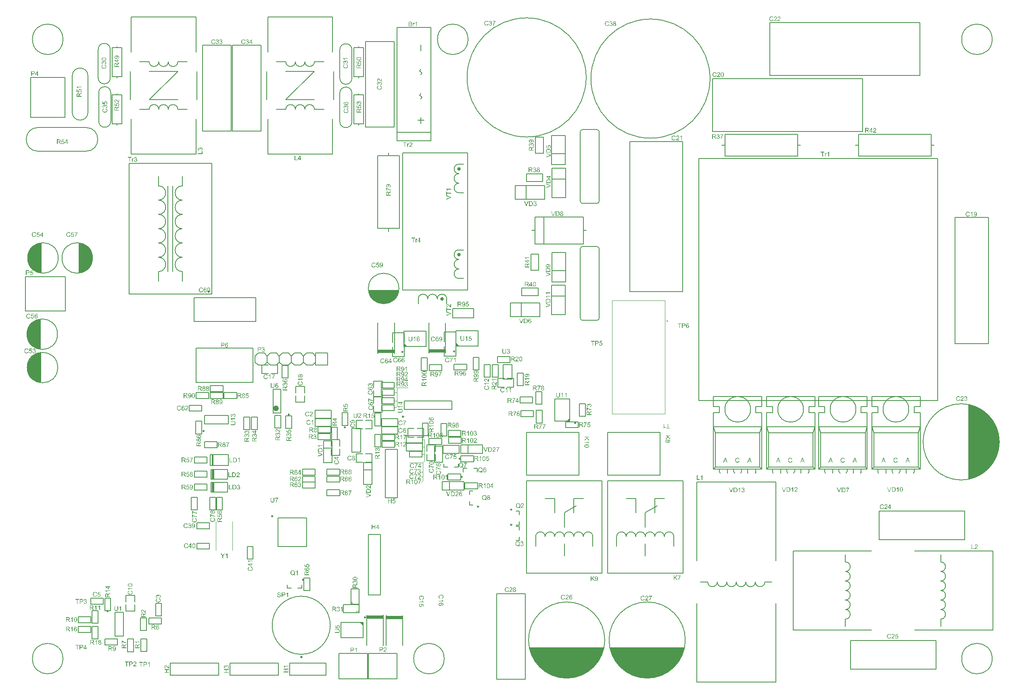
<source format=gto>
G04*
G04 #@! TF.GenerationSoftware,Altium Limited,Altium Designer,21.6.1 (37)*
G04*
G04 Layer_Color=65535*
%FSLAX42Y42*%
%MOMM*%
G71*
G04*
G04 #@! TF.SameCoordinates,B70E1F55-CC3E-4890-BAB1-BD4C742E8824*
G04*
G04*
G04 #@! TF.FilePolarity,Positive*
G04*
G01*
G75*
%ADD10C,0.20*%
%ADD11C,0.25*%
%ADD12C,0.13*%
%ADD13C,0.10*%
%ADD14C,0.60*%
%ADD15C,0.13*%
%ADD16C,0.30*%
%ADD17C,0.50*%
%ADD18R,3.40X0.70*%
%ADD19R,0.30X2.24*%
%ADD20R,0.51X2.03*%
G36*
X355Y6130D02*
Y5490D01*
X283Y5505D01*
X203Y5545D01*
X140Y5603D01*
X102Y5660D01*
X75Y5735D01*
X65Y5810D01*
X73Y5875D01*
X93Y5942D01*
X135Y6010D01*
X188Y6062D01*
X253Y6100D01*
X317Y6122D01*
X355Y6130D01*
D02*
G37*
G36*
X360Y5430D02*
Y4790D01*
X288Y4805D01*
X208Y4845D01*
X145Y4903D01*
X108Y4960D01*
X80Y5035D01*
X70Y5110D01*
X77Y5175D01*
X98Y5242D01*
X140Y5310D01*
X192Y5362D01*
X258Y5400D01*
X322Y5422D01*
X360Y5430D01*
D02*
G37*
G36*
X7120Y-243D02*
X7048Y-243D01*
X7120Y-315D01*
X7120Y-243D01*
D02*
G37*
G36*
X370Y7730D02*
Y7090D01*
X297Y7105D01*
X217Y7145D01*
X155Y7203D01*
X117Y7260D01*
X90Y7335D01*
X80Y7410D01*
X88Y7475D01*
X108Y7543D01*
X150Y7610D01*
X203Y7662D01*
X267Y7700D01*
X333Y7722D01*
X370Y7730D01*
D02*
G37*
G36*
X1150Y7090D02*
Y7730D01*
X1223Y7715D01*
X1302Y7675D01*
X1365Y7618D01*
X1402Y7560D01*
X1430Y7485D01*
X1440Y7410D01*
X1432Y7345D01*
X1412Y7278D01*
X1370Y7210D01*
X1318Y7157D01*
X1252Y7120D01*
X1188Y7097D01*
X1150Y7090D01*
D02*
G37*
G36*
X7230Y6740D02*
X7870D01*
X7855Y6668D01*
X7815Y6588D01*
X7757Y6525D01*
X7700Y6488D01*
X7625Y6460D01*
X7550Y6450D01*
X7485Y6457D01*
X7418Y6478D01*
X7350Y6520D01*
X7297Y6572D01*
X7260Y6638D01*
X7238Y6703D01*
X7230Y6740D01*
D02*
G37*
G36*
X9139Y5561D02*
X9068Y5560D01*
X9067Y5633D01*
X9139Y5561D01*
D02*
G37*
G36*
X8049Y5551D02*
X7978Y5551D01*
X7977Y5623D01*
X8049Y5551D01*
D02*
G37*
G36*
X11457Y3985D02*
X11385Y3985D01*
X11457Y4057D01*
X11457Y3985D01*
D02*
G37*
G36*
X19880Y4325D02*
X19955Y4300D01*
X20088Y4233D01*
X20207Y4145D01*
X20290Y4055D01*
X20377Y3930D01*
X20423Y3825D01*
X20457Y3692D01*
X20470Y3550D01*
X20457Y3412D01*
X20443Y3325D01*
X20377Y3175D01*
X20335Y3105D01*
X20273Y3025D01*
X20218Y2965D01*
X20140Y2902D01*
X20068Y2855D01*
X19988Y2815D01*
X19900Y2783D01*
X19820Y2765D01*
Y4335D01*
X19880Y4325D01*
D02*
G37*
G36*
X13855Y-820D02*
X13830Y-895D01*
X13762Y-1027D01*
X13675Y-1148D01*
X13585Y-1230D01*
X13460Y-1318D01*
X13355Y-1362D01*
X13223Y-1398D01*
X13080Y-1410D01*
X12943Y-1398D01*
X12855Y-1382D01*
X12705Y-1318D01*
X12635Y-1275D01*
X12555Y-1212D01*
X12495Y-1157D01*
X12432Y-1080D01*
X12385Y-1007D01*
X12345Y-927D01*
X12312Y-840D01*
X12295Y-760D01*
X13865D01*
X13855Y-820D01*
D02*
G37*
G36*
X12165D02*
X12140Y-895D01*
X12072Y-1027D01*
X11985Y-1148D01*
X11895Y-1230D01*
X11770Y-1318D01*
X11665Y-1362D01*
X11532Y-1398D01*
X11390Y-1410D01*
X11253Y-1398D01*
X11165Y-1382D01*
X11015Y-1318D01*
X10945Y-1275D01*
X10865Y-1212D01*
X10805Y-1157D01*
X10743Y-1080D01*
X10695Y-1007D01*
X10655Y-927D01*
X10622Y-840D01*
X10605Y-760D01*
X12175D01*
X12165Y-820D01*
D02*
G37*
G36*
X10379Y4190D02*
X10380D01*
X10381Y4190D01*
X10384Y4189D01*
X10387Y4188D01*
X10390Y4187D01*
X10393Y4185D01*
X10395Y4184D01*
X10396Y4183D01*
X10396Y4183D01*
X10396Y4183D01*
X10397Y4183D01*
X10397Y4182D01*
X10398Y4182D01*
X10398Y4181D01*
X10400Y4179D01*
X10402Y4176D01*
X10403Y4173D01*
X10404Y4170D01*
X10405Y4166D01*
X10393Y4165D01*
Y4165D01*
X10393Y4165D01*
X10393Y4166D01*
X10392Y4167D01*
X10392Y4169D01*
X10391Y4170D01*
X10390Y4172D01*
X10389Y4173D01*
X10388Y4175D01*
X10388Y4175D01*
X10388Y4176D01*
X10387Y4176D01*
X10385Y4177D01*
X10383Y4178D01*
X10381Y4179D01*
X10379Y4180D01*
X10376Y4180D01*
X10375D01*
X10374Y4180D01*
X10373Y4180D01*
X10371Y4179D01*
X10370Y4179D01*
X10368Y4178D01*
X10366Y4177D01*
X10366Y4177D01*
X10365Y4176D01*
X10364Y4175D01*
X10363Y4174D01*
X10362Y4172D01*
X10360Y4170D01*
X10359Y4167D01*
X10357Y4165D01*
Y4164D01*
X10357Y4164D01*
X10357Y4164D01*
X10357Y4163D01*
X10357Y4162D01*
X10356Y4161D01*
X10356Y4160D01*
X10356Y4159D01*
X10355Y4157D01*
X10355Y4156D01*
X10355Y4154D01*
X10355Y4152D01*
X10354Y4150D01*
X10354Y4147D01*
X10354Y4145D01*
Y4142D01*
X10354Y4142D01*
X10355Y4143D01*
X10356Y4144D01*
X10357Y4146D01*
X10358Y4147D01*
X10360Y4149D01*
X10362Y4151D01*
X10364Y4152D01*
X10365D01*
X10365Y4152D01*
X10366Y4152D01*
X10367Y4153D01*
X10369Y4154D01*
X10370Y4154D01*
X10373Y4155D01*
X10375Y4155D01*
X10378Y4155D01*
X10379D01*
X10380Y4155D01*
X10381Y4155D01*
X10382Y4155D01*
X10383Y4154D01*
X10385Y4154D01*
X10388Y4153D01*
X10390Y4152D01*
X10391Y4151D01*
X10393Y4150D01*
X10395Y4149D01*
X10397Y4148D01*
X10398Y4146D01*
X10398Y4146D01*
X10399Y4146D01*
X10399Y4145D01*
X10399Y4145D01*
X10400Y4144D01*
X10401Y4143D01*
X10402Y4141D01*
X10402Y4140D01*
X10403Y4139D01*
X10404Y4137D01*
X10405Y4135D01*
X10405Y4133D01*
X10406Y4131D01*
X10406Y4128D01*
X10406Y4126D01*
X10407Y4123D01*
Y4123D01*
Y4123D01*
Y4123D01*
Y4122D01*
X10406Y4121D01*
Y4120D01*
X10406Y4118D01*
X10406Y4115D01*
X10405Y4112D01*
X10404Y4109D01*
X10402Y4106D01*
Y4106D01*
X10402Y4106D01*
X10402Y4106D01*
X10402Y4105D01*
X10401Y4104D01*
X10400Y4102D01*
X10398Y4100D01*
X10396Y4098D01*
X10394Y4096D01*
X10392Y4094D01*
X10391D01*
X10391Y4094D01*
X10391Y4094D01*
X10390Y4094D01*
X10389Y4093D01*
X10387Y4092D01*
X10385Y4091D01*
X10382Y4091D01*
X10379Y4090D01*
X10376Y4090D01*
X10375D01*
X10374Y4090D01*
X10373D01*
X10372Y4090D01*
X10371Y4091D01*
X10369Y4091D01*
X10367Y4092D01*
X10365Y4092D01*
X10363Y4093D01*
X10361Y4094D01*
X10359Y4095D01*
X10357Y4096D01*
X10355Y4097D01*
X10353Y4099D01*
X10351Y4101D01*
X10351Y4101D01*
X10351Y4102D01*
X10351Y4102D01*
X10350Y4103D01*
X10349Y4105D01*
X10349Y4106D01*
X10348Y4108D01*
X10347Y4110D01*
X10346Y4112D01*
X10345Y4115D01*
X10344Y4118D01*
X10344Y4121D01*
X10343Y4125D01*
X10342Y4129D01*
X10342Y4133D01*
X10342Y4137D01*
Y4138D01*
Y4138D01*
Y4138D01*
Y4139D01*
X10342Y4140D01*
Y4142D01*
X10342Y4144D01*
X10343Y4147D01*
X10343Y4150D01*
X10343Y4153D01*
X10344Y4156D01*
X10345Y4160D01*
X10345Y4163D01*
X10346Y4167D01*
X10348Y4170D01*
X10349Y4173D01*
X10351Y4176D01*
X10352Y4179D01*
X10353Y4179D01*
X10353Y4179D01*
X10353Y4180D01*
X10354Y4180D01*
X10355Y4181D01*
X10356Y4182D01*
X10358Y4183D01*
X10359Y4184D01*
X10361Y4185D01*
X10362Y4186D01*
X10365Y4187D01*
X10367Y4188D01*
X10369Y4189D01*
X10372Y4189D01*
X10374Y4190D01*
X10377Y4190D01*
X10378D01*
X10379Y4190D01*
D02*
G37*
G36*
X10331Y4179D02*
X10331Y4179D01*
X10330Y4178D01*
X10330Y4178D01*
X10329Y4177D01*
X10328Y4176D01*
X10327Y4175D01*
X10326Y4173D01*
X10325Y4172D01*
X10324Y4170D01*
X10322Y4168D01*
X10320Y4166D01*
X10319Y4163D01*
X10317Y4161D01*
X10316Y4158D01*
X10314Y4155D01*
X10312Y4152D01*
X10312Y4152D01*
X10312Y4152D01*
X10311Y4151D01*
X10311Y4150D01*
X10310Y4148D01*
X10309Y4146D01*
X10308Y4144D01*
X10307Y4142D01*
X10306Y4140D01*
X10305Y4137D01*
X10304Y4134D01*
X10302Y4131D01*
X10300Y4125D01*
X10298Y4119D01*
Y4119D01*
X10298Y4118D01*
X10298Y4117D01*
X10297Y4117D01*
X10297Y4115D01*
X10297Y4114D01*
X10296Y4112D01*
X10296Y4111D01*
X10296Y4109D01*
X10295Y4107D01*
X10295Y4102D01*
X10294Y4097D01*
X10294Y4092D01*
X10281D01*
Y4092D01*
Y4092D01*
Y4093D01*
X10281Y4094D01*
Y4095D01*
X10282Y4096D01*
X10282Y4098D01*
X10282Y4100D01*
X10282Y4102D01*
X10282Y4104D01*
X10283Y4106D01*
X10283Y4108D01*
X10284Y4111D01*
X10284Y4114D01*
X10286Y4119D01*
Y4120D01*
X10286Y4120D01*
X10286Y4121D01*
X10286Y4122D01*
X10287Y4124D01*
X10287Y4125D01*
X10288Y4127D01*
X10289Y4129D01*
X10290Y4132D01*
X10291Y4134D01*
X10293Y4140D01*
X10295Y4145D01*
X10298Y4151D01*
X10298Y4151D01*
X10298Y4152D01*
X10299Y4152D01*
X10299Y4153D01*
X10300Y4155D01*
X10301Y4156D01*
X10302Y4158D01*
X10303Y4160D01*
X10306Y4164D01*
X10309Y4168D01*
X10312Y4172D01*
X10315Y4177D01*
X10268D01*
Y4188D01*
X10331D01*
Y4179D01*
D02*
G37*
G36*
X10220Y4189D02*
X10221D01*
X10224Y4189D01*
X10227Y4189D01*
X10231Y4188D01*
X10234Y4188D01*
X10235Y4187D01*
X10236Y4187D01*
X10237D01*
X10237Y4187D01*
X10238Y4186D01*
X10239Y4186D01*
X10240Y4185D01*
X10242Y4183D01*
X10244Y4182D01*
X10246Y4180D01*
X10247Y4177D01*
Y4177D01*
X10247Y4177D01*
X10248Y4176D01*
X10249Y4175D01*
X10249Y4173D01*
X10250Y4171D01*
X10251Y4168D01*
X10251Y4166D01*
X10251Y4163D01*
Y4163D01*
Y4162D01*
Y4162D01*
X10251Y4161D01*
Y4160D01*
X10251Y4159D01*
X10251Y4157D01*
X10250Y4154D01*
X10249Y4151D01*
X10247Y4148D01*
X10246Y4147D01*
X10245Y4145D01*
X10244Y4145D01*
X10244Y4145D01*
X10244Y4144D01*
X10243Y4144D01*
X10243Y4143D01*
X10242Y4143D01*
X10241Y4142D01*
X10240Y4141D01*
X10238Y4141D01*
X10237Y4140D01*
X10235Y4139D01*
X10233Y4138D01*
X10231Y4138D01*
X10229Y4137D01*
X10226Y4137D01*
X10224Y4136D01*
X10224Y4136D01*
X10225Y4136D01*
X10226Y4135D01*
X10227Y4135D01*
X10229Y4133D01*
X10231Y4132D01*
X10232Y4131D01*
X10232Y4131D01*
X10233Y4130D01*
X10234Y4129D01*
X10235Y4128D01*
X10237Y4126D01*
X10239Y4124D01*
X10240Y4121D01*
X10242Y4118D01*
X10259Y4092D01*
X10243D01*
X10230Y4112D01*
Y4112D01*
X10230Y4113D01*
X10230Y4113D01*
X10229Y4114D01*
X10228Y4115D01*
X10227Y4117D01*
X10225Y4119D01*
X10224Y4121D01*
X10222Y4124D01*
X10221Y4126D01*
X10221Y4126D01*
X10220Y4126D01*
X10220Y4127D01*
X10219Y4128D01*
X10217Y4130D01*
X10215Y4131D01*
X10214Y4132D01*
X10214Y4132D01*
X10214Y4132D01*
X10213Y4133D01*
X10212Y4133D01*
X10212Y4133D01*
X10211Y4134D01*
X10208Y4135D01*
X10208D01*
X10208Y4135D01*
X10207D01*
X10207Y4135D01*
X10206Y4135D01*
X10205D01*
X10203Y4135D01*
X10186D01*
Y4092D01*
X10173D01*
Y4189D01*
X10219D01*
X10220Y4189D01*
D02*
G37*
G36*
X10373Y4406D02*
X10386D01*
Y4395D01*
X10373D01*
Y4371D01*
X10361D01*
Y4395D01*
X10319D01*
Y4406D01*
X10363Y4469D01*
X10373D01*
Y4406D01*
D02*
G37*
G36*
X10311Y4458D02*
X10311Y4458D01*
X10311Y4458D01*
X10310Y4457D01*
X10309Y4456D01*
X10309Y4455D01*
X10307Y4454D01*
X10306Y4453D01*
X10305Y4451D01*
X10304Y4449D01*
X10302Y4447D01*
X10301Y4445D01*
X10299Y4443D01*
X10297Y4440D01*
X10296Y4438D01*
X10294Y4435D01*
X10292Y4432D01*
X10292Y4432D01*
X10292Y4431D01*
X10291Y4430D01*
X10291Y4429D01*
X10290Y4427D01*
X10289Y4426D01*
X10288Y4424D01*
X10287Y4421D01*
X10286Y4419D01*
X10285Y4416D01*
X10284Y4414D01*
X10283Y4411D01*
X10280Y4404D01*
X10278Y4398D01*
Y4398D01*
X10278Y4397D01*
X10278Y4397D01*
X10278Y4396D01*
X10277Y4395D01*
X10277Y4393D01*
X10277Y4392D01*
X10276Y4390D01*
X10276Y4388D01*
X10276Y4386D01*
X10275Y4382D01*
X10274Y4377D01*
X10274Y4371D01*
X10261D01*
Y4371D01*
Y4372D01*
Y4372D01*
X10262Y4373D01*
Y4374D01*
X10262Y4376D01*
X10262Y4377D01*
X10262Y4379D01*
X10262Y4381D01*
X10263Y4383D01*
X10263Y4385D01*
X10263Y4388D01*
X10264Y4390D01*
X10264Y4393D01*
X10266Y4399D01*
Y4399D01*
X10266Y4400D01*
X10266Y4400D01*
X10267Y4402D01*
X10267Y4403D01*
X10268Y4405D01*
X10268Y4407D01*
X10269Y4409D01*
X10270Y4411D01*
X10271Y4414D01*
X10273Y4419D01*
X10275Y4425D01*
X10278Y4430D01*
X10278Y4430D01*
X10279Y4431D01*
X10279Y4432D01*
X10280Y4433D01*
X10280Y4434D01*
X10281Y4436D01*
X10282Y4437D01*
X10283Y4439D01*
X10286Y4443D01*
X10289Y4447D01*
X10292Y4452D01*
X10296Y4456D01*
X10248D01*
Y4468D01*
X10311D01*
Y4458D01*
D02*
G37*
G36*
X10200Y4469D02*
X10201D01*
X10204Y4468D01*
X10207Y4468D01*
X10211Y4468D01*
X10214Y4467D01*
X10215Y4467D01*
X10217Y4466D01*
X10217D01*
X10217Y4466D01*
X10218Y4466D01*
X10219Y4465D01*
X10221Y4464D01*
X10222Y4463D01*
X10224Y4461D01*
X10226Y4459D01*
X10227Y4457D01*
Y4457D01*
X10228Y4457D01*
X10228Y4456D01*
X10229Y4454D01*
X10230Y4452D01*
X10230Y4450D01*
X10231Y4448D01*
X10231Y4445D01*
X10232Y4442D01*
Y4442D01*
Y4442D01*
Y4441D01*
X10231Y4440D01*
Y4439D01*
X10231Y4438D01*
X10231Y4436D01*
X10230Y4433D01*
X10229Y4430D01*
X10227Y4427D01*
X10226Y4426D01*
X10225Y4425D01*
X10225Y4424D01*
X10225Y4424D01*
X10224Y4424D01*
X10224Y4423D01*
X10223Y4423D01*
X10222Y4422D01*
X10221Y4422D01*
X10220Y4421D01*
X10218Y4420D01*
X10217Y4419D01*
X10215Y4418D01*
X10213Y4418D01*
X10211Y4417D01*
X10209Y4416D01*
X10207Y4416D01*
X10204Y4416D01*
X10204Y4415D01*
X10205Y4415D01*
X10206Y4415D01*
X10207Y4414D01*
X10209Y4413D01*
X10211Y4412D01*
X10212Y4411D01*
X10212Y4410D01*
X10213Y4410D01*
X10214Y4409D01*
X10215Y4407D01*
X10217Y4405D01*
X10219Y4403D01*
X10221Y4401D01*
X10223Y4398D01*
X10239Y4371D01*
X10223D01*
X10210Y4392D01*
Y4392D01*
X10210Y4392D01*
X10210Y4392D01*
X10209Y4393D01*
X10208Y4394D01*
X10207Y4396D01*
X10206Y4399D01*
X10204Y4401D01*
X10203Y4403D01*
X10201Y4405D01*
X10201Y4405D01*
X10201Y4406D01*
X10200Y4406D01*
X10199Y4407D01*
X10197Y4410D01*
X10196Y4411D01*
X10195Y4411D01*
X10194Y4412D01*
X10194Y4412D01*
X10194Y4412D01*
X10193Y4412D01*
X10192Y4413D01*
X10191Y4413D01*
X10189Y4414D01*
X10188D01*
X10188Y4414D01*
X10188D01*
X10187Y4414D01*
X10186Y4414D01*
X10185D01*
X10183Y4415D01*
X10167D01*
Y4371D01*
X10154D01*
Y4469D01*
X10199D01*
X10200Y4469D01*
D02*
G37*
G36*
X9240Y5713D02*
Y5713D01*
Y5712D01*
Y5712D01*
Y5711D01*
X9240Y5709D01*
Y5708D01*
X9239Y5706D01*
X9239Y5705D01*
X9239Y5701D01*
X9238Y5697D01*
X9237Y5693D01*
X9237Y5691D01*
X9236Y5689D01*
Y5689D01*
X9236Y5689D01*
X9236Y5689D01*
X9236Y5688D01*
X9235Y5687D01*
X9234Y5685D01*
X9232Y5682D01*
X9230Y5680D01*
X9227Y5678D01*
X9224Y5676D01*
X9224D01*
X9224Y5675D01*
X9223Y5675D01*
X9223Y5675D01*
X9222Y5674D01*
X9221Y5674D01*
X9220Y5673D01*
X9218Y5673D01*
X9217Y5672D01*
X9215Y5672D01*
X9213Y5671D01*
X9211Y5671D01*
X9209Y5671D01*
X9207Y5670D01*
X9202Y5670D01*
X9200D01*
X9199Y5670D01*
X9198D01*
X9197Y5670D01*
X9195Y5671D01*
X9194Y5671D01*
X9190Y5671D01*
X9186Y5672D01*
X9183Y5673D01*
X9179Y5675D01*
X9179D01*
X9179Y5675D01*
X9178Y5675D01*
X9178Y5676D01*
X9176Y5677D01*
X9174Y5678D01*
X9172Y5680D01*
X9170Y5683D01*
X9168Y5685D01*
X9167Y5688D01*
Y5689D01*
X9167Y5689D01*
X9166Y5689D01*
X9166Y5690D01*
X9166Y5691D01*
X9166Y5692D01*
X9165Y5693D01*
X9165Y5695D01*
X9165Y5697D01*
X9164Y5699D01*
X9164Y5700D01*
X9164Y5703D01*
X9163Y5705D01*
X9163Y5708D01*
X9163Y5710D01*
Y5713D01*
Y5769D01*
X9176D01*
Y5713D01*
Y5713D01*
Y5712D01*
Y5712D01*
Y5711D01*
X9176Y5710D01*
Y5709D01*
X9176Y5706D01*
X9177Y5703D01*
X9177Y5700D01*
X9178Y5697D01*
X9178Y5696D01*
X9178Y5694D01*
X9178Y5694D01*
X9179Y5693D01*
X9179Y5692D01*
X9180Y5691D01*
X9181Y5689D01*
X9183Y5688D01*
X9184Y5686D01*
X9186Y5685D01*
X9187Y5685D01*
X9187Y5685D01*
X9189Y5684D01*
X9190Y5684D01*
X9192Y5683D01*
X9195Y5682D01*
X9197Y5682D01*
X9200Y5682D01*
X9202D01*
X9203Y5682D01*
X9204D01*
X9205Y5682D01*
X9208Y5683D01*
X9212Y5683D01*
X9215Y5685D01*
X9218Y5686D01*
X9219Y5687D01*
X9221Y5688D01*
X9221Y5688D01*
X9221Y5688D01*
X9221Y5689D01*
X9222Y5689D01*
X9222Y5690D01*
X9223Y5691D01*
X9223Y5692D01*
X9224Y5694D01*
X9224Y5695D01*
X9225Y5697D01*
X9225Y5699D01*
X9226Y5701D01*
X9226Y5704D01*
X9227Y5707D01*
X9227Y5710D01*
Y5713D01*
Y5769D01*
X9240D01*
Y5713D01*
D02*
G37*
G36*
X9392Y5757D02*
X9353D01*
X9348Y5730D01*
X9348Y5731D01*
X9348Y5731D01*
X9349Y5731D01*
X9350Y5731D01*
X9350Y5732D01*
X9351Y5732D01*
X9354Y5733D01*
X9356Y5735D01*
X9360Y5736D01*
X9363Y5736D01*
X9365Y5737D01*
X9368D01*
X9369Y5736D01*
X9370Y5736D01*
X9371Y5736D01*
X9372Y5736D01*
X9374Y5735D01*
X9377Y5734D01*
X9379Y5734D01*
X9381Y5733D01*
X9383Y5732D01*
X9385Y5731D01*
X9386Y5729D01*
X9388Y5728D01*
X9388Y5728D01*
X9388Y5727D01*
X9389Y5727D01*
X9389Y5726D01*
X9390Y5725D01*
X9391Y5724D01*
X9392Y5723D01*
X9393Y5721D01*
X9393Y5720D01*
X9394Y5718D01*
X9395Y5716D01*
X9396Y5714D01*
X9396Y5712D01*
X9397Y5710D01*
X9397Y5707D01*
X9397Y5705D01*
Y5705D01*
Y5704D01*
Y5704D01*
X9397Y5703D01*
X9397Y5701D01*
X9397Y5700D01*
X9396Y5699D01*
X9396Y5697D01*
X9395Y5693D01*
X9394Y5690D01*
X9393Y5688D01*
X9392Y5686D01*
X9391Y5684D01*
X9389Y5682D01*
X9389Y5682D01*
X9389Y5681D01*
X9388Y5681D01*
X9387Y5680D01*
X9387Y5679D01*
X9385Y5678D01*
X9384Y5677D01*
X9382Y5676D01*
X9381Y5675D01*
X9379Y5674D01*
X9377Y5673D01*
X9374Y5672D01*
X9372Y5671D01*
X9369Y5671D01*
X9366Y5670D01*
X9364Y5670D01*
X9362D01*
X9361Y5670D01*
X9360Y5670D01*
X9359Y5671D01*
X9357Y5671D01*
X9356Y5671D01*
X9352Y5672D01*
X9349Y5673D01*
X9347Y5674D01*
X9345Y5675D01*
X9343Y5676D01*
X9342Y5677D01*
X9342Y5678D01*
X9341Y5678D01*
X9341Y5678D01*
X9340Y5679D01*
X9340Y5680D01*
X9339Y5680D01*
X9338Y5682D01*
X9337Y5683D01*
X9337Y5684D01*
X9336Y5686D01*
X9334Y5689D01*
X9333Y5693D01*
X9333Y5695D01*
X9332Y5697D01*
X9345Y5698D01*
Y5698D01*
Y5698D01*
X9345Y5698D01*
X9345Y5697D01*
X9345Y5695D01*
X9346Y5693D01*
X9347Y5691D01*
X9348Y5689D01*
X9349Y5687D01*
X9351Y5685D01*
X9351Y5684D01*
X9352Y5684D01*
X9353Y5683D01*
X9355Y5682D01*
X9356Y5681D01*
X9358Y5681D01*
X9361Y5680D01*
X9364Y5680D01*
X9364D01*
X9365Y5680D01*
X9367Y5680D01*
X9369Y5681D01*
X9371Y5682D01*
X9373Y5683D01*
X9376Y5684D01*
X9377Y5685D01*
X9378Y5687D01*
X9378Y5687D01*
X9378Y5687D01*
X9379Y5687D01*
X9379Y5688D01*
X9380Y5689D01*
X9381Y5691D01*
X9382Y5694D01*
X9383Y5697D01*
X9384Y5700D01*
X9384Y5702D01*
Y5704D01*
Y5704D01*
Y5704D01*
Y5705D01*
X9384Y5706D01*
Y5706D01*
X9384Y5707D01*
X9384Y5710D01*
X9383Y5712D01*
X9382Y5715D01*
X9380Y5718D01*
X9378Y5720D01*
Y5720D01*
X9378Y5720D01*
X9377Y5721D01*
X9376Y5722D01*
X9375Y5723D01*
X9372Y5724D01*
X9370Y5725D01*
X9367Y5726D01*
X9365Y5726D01*
X9362D01*
X9361Y5726D01*
X9360Y5726D01*
X9358Y5725D01*
X9356Y5725D01*
X9355Y5724D01*
X9353Y5723D01*
X9353Y5723D01*
X9352Y5723D01*
X9351Y5722D01*
X9350Y5721D01*
X9349Y5720D01*
X9348Y5719D01*
X9347Y5718D01*
X9346Y5716D01*
X9334Y5718D01*
X9344Y5768D01*
X9392D01*
Y5757D01*
D02*
G37*
G36*
X9301Y5672D02*
X9290D01*
Y5748D01*
X9289Y5748D01*
X9289Y5747D01*
X9288Y5747D01*
X9286Y5746D01*
X9285Y5744D01*
X9283Y5743D01*
X9281Y5741D01*
X9278Y5740D01*
X9278D01*
X9278Y5740D01*
X9277Y5739D01*
X9276Y5738D01*
X9274Y5738D01*
X9272Y5737D01*
X9270Y5736D01*
X9268Y5735D01*
X9266Y5734D01*
Y5745D01*
X9266D01*
X9266Y5746D01*
X9267Y5746D01*
X9267Y5746D01*
X9268Y5747D01*
X9269Y5747D01*
X9271Y5749D01*
X9274Y5750D01*
X9277Y5752D01*
X9280Y5754D01*
X9283Y5757D01*
X9283Y5757D01*
X9283Y5757D01*
X9284Y5757D01*
X9284Y5758D01*
X9286Y5759D01*
X9287Y5761D01*
X9289Y5763D01*
X9291Y5765D01*
X9292Y5767D01*
X9294Y5770D01*
X9301D01*
Y5672D01*
D02*
G37*
G36*
X9332Y6477D02*
X9293D01*
X9288Y6450D01*
X9288Y6451D01*
X9288Y6451D01*
X9289Y6451D01*
X9290Y6451D01*
X9290Y6452D01*
X9291Y6452D01*
X9294Y6453D01*
X9296Y6455D01*
X9300Y6456D01*
X9303Y6456D01*
X9305Y6457D01*
X9308D01*
X9309Y6456D01*
X9310Y6456D01*
X9311Y6456D01*
X9312Y6456D01*
X9314Y6455D01*
X9317Y6454D01*
X9319Y6454D01*
X9321Y6453D01*
X9323Y6452D01*
X9325Y6451D01*
X9326Y6449D01*
X9328Y6448D01*
X9328Y6448D01*
X9328Y6447D01*
X9329Y6447D01*
X9329Y6446D01*
X9330Y6445D01*
X9331Y6444D01*
X9332Y6443D01*
X9333Y6441D01*
X9333Y6440D01*
X9334Y6438D01*
X9335Y6436D01*
X9336Y6434D01*
X9336Y6432D01*
X9337Y6430D01*
X9337Y6427D01*
X9337Y6425D01*
Y6425D01*
Y6424D01*
Y6424D01*
X9337Y6423D01*
X9337Y6421D01*
X9337Y6420D01*
X9336Y6419D01*
X9336Y6417D01*
X9335Y6413D01*
X9334Y6410D01*
X9333Y6408D01*
X9332Y6406D01*
X9331Y6404D01*
X9329Y6402D01*
X9329Y6402D01*
X9329Y6401D01*
X9328Y6401D01*
X9327Y6400D01*
X9327Y6399D01*
X9325Y6398D01*
X9324Y6397D01*
X9322Y6396D01*
X9321Y6395D01*
X9319Y6394D01*
X9317Y6393D01*
X9314Y6392D01*
X9312Y6391D01*
X9309Y6391D01*
X9306Y6390D01*
X9304Y6390D01*
X9302D01*
X9301Y6390D01*
X9300Y6390D01*
X9299Y6391D01*
X9297Y6391D01*
X9296Y6391D01*
X9292Y6392D01*
X9289Y6393D01*
X9287Y6394D01*
X9285Y6395D01*
X9283Y6396D01*
X9282Y6397D01*
X9282Y6398D01*
X9281Y6398D01*
X9281Y6398D01*
X9280Y6399D01*
X9280Y6400D01*
X9279Y6400D01*
X9278Y6402D01*
X9277Y6403D01*
X9277Y6404D01*
X9276Y6406D01*
X9274Y6409D01*
X9273Y6413D01*
X9273Y6415D01*
X9272Y6417D01*
X9285Y6418D01*
Y6418D01*
Y6418D01*
X9285Y6418D01*
X9285Y6417D01*
X9285Y6415D01*
X9286Y6413D01*
X9287Y6411D01*
X9288Y6409D01*
X9289Y6407D01*
X9291Y6405D01*
X9291Y6404D01*
X9292Y6404D01*
X9293Y6403D01*
X9295Y6402D01*
X9296Y6401D01*
X9298Y6401D01*
X9301Y6400D01*
X9304Y6400D01*
X9304D01*
X9305Y6400D01*
X9307Y6400D01*
X9309Y6401D01*
X9311Y6402D01*
X9313Y6403D01*
X9316Y6404D01*
X9317Y6405D01*
X9318Y6407D01*
X9318Y6407D01*
X9318Y6407D01*
X9319Y6407D01*
X9319Y6408D01*
X9320Y6409D01*
X9321Y6411D01*
X9322Y6414D01*
X9323Y6417D01*
X9324Y6420D01*
X9324Y6422D01*
Y6424D01*
Y6424D01*
Y6424D01*
Y6425D01*
X9324Y6426D01*
Y6426D01*
X9324Y6427D01*
X9324Y6430D01*
X9323Y6432D01*
X9322Y6435D01*
X9320Y6438D01*
X9318Y6440D01*
Y6440D01*
X9318Y6440D01*
X9317Y6441D01*
X9316Y6442D01*
X9315Y6443D01*
X9312Y6444D01*
X9310Y6445D01*
X9307Y6446D01*
X9305Y6446D01*
X9302D01*
X9301Y6446D01*
X9300Y6446D01*
X9298Y6445D01*
X9296Y6445D01*
X9295Y6444D01*
X9293Y6443D01*
X9293Y6443D01*
X9292Y6443D01*
X9291Y6442D01*
X9290Y6441D01*
X9289Y6440D01*
X9288Y6439D01*
X9287Y6438D01*
X9286Y6436D01*
X9274Y6438D01*
X9284Y6488D01*
X9332D01*
Y6477D01*
D02*
G37*
G36*
X9229Y6490D02*
X9229D01*
X9230Y6490D01*
X9233Y6489D01*
X9235Y6489D01*
X9238Y6488D01*
X9241Y6486D01*
X9244Y6485D01*
X9244D01*
X9245Y6484D01*
X9245Y6484D01*
X9246Y6484D01*
X9247Y6483D01*
X9249Y6481D01*
X9251Y6479D01*
X9253Y6476D01*
X9255Y6473D01*
X9256Y6470D01*
Y6470D01*
X9256Y6470D01*
X9257Y6469D01*
X9257Y6468D01*
X9257Y6467D01*
X9258Y6466D01*
X9258Y6465D01*
X9258Y6463D01*
X9259Y6461D01*
X9259Y6459D01*
X9260Y6457D01*
X9260Y6454D01*
X9260Y6452D01*
X9260Y6449D01*
X9261Y6446D01*
Y6443D01*
Y6442D01*
Y6442D01*
Y6441D01*
Y6440D01*
X9260Y6438D01*
Y6436D01*
X9260Y6434D01*
X9260Y6432D01*
X9260Y6427D01*
X9259Y6422D01*
X9258Y6417D01*
X9257Y6415D01*
X9256Y6413D01*
Y6413D01*
X9256Y6412D01*
X9256Y6412D01*
X9256Y6411D01*
X9255Y6410D01*
X9255Y6409D01*
X9253Y6407D01*
X9252Y6404D01*
X9250Y6401D01*
X9247Y6398D01*
X9244Y6396D01*
X9244D01*
X9244Y6396D01*
X9243Y6395D01*
X9243Y6395D01*
X9242Y6395D01*
X9241Y6394D01*
X9240Y6394D01*
X9239Y6393D01*
X9236Y6392D01*
X9233Y6391D01*
X9230Y6390D01*
X9226Y6390D01*
X9224D01*
X9224Y6390D01*
X9223D01*
X9222Y6390D01*
X9219Y6391D01*
X9216Y6392D01*
X9213Y6393D01*
X9210Y6394D01*
X9208Y6395D01*
X9207Y6397D01*
X9207Y6397D01*
X9207Y6397D01*
X9206Y6397D01*
X9206Y6398D01*
X9205Y6398D01*
X9204Y6399D01*
X9203Y6401D01*
X9202Y6404D01*
X9200Y6407D01*
X9199Y6410D01*
X9198Y6414D01*
X9210Y6415D01*
Y6415D01*
X9210Y6415D01*
Y6415D01*
X9210Y6414D01*
X9210Y6413D01*
X9211Y6411D01*
X9212Y6409D01*
X9213Y6407D01*
X9214Y6405D01*
X9215Y6404D01*
X9215Y6403D01*
X9216Y6403D01*
X9217Y6402D01*
X9218Y6402D01*
X9220Y6401D01*
X9221Y6401D01*
X9224Y6400D01*
X9226Y6400D01*
X9227D01*
X9228Y6400D01*
X9229Y6400D01*
X9231Y6401D01*
X9232Y6401D01*
X9234Y6402D01*
X9235Y6402D01*
X9236Y6403D01*
X9236Y6403D01*
X9237Y6403D01*
X9238Y6404D01*
X9239Y6405D01*
X9240Y6406D01*
X9241Y6408D01*
X9242Y6409D01*
X9242Y6409D01*
X9243Y6410D01*
X9243Y6411D01*
X9244Y6412D01*
X9245Y6414D01*
X9245Y6416D01*
X9246Y6418D01*
X9247Y6421D01*
Y6421D01*
X9247Y6421D01*
Y6421D01*
X9247Y6422D01*
X9247Y6423D01*
X9248Y6425D01*
X9248Y6428D01*
X9248Y6430D01*
X9248Y6433D01*
X9249Y6435D01*
Y6436D01*
Y6436D01*
Y6437D01*
Y6438D01*
X9248Y6438D01*
X9248Y6437D01*
X9247Y6436D01*
X9246Y6434D01*
X9245Y6433D01*
X9243Y6431D01*
X9241Y6430D01*
X9239Y6429D01*
X9238Y6428D01*
X9238Y6428D01*
X9236Y6427D01*
X9235Y6427D01*
X9233Y6426D01*
X9230Y6426D01*
X9228Y6425D01*
X9225Y6425D01*
X9224D01*
X9223Y6425D01*
X9222Y6425D01*
X9221Y6425D01*
X9220Y6426D01*
X9218Y6426D01*
X9215Y6427D01*
X9213Y6428D01*
X9211Y6429D01*
X9210Y6430D01*
X9208Y6431D01*
X9206Y6432D01*
X9205Y6434D01*
X9205Y6434D01*
X9204Y6434D01*
X9204Y6435D01*
X9203Y6435D01*
X9203Y6436D01*
X9202Y6437D01*
X9201Y6439D01*
X9201Y6440D01*
X9200Y6441D01*
X9199Y6443D01*
X9198Y6445D01*
X9198Y6447D01*
X9197Y6449D01*
X9197Y6452D01*
X9197Y6454D01*
X9196Y6457D01*
Y6457D01*
Y6458D01*
Y6458D01*
X9197Y6459D01*
X9197Y6461D01*
X9197Y6462D01*
X9197Y6464D01*
X9198Y6465D01*
X9199Y6469D01*
X9199Y6471D01*
X9200Y6473D01*
X9201Y6475D01*
X9202Y6477D01*
X9204Y6479D01*
X9205Y6481D01*
X9205Y6481D01*
X9206Y6481D01*
X9206Y6482D01*
X9207Y6482D01*
X9208Y6483D01*
X9209Y6484D01*
X9210Y6484D01*
X9211Y6485D01*
X9213Y6486D01*
X9214Y6487D01*
X9218Y6488D01*
X9220Y6489D01*
X9222Y6489D01*
X9225Y6490D01*
X9227Y6490D01*
X9228D01*
X9229Y6490D01*
D02*
G37*
G36*
X9149Y6489D02*
X9151D01*
X9154Y6489D01*
X9157Y6489D01*
X9160Y6488D01*
X9163Y6488D01*
X9165Y6487D01*
X9166Y6487D01*
X9166D01*
X9166Y6487D01*
X9167Y6486D01*
X9168Y6486D01*
X9170Y6485D01*
X9172Y6483D01*
X9174Y6482D01*
X9175Y6480D01*
X9177Y6477D01*
Y6477D01*
X9177Y6477D01*
X9178Y6476D01*
X9178Y6475D01*
X9179Y6473D01*
X9180Y6471D01*
X9180Y6468D01*
X9181Y6466D01*
X9181Y6463D01*
Y6463D01*
Y6462D01*
Y6462D01*
X9181Y6461D01*
Y6460D01*
X9181Y6459D01*
X9180Y6457D01*
X9179Y6454D01*
X9178Y6451D01*
X9177Y6448D01*
X9175Y6447D01*
X9174Y6445D01*
X9174Y6445D01*
X9174Y6445D01*
X9174Y6444D01*
X9173Y6444D01*
X9172Y6443D01*
X9171Y6443D01*
X9170Y6442D01*
X9169Y6441D01*
X9168Y6441D01*
X9166Y6440D01*
X9165Y6439D01*
X9163Y6438D01*
X9161Y6438D01*
X9158Y6437D01*
X9156Y6437D01*
X9154Y6436D01*
X9154Y6436D01*
X9154Y6436D01*
X9155Y6435D01*
X9156Y6435D01*
X9159Y6433D01*
X9160Y6432D01*
X9161Y6431D01*
X9162Y6431D01*
X9162Y6430D01*
X9163Y6429D01*
X9165Y6428D01*
X9166Y6426D01*
X9168Y6424D01*
X9170Y6421D01*
X9172Y6418D01*
X9189Y6392D01*
X9173D01*
X9160Y6412D01*
Y6412D01*
X9160Y6413D01*
X9159Y6413D01*
X9159Y6414D01*
X9158Y6415D01*
X9157Y6417D01*
X9155Y6419D01*
X9154Y6421D01*
X9152Y6424D01*
X9151Y6426D01*
X9150Y6426D01*
X9150Y6426D01*
X9149Y6427D01*
X9148Y6428D01*
X9146Y6430D01*
X9145Y6431D01*
X9144Y6432D01*
X9144Y6432D01*
X9144Y6432D01*
X9143Y6433D01*
X9142Y6433D01*
X9141Y6433D01*
X9140Y6434D01*
X9138Y6435D01*
X9138D01*
X9138Y6435D01*
X9137D01*
X9136Y6435D01*
X9135Y6435D01*
X9134D01*
X9133Y6435D01*
X9116D01*
Y6392D01*
X9103D01*
Y6489D01*
X9148D01*
X9149Y6489D01*
D02*
G37*
G36*
X9759Y4813D02*
X9759D01*
X9758D01*
X9757D01*
X9756Y4813D01*
X9755Y4814D01*
X9753Y4814D01*
X9752Y4814D01*
X9750Y4815D01*
X9750D01*
X9750Y4815D01*
X9749Y4815D01*
X9748Y4816D01*
X9746Y4817D01*
X9744Y4818D01*
X9742Y4819D01*
X9740Y4821D01*
X9737Y4823D01*
X9737D01*
X9737Y4823D01*
X9736Y4824D01*
X9735Y4825D01*
X9733Y4827D01*
X9731Y4829D01*
X9729Y4832D01*
X9726Y4835D01*
X9723Y4838D01*
X9723Y4838D01*
X9722Y4839D01*
X9722Y4840D01*
X9721Y4841D01*
X9720Y4842D01*
X9718Y4844D01*
X9717Y4845D01*
X9715Y4847D01*
X9712Y4851D01*
X9709Y4854D01*
X9707Y4856D01*
X9705Y4857D01*
X9704Y4859D01*
X9702Y4860D01*
X9702D01*
X9702Y4860D01*
X9701Y4860D01*
X9701Y4861D01*
X9699Y4862D01*
X9697Y4863D01*
X9695Y4864D01*
X9693Y4865D01*
X9690Y4865D01*
X9688Y4866D01*
X9687D01*
X9687D01*
X9686Y4866D01*
X9685Y4865D01*
X9683Y4865D01*
X9682Y4864D01*
X9680Y4863D01*
X9678Y4862D01*
X9676Y4860D01*
X9675Y4860D01*
X9675Y4859D01*
X9674Y4858D01*
X9673Y4857D01*
X9672Y4855D01*
X9671Y4853D01*
X9671Y4850D01*
X9671Y4847D01*
Y4846D01*
X9671Y4846D01*
X9671Y4844D01*
X9671Y4842D01*
X9672Y4840D01*
X9673Y4837D01*
X9674Y4835D01*
X9676Y4833D01*
X9676Y4833D01*
X9677Y4832D01*
X9678Y4831D01*
X9680Y4831D01*
X9682Y4830D01*
X9684Y4829D01*
X9687Y4828D01*
X9690Y4828D01*
X9689Y4816D01*
X9689D01*
X9688Y4816D01*
X9688D01*
X9687Y4816D01*
X9686Y4816D01*
X9684Y4816D01*
X9683Y4817D01*
X9681Y4817D01*
X9678Y4818D01*
X9674Y4820D01*
X9673Y4821D01*
X9671Y4822D01*
X9670Y4824D01*
X9668Y4825D01*
X9668Y4825D01*
X9668Y4825D01*
X9667Y4826D01*
X9667Y4827D01*
X9666Y4827D01*
X9666Y4828D01*
X9665Y4830D01*
X9664Y4831D01*
X9664Y4833D01*
X9663Y4834D01*
X9662Y4836D01*
X9662Y4838D01*
X9662Y4840D01*
X9661Y4842D01*
X9661Y4845D01*
X9661Y4847D01*
Y4849D01*
X9661Y4850D01*
X9661Y4851D01*
X9661Y4852D01*
X9662Y4854D01*
X9662Y4855D01*
X9663Y4859D01*
X9664Y4863D01*
X9665Y4865D01*
X9666Y4866D01*
X9667Y4868D01*
X9669Y4870D01*
X9669Y4870D01*
X9669Y4870D01*
X9670Y4870D01*
X9670Y4871D01*
X9671Y4872D01*
X9672Y4872D01*
X9673Y4873D01*
X9674Y4874D01*
X9677Y4875D01*
X9680Y4877D01*
X9682Y4877D01*
X9684Y4877D01*
X9686Y4878D01*
X9688Y4878D01*
X9688D01*
X9689D01*
X9690Y4878D01*
X9692Y4878D01*
X9693Y4877D01*
X9695Y4877D01*
X9697Y4876D01*
X9699Y4875D01*
X9700Y4875D01*
X9700Y4875D01*
X9702Y4874D01*
X9703Y4874D01*
X9705Y4872D01*
X9707Y4871D01*
X9709Y4869D01*
X9711Y4867D01*
X9712Y4867D01*
X9713Y4866D01*
X9713Y4866D01*
X9714Y4865D01*
X9715Y4864D01*
X9716Y4863D01*
X9717Y4862D01*
X9718Y4860D01*
X9720Y4859D01*
X9721Y4857D01*
X9723Y4856D01*
X9725Y4854D01*
X9726Y4851D01*
X9728Y4849D01*
X9729Y4849D01*
X9729Y4849D01*
X9729Y4848D01*
X9730Y4847D01*
X9731Y4846D01*
X9732Y4845D01*
X9733Y4843D01*
X9736Y4841D01*
X9738Y4839D01*
X9739Y4837D01*
X9740Y4836D01*
X9741Y4835D01*
X9741Y4835D01*
X9741Y4835D01*
X9742Y4834D01*
X9743Y4833D01*
X9744Y4833D01*
X9745Y4832D01*
X9747Y4830D01*
Y4878D01*
X9759D01*
Y4813D01*
D02*
G37*
G36*
Y4772D02*
X9683D01*
X9683Y4772D01*
X9683Y4771D01*
X9684Y4771D01*
X9685Y4769D01*
X9686Y4768D01*
X9688Y4766D01*
X9689Y4763D01*
X9691Y4761D01*
Y4761D01*
X9691Y4761D01*
X9692Y4760D01*
X9692Y4758D01*
X9693Y4757D01*
X9694Y4755D01*
X9695Y4753D01*
X9696Y4750D01*
X9697Y4748D01*
X9685D01*
Y4749D01*
X9685Y4749D01*
X9685Y4749D01*
X9684Y4750D01*
X9684Y4751D01*
X9683Y4752D01*
X9682Y4754D01*
X9681Y4757D01*
X9679Y4760D01*
X9676Y4763D01*
X9674Y4766D01*
X9674Y4766D01*
X9674Y4766D01*
X9673Y4767D01*
X9673Y4767D01*
X9671Y4768D01*
X9670Y4770D01*
X9668Y4772D01*
X9665Y4774D01*
X9663Y4775D01*
X9661Y4777D01*
Y4784D01*
X9759D01*
Y4772D01*
D02*
G37*
G36*
X9729Y4728D02*
X9729Y4728D01*
X9731Y4727D01*
X9732Y4727D01*
X9733Y4726D01*
X9735Y4726D01*
X9737Y4725D01*
X9741Y4723D01*
X9745Y4720D01*
X9747Y4719D01*
X9749Y4717D01*
X9750Y4716D01*
X9752Y4714D01*
X9752Y4713D01*
X9753Y4713D01*
X9753Y4712D01*
X9753Y4712D01*
X9754Y4711D01*
X9755Y4709D01*
X9756Y4708D01*
X9756Y4706D01*
X9757Y4705D01*
X9758Y4703D01*
X9758Y4700D01*
X9759Y4698D01*
X9760Y4696D01*
X9760Y4693D01*
X9760Y4691D01*
X9760Y4688D01*
Y4686D01*
X9760Y4685D01*
Y4684D01*
X9760Y4682D01*
X9760Y4681D01*
X9760Y4679D01*
X9759Y4675D01*
X9758Y4670D01*
X9756Y4666D01*
X9755Y4664D01*
X9754Y4662D01*
X9754Y4662D01*
X9754Y4662D01*
X9753Y4661D01*
X9753Y4661D01*
X9752Y4660D01*
X9751Y4659D01*
X9750Y4658D01*
X9749Y4656D01*
X9748Y4655D01*
X9747Y4654D01*
X9744Y4652D01*
X9740Y4649D01*
X9736Y4647D01*
X9735D01*
X9735Y4647D01*
X9734Y4647D01*
X9733Y4646D01*
X9732Y4646D01*
X9731Y4645D01*
X9729Y4645D01*
X9728Y4644D01*
X9726Y4644D01*
X9724Y4643D01*
X9719Y4643D01*
X9714Y4642D01*
X9709Y4642D01*
X9709D01*
X9709D01*
X9708D01*
X9707Y4642D01*
X9705D01*
X9704Y4642D01*
X9702Y4642D01*
X9700Y4643D01*
X9696Y4643D01*
X9692Y4644D01*
X9687Y4646D01*
X9683Y4648D01*
X9683Y4648D01*
X9682Y4648D01*
X9682Y4648D01*
X9681Y4649D01*
X9680Y4649D01*
X9679Y4650D01*
X9676Y4652D01*
X9673Y4654D01*
X9671Y4657D01*
X9668Y4660D01*
X9665Y4664D01*
X9665Y4664D01*
X9665Y4665D01*
X9665Y4665D01*
X9664Y4666D01*
X9664Y4667D01*
X9664Y4668D01*
X9663Y4670D01*
X9662Y4671D01*
X9662Y4673D01*
X9661Y4675D01*
X9661Y4679D01*
X9660Y4683D01*
X9660Y4688D01*
Y4689D01*
X9660Y4690D01*
X9660Y4692D01*
X9660Y4693D01*
X9660Y4695D01*
X9661Y4696D01*
X9661Y4700D01*
X9663Y4705D01*
X9663Y4707D01*
X9664Y4709D01*
X9666Y4711D01*
X9667Y4713D01*
X9667Y4713D01*
X9667Y4713D01*
X9668Y4714D01*
X9668Y4714D01*
X9669Y4715D01*
X9670Y4716D01*
X9671Y4717D01*
X9672Y4718D01*
X9674Y4719D01*
X9675Y4720D01*
X9677Y4722D01*
X9679Y4723D01*
X9681Y4724D01*
X9683Y4725D01*
X9685Y4726D01*
X9688Y4727D01*
X9691Y4714D01*
X9691D01*
X9691Y4714D01*
X9690Y4713D01*
X9689Y4713D01*
X9688Y4713D01*
X9687Y4712D01*
X9685Y4711D01*
X9683Y4710D01*
X9680Y4708D01*
X9678Y4706D01*
X9675Y4704D01*
X9675Y4704D01*
X9675Y4703D01*
X9674Y4701D01*
X9673Y4699D01*
X9672Y4697D01*
X9671Y4694D01*
X9671Y4691D01*
X9671Y4688D01*
Y4686D01*
X9671Y4686D01*
Y4685D01*
X9671Y4684D01*
X9671Y4681D01*
X9672Y4678D01*
X9673Y4675D01*
X9674Y4672D01*
X9676Y4669D01*
Y4669D01*
X9676Y4668D01*
X9677Y4667D01*
X9678Y4666D01*
X9680Y4665D01*
X9682Y4663D01*
X9684Y4661D01*
X9687Y4660D01*
X9691Y4658D01*
X9691D01*
X9691Y4658D01*
X9691Y4658D01*
X9692Y4658D01*
X9693Y4657D01*
X9694Y4657D01*
X9696Y4657D01*
X9699Y4656D01*
X9702Y4656D01*
X9706Y4655D01*
X9709Y4655D01*
X9709D01*
X9710D01*
X9711D01*
X9711D01*
X9712Y4655D01*
X9714D01*
X9715Y4655D01*
X9717Y4656D01*
X9720Y4656D01*
X9724Y4657D01*
X9727Y4658D01*
X9731Y4659D01*
X9731D01*
X9731Y4659D01*
X9732Y4659D01*
X9733Y4659D01*
X9734Y4660D01*
X9736Y4662D01*
X9738Y4663D01*
X9741Y4665D01*
X9743Y4667D01*
X9745Y4670D01*
Y4670D01*
X9745Y4670D01*
X9745Y4671D01*
X9746Y4671D01*
X9746Y4672D01*
X9746Y4673D01*
X9747Y4675D01*
X9748Y4677D01*
X9749Y4680D01*
X9749Y4683D01*
X9749Y4687D01*
Y4688D01*
X9749Y4688D01*
Y4689D01*
X9749Y4690D01*
X9749Y4693D01*
X9748Y4696D01*
X9747Y4699D01*
X9745Y4702D01*
X9744Y4704D01*
X9743Y4705D01*
X9743Y4705D01*
X9743Y4705D01*
X9743Y4706D01*
X9742Y4706D01*
X9741Y4707D01*
X9741Y4707D01*
X9740Y4708D01*
X9739Y4709D01*
X9737Y4710D01*
X9736Y4711D01*
X9735Y4712D01*
X9733Y4713D01*
X9731Y4713D01*
X9729Y4714D01*
X9727Y4715D01*
X9725Y4715D01*
X9728Y4728D01*
X9728D01*
X9729Y4728D01*
D02*
G37*
G36*
X9919Y4855D02*
X9843D01*
X9843Y4855D01*
X9843Y4854D01*
X9844Y4853D01*
X9845Y4852D01*
X9847Y4851D01*
X9848Y4849D01*
X9849Y4846D01*
X9851Y4844D01*
Y4844D01*
X9851Y4843D01*
X9852Y4843D01*
X9852Y4841D01*
X9853Y4840D01*
X9854Y4838D01*
X9855Y4835D01*
X9856Y4833D01*
X9857Y4831D01*
X9846D01*
Y4831D01*
X9845Y4832D01*
X9845Y4832D01*
X9845Y4833D01*
X9844Y4834D01*
X9844Y4835D01*
X9842Y4837D01*
X9841Y4840D01*
X9839Y4843D01*
X9837Y4846D01*
X9834Y4849D01*
X9834Y4849D01*
X9834Y4849D01*
X9833Y4849D01*
X9833Y4850D01*
X9832Y4851D01*
X9830Y4853D01*
X9828Y4855D01*
X9826Y4856D01*
X9823Y4858D01*
X9821Y4859D01*
Y4867D01*
X9919D01*
Y4855D01*
D02*
G37*
G36*
Y4744D02*
X9919D01*
X9918D01*
X9917D01*
X9916Y4745D01*
X9915Y4745D01*
X9914Y4745D01*
X9912Y4745D01*
X9911Y4746D01*
X9911D01*
X9910Y4746D01*
X9910Y4746D01*
X9908Y4747D01*
X9907Y4748D01*
X9905Y4749D01*
X9902Y4750D01*
X9900Y4752D01*
X9898Y4754D01*
X9898D01*
X9897Y4754D01*
X9897Y4755D01*
X9895Y4756D01*
X9893Y4758D01*
X9891Y4760D01*
X9889Y4763D01*
X9886Y4766D01*
X9883Y4769D01*
X9883Y4770D01*
X9882Y4770D01*
X9882Y4771D01*
X9881Y4772D01*
X9880Y4773D01*
X9879Y4775D01*
X9877Y4776D01*
X9876Y4778D01*
X9872Y4782D01*
X9869Y4785D01*
X9867Y4787D01*
X9865Y4788D01*
X9864Y4790D01*
X9862Y4791D01*
X9862D01*
X9862Y4791D01*
X9862Y4792D01*
X9861Y4792D01*
X9859Y4793D01*
X9858Y4794D01*
X9855Y4795D01*
X9853Y4796D01*
X9850Y4797D01*
X9848Y4797D01*
X9848D01*
X9848D01*
X9847Y4797D01*
X9845Y4797D01*
X9844Y4796D01*
X9842Y4796D01*
X9840Y4795D01*
X9838Y4793D01*
X9836Y4792D01*
X9836Y4791D01*
X9835Y4791D01*
X9834Y4790D01*
X9833Y4788D01*
X9832Y4786D01*
X9832Y4784D01*
X9831Y4781D01*
X9831Y4778D01*
Y4777D01*
X9831Y4777D01*
X9831Y4775D01*
X9832Y4773D01*
X9832Y4771D01*
X9833Y4769D01*
X9834Y4766D01*
X9836Y4764D01*
X9836Y4764D01*
X9837Y4763D01*
X9838Y4763D01*
X9840Y4762D01*
X9842Y4761D01*
X9844Y4760D01*
X9847Y4759D01*
X9850Y4759D01*
X9849Y4747D01*
X9849D01*
X9849Y4747D01*
X9848D01*
X9847Y4747D01*
X9846Y4747D01*
X9845Y4748D01*
X9843Y4748D01*
X9841Y4748D01*
X9838Y4750D01*
X9835Y4751D01*
X9833Y4752D01*
X9831Y4754D01*
X9830Y4755D01*
X9828Y4756D01*
X9828Y4756D01*
X9828Y4757D01*
X9828Y4757D01*
X9827Y4758D01*
X9827Y4759D01*
X9826Y4760D01*
X9825Y4761D01*
X9825Y4762D01*
X9824Y4764D01*
X9823Y4765D01*
X9823Y4767D01*
X9822Y4769D01*
X9822Y4771D01*
X9821Y4774D01*
X9821Y4776D01*
X9821Y4778D01*
Y4780D01*
X9821Y4781D01*
X9821Y4782D01*
X9821Y4783D01*
X9822Y4785D01*
X9822Y4787D01*
X9823Y4790D01*
X9824Y4794D01*
X9825Y4796D01*
X9826Y4797D01*
X9827Y4799D01*
X9829Y4801D01*
X9829Y4801D01*
X9829Y4801D01*
X9830Y4801D01*
X9830Y4802D01*
X9831Y4803D01*
X9832Y4803D01*
X9833Y4804D01*
X9834Y4805D01*
X9837Y4806D01*
X9840Y4808D01*
X9842Y4808D01*
X9844Y4809D01*
X9846Y4809D01*
X9848Y4809D01*
X9848D01*
X9849D01*
X9850Y4809D01*
X9852Y4809D01*
X9853Y4808D01*
X9855Y4808D01*
X9858Y4807D01*
X9860Y4807D01*
X9860Y4806D01*
X9861Y4806D01*
X9862Y4806D01*
X9863Y4805D01*
X9865Y4804D01*
X9867Y4802D01*
X9869Y4800D01*
X9872Y4798D01*
X9872Y4798D01*
X9873Y4797D01*
X9873Y4797D01*
X9874Y4796D01*
X9875Y4795D01*
X9876Y4794D01*
X9877Y4793D01*
X9879Y4792D01*
X9880Y4790D01*
X9881Y4788D01*
X9883Y4787D01*
X9885Y4785D01*
X9887Y4782D01*
X9889Y4780D01*
X9889Y4780D01*
X9889Y4780D01*
X9890Y4779D01*
X9890Y4778D01*
X9891Y4778D01*
X9892Y4777D01*
X9894Y4774D01*
X9896Y4772D01*
X9898Y4770D01*
X9900Y4768D01*
X9900Y4767D01*
X9901Y4766D01*
X9901Y4766D01*
X9902Y4766D01*
X9902Y4765D01*
X9903Y4764D01*
X9904Y4764D01*
X9905Y4763D01*
X9907Y4761D01*
Y4809D01*
X9919D01*
Y4744D01*
D02*
G37*
G36*
Y4723D02*
X9899Y4710D01*
X9899D01*
X9898Y4709D01*
X9898Y4709D01*
X9897Y4709D01*
X9896Y4708D01*
X9894Y4706D01*
X9892Y4705D01*
X9889Y4703D01*
X9887Y4702D01*
X9885Y4700D01*
X9885Y4700D01*
X9885Y4700D01*
X9884Y4699D01*
X9883Y4698D01*
X9881Y4696D01*
X9880Y4695D01*
X9879Y4694D01*
X9879Y4694D01*
X9879Y4693D01*
X9878Y4693D01*
X9878Y4692D01*
X9877Y4691D01*
X9877Y4690D01*
X9876Y4688D01*
Y4688D01*
X9876Y4687D01*
Y4687D01*
X9876Y4686D01*
X9876Y4685D01*
Y4684D01*
X9876Y4682D01*
Y4666D01*
X9919D01*
Y4653D01*
X9821D01*
Y4698D01*
X9822Y4699D01*
Y4701D01*
X9822Y4703D01*
X9822Y4707D01*
X9823Y4710D01*
X9823Y4713D01*
X9824Y4715D01*
X9824Y4716D01*
Y4716D01*
X9824Y4716D01*
X9825Y4717D01*
X9825Y4718D01*
X9826Y4720D01*
X9827Y4722D01*
X9829Y4723D01*
X9831Y4725D01*
X9833Y4727D01*
X9834D01*
X9834Y4727D01*
X9835Y4727D01*
X9836Y4728D01*
X9838Y4729D01*
X9840Y4730D01*
X9842Y4730D01*
X9845Y4731D01*
X9848Y4731D01*
X9848D01*
X9849D01*
X9849D01*
X9850Y4731D01*
X9851D01*
X9852Y4731D01*
X9854Y4730D01*
X9857Y4729D01*
X9860Y4728D01*
X9863Y4726D01*
X9864Y4725D01*
X9866Y4724D01*
X9866Y4724D01*
X9866Y4724D01*
X9866Y4723D01*
X9867Y4723D01*
X9867Y4722D01*
X9868Y4721D01*
X9869Y4720D01*
X9870Y4719D01*
X9870Y4718D01*
X9871Y4716D01*
X9872Y4714D01*
X9872Y4712D01*
X9873Y4710D01*
X9874Y4708D01*
X9874Y4706D01*
X9875Y4703D01*
X9875Y4704D01*
X9875Y4704D01*
X9876Y4705D01*
X9876Y4706D01*
X9878Y4709D01*
X9879Y4710D01*
X9880Y4711D01*
X9880Y4711D01*
X9881Y4712D01*
X9882Y4713D01*
X9883Y4715D01*
X9885Y4716D01*
X9887Y4718D01*
X9890Y4720D01*
X9892Y4722D01*
X9919Y4739D01*
Y4723D01*
D02*
G37*
G36*
X10049Y4690D02*
X10051Y4690D01*
X10052Y4690D01*
X10054Y4690D01*
X10055Y4689D01*
X10059Y4689D01*
X10063Y4687D01*
X10066Y4687D01*
X10068Y4686D01*
X10070Y4684D01*
X10072Y4683D01*
X10072Y4683D01*
X10072Y4683D01*
X10073Y4682D01*
X10073Y4682D01*
X10074Y4681D01*
X10075Y4680D01*
X10076Y4679D01*
X10077Y4678D01*
X10078Y4676D01*
X10079Y4675D01*
X10081Y4673D01*
X10082Y4671D01*
X10083Y4669D01*
X10084Y4667D01*
X10085Y4665D01*
X10085Y4662D01*
X10073Y4659D01*
Y4659D01*
X10073Y4659D01*
X10072Y4660D01*
X10072Y4661D01*
X10072Y4662D01*
X10071Y4663D01*
X10070Y4665D01*
X10069Y4667D01*
X10067Y4670D01*
X10065Y4672D01*
X10063Y4675D01*
X10062Y4675D01*
X10062Y4675D01*
X10060Y4676D01*
X10058Y4677D01*
X10056Y4678D01*
X10053Y4679D01*
X10050Y4679D01*
X10047Y4679D01*
X10045D01*
X10045Y4679D01*
X10044D01*
X10043Y4679D01*
X10040Y4679D01*
X10037Y4678D01*
X10034Y4677D01*
X10031Y4676D01*
X10028Y4674D01*
X10028D01*
X10027Y4674D01*
X10026Y4673D01*
X10025Y4672D01*
X10024Y4670D01*
X10022Y4668D01*
X10020Y4666D01*
X10019Y4663D01*
X10017Y4659D01*
Y4659D01*
X10017Y4659D01*
X10017Y4659D01*
X10017Y4658D01*
X10016Y4657D01*
X10016Y4656D01*
X10016Y4654D01*
X10015Y4651D01*
X10015Y4648D01*
X10014Y4644D01*
X10014Y4641D01*
Y4641D01*
Y4640D01*
Y4639D01*
Y4639D01*
X10014Y4638D01*
Y4636D01*
X10014Y4635D01*
X10015Y4633D01*
X10015Y4630D01*
X10016Y4626D01*
X10017Y4623D01*
X10018Y4619D01*
Y4619D01*
X10018Y4619D01*
X10018Y4618D01*
X10018Y4617D01*
X10019Y4616D01*
X10020Y4614D01*
X10022Y4612D01*
X10024Y4609D01*
X10026Y4607D01*
X10029Y4605D01*
X10029D01*
X10029Y4605D01*
X10030Y4605D01*
X10030Y4604D01*
X10031Y4604D01*
X10032Y4604D01*
X10034Y4603D01*
X10036Y4602D01*
X10039Y4601D01*
X10042Y4601D01*
X10046Y4601D01*
X10047D01*
X10047Y4601D01*
X10048D01*
X10049Y4601D01*
X10052Y4601D01*
X10055Y4602D01*
X10058Y4603D01*
X10061Y4605D01*
X10062Y4606D01*
X10064Y4607D01*
X10064Y4607D01*
X10064Y4607D01*
X10065Y4607D01*
X10065Y4608D01*
X10066Y4609D01*
X10066Y4609D01*
X10067Y4610D01*
X10068Y4611D01*
X10069Y4613D01*
X10070Y4614D01*
X10071Y4615D01*
X10072Y4617D01*
X10072Y4619D01*
X10073Y4621D01*
X10074Y4623D01*
X10074Y4625D01*
X10087Y4622D01*
Y4622D01*
X10087Y4621D01*
X10087Y4621D01*
X10086Y4619D01*
X10086Y4618D01*
X10085Y4617D01*
X10085Y4615D01*
X10084Y4613D01*
X10082Y4609D01*
X10079Y4605D01*
X10078Y4603D01*
X10076Y4601D01*
X10074Y4600D01*
X10073Y4598D01*
X10072Y4598D01*
X10072Y4597D01*
X10071Y4597D01*
X10071Y4597D01*
X10070Y4596D01*
X10068Y4595D01*
X10067Y4594D01*
X10065Y4594D01*
X10063Y4593D01*
X10062Y4592D01*
X10059Y4592D01*
X10057Y4591D01*
X10055Y4590D01*
X10052Y4590D01*
X10050Y4590D01*
X10047Y4590D01*
X10045D01*
X10044Y4590D01*
X10043D01*
X10041Y4590D01*
X10040Y4590D01*
X10038Y4590D01*
X10033Y4591D01*
X10029Y4592D01*
X10025Y4594D01*
X10023Y4595D01*
X10021Y4596D01*
X10021Y4596D01*
X10021Y4596D01*
X10020Y4597D01*
X10019Y4597D01*
X10019Y4598D01*
X10018Y4599D01*
X10017Y4600D01*
X10015Y4601D01*
X10014Y4602D01*
X10013Y4603D01*
X10010Y4606D01*
X10008Y4610D01*
X10006Y4614D01*
Y4615D01*
X10006Y4615D01*
X10006Y4616D01*
X10005Y4617D01*
X10005Y4618D01*
X10004Y4619D01*
X10004Y4621D01*
X10003Y4622D01*
X10003Y4624D01*
X10002Y4626D01*
X10002Y4631D01*
X10001Y4636D01*
X10001Y4641D01*
Y4641D01*
Y4641D01*
Y4642D01*
X10001Y4643D01*
Y4645D01*
X10001Y4646D01*
X10001Y4648D01*
X10002Y4650D01*
X10002Y4654D01*
X10003Y4658D01*
X10005Y4663D01*
X10007Y4667D01*
X10007Y4667D01*
X10007Y4668D01*
X10007Y4668D01*
X10008Y4669D01*
X10008Y4670D01*
X10009Y4671D01*
X10011Y4674D01*
X10013Y4677D01*
X10016Y4679D01*
X10019Y4682D01*
X10023Y4685D01*
X10023Y4685D01*
X10024Y4685D01*
X10024Y4685D01*
X10025Y4686D01*
X10026Y4686D01*
X10027Y4686D01*
X10029Y4687D01*
X10030Y4688D01*
X10032Y4688D01*
X10034Y4689D01*
X10038Y4689D01*
X10042Y4690D01*
X10047Y4690D01*
X10048D01*
X10049Y4690D01*
D02*
G37*
G36*
X10219Y4591D02*
X10207D01*
Y4667D01*
X10207Y4667D01*
X10206Y4667D01*
X10205Y4666D01*
X10204Y4665D01*
X10202Y4664D01*
X10201Y4662D01*
X10198Y4661D01*
X10196Y4659D01*
X10196D01*
X10195Y4659D01*
X10195Y4658D01*
X10193Y4658D01*
X10191Y4657D01*
X10190Y4656D01*
X10187Y4655D01*
X10185Y4654D01*
X10183Y4653D01*
Y4665D01*
X10183D01*
X10184Y4665D01*
X10184Y4665D01*
X10185Y4666D01*
X10186Y4666D01*
X10187Y4667D01*
X10189Y4668D01*
X10192Y4669D01*
X10195Y4671D01*
X10198Y4674D01*
X10201Y4676D01*
X10201Y4676D01*
X10201Y4676D01*
X10201Y4677D01*
X10202Y4677D01*
X10203Y4679D01*
X10205Y4680D01*
X10207Y4682D01*
X10208Y4685D01*
X10210Y4687D01*
X10211Y4689D01*
X10219D01*
Y4591D01*
D02*
G37*
G36*
X10143D02*
X10131D01*
Y4667D01*
X10131Y4667D01*
X10130Y4667D01*
X10130Y4666D01*
X10128Y4665D01*
X10127Y4664D01*
X10125Y4662D01*
X10122Y4661D01*
X10120Y4659D01*
X10120D01*
X10120Y4659D01*
X10119Y4658D01*
X10117Y4658D01*
X10116Y4657D01*
X10114Y4656D01*
X10112Y4655D01*
X10109Y4654D01*
X10107Y4653D01*
Y4665D01*
X10107D01*
X10108Y4665D01*
X10108Y4665D01*
X10109Y4666D01*
X10110Y4666D01*
X10111Y4667D01*
X10113Y4668D01*
X10116Y4669D01*
X10119Y4671D01*
X10122Y4674D01*
X10125Y4676D01*
X10125Y4676D01*
X10125Y4676D01*
X10126Y4677D01*
X10126Y4677D01*
X10127Y4679D01*
X10129Y4680D01*
X10131Y4682D01*
X10133Y4685D01*
X10134Y4687D01*
X10136Y4689D01*
X10143D01*
Y4591D01*
D02*
G37*
G36*
X5024Y5539D02*
X5026Y5539D01*
X5028Y5538D01*
X5030Y5537D01*
X5033Y5537D01*
X5035Y5536D01*
X5035D01*
X5036Y5535D01*
X5036Y5535D01*
X5038Y5534D01*
X5039Y5533D01*
X5041Y5532D01*
X5042Y5530D01*
X5044Y5528D01*
X5045Y5526D01*
X5046Y5526D01*
X5046Y5525D01*
X5047Y5524D01*
X5047Y5523D01*
X5048Y5521D01*
X5049Y5519D01*
X5049Y5516D01*
X5049Y5514D01*
Y5514D01*
Y5513D01*
X5049Y5512D01*
X5049Y5510D01*
X5048Y5509D01*
X5048Y5507D01*
X5047Y5505D01*
X5046Y5503D01*
X5045Y5502D01*
X5045Y5502D01*
X5044Y5501D01*
X5043Y5500D01*
X5042Y5499D01*
X5040Y5497D01*
X5038Y5496D01*
X5036Y5495D01*
X5036D01*
X5036Y5495D01*
X5037Y5494D01*
X5037Y5494D01*
X5039Y5494D01*
X5041Y5493D01*
X5043Y5492D01*
X5045Y5490D01*
X5047Y5489D01*
X5049Y5486D01*
X5049Y5486D01*
X5050Y5485D01*
X5051Y5484D01*
X5051Y5482D01*
X5052Y5480D01*
X5053Y5477D01*
X5054Y5474D01*
X5054Y5471D01*
Y5471D01*
Y5470D01*
Y5470D01*
X5054Y5469D01*
X5054Y5468D01*
X5053Y5466D01*
X5053Y5465D01*
X5053Y5464D01*
X5052Y5460D01*
X5051Y5458D01*
X5050Y5457D01*
X5049Y5455D01*
X5048Y5453D01*
X5046Y5451D01*
X5044Y5450D01*
X5044Y5450D01*
X5044Y5449D01*
X5044Y5449D01*
X5043Y5448D01*
X5042Y5448D01*
X5041Y5447D01*
X5040Y5446D01*
X5038Y5445D01*
X5037Y5445D01*
X5035Y5444D01*
X5033Y5443D01*
X5031Y5442D01*
X5029Y5442D01*
X5026Y5441D01*
X5024Y5441D01*
X5021Y5441D01*
X5020D01*
X5019Y5441D01*
X5018Y5441D01*
X5017Y5441D01*
X5016Y5442D01*
X5014Y5442D01*
X5011Y5443D01*
X5007Y5444D01*
X5005Y5445D01*
X5004Y5446D01*
X5002Y5447D01*
X5000Y5448D01*
X5000Y5449D01*
X5000Y5449D01*
X5000Y5449D01*
X4999Y5450D01*
X4998Y5451D01*
X4998Y5452D01*
X4997Y5452D01*
X4996Y5454D01*
X4995Y5455D01*
X4994Y5457D01*
X4993Y5460D01*
X4992Y5464D01*
X4991Y5466D01*
X4991Y5468D01*
X5003Y5470D01*
Y5469D01*
X5003Y5469D01*
X5003Y5469D01*
X5003Y5468D01*
X5003Y5467D01*
X5004Y5466D01*
X5004Y5464D01*
X5005Y5462D01*
X5006Y5459D01*
X5008Y5457D01*
X5010Y5455D01*
X5010Y5455D01*
X5010Y5454D01*
X5011Y5454D01*
X5013Y5453D01*
X5015Y5452D01*
X5017Y5451D01*
X5019Y5451D01*
X5021Y5451D01*
X5022D01*
X5023Y5451D01*
X5024Y5451D01*
X5026Y5451D01*
X5029Y5452D01*
X5031Y5453D01*
X5033Y5454D01*
X5035Y5456D01*
X5036Y5457D01*
X5036Y5457D01*
X5037Y5459D01*
X5038Y5460D01*
X5039Y5462D01*
X5040Y5465D01*
X5041Y5468D01*
X5041Y5471D01*
Y5471D01*
Y5471D01*
Y5471D01*
X5041Y5472D01*
X5041Y5474D01*
X5041Y5475D01*
X5040Y5478D01*
X5039Y5480D01*
X5038Y5482D01*
X5036Y5484D01*
X5036Y5484D01*
X5035Y5485D01*
X5034Y5486D01*
X5032Y5487D01*
X5030Y5488D01*
X5028Y5489D01*
X5025Y5489D01*
X5022Y5489D01*
X5021D01*
X5020Y5489D01*
X5019Y5489D01*
X5018Y5489D01*
X5016Y5489D01*
X5014Y5488D01*
X5016Y5499D01*
X5016D01*
X5017Y5498D01*
X5019D01*
X5020Y5499D01*
X5022Y5499D01*
X5024Y5499D01*
X5026Y5500D01*
X5029Y5501D01*
X5031Y5502D01*
X5031D01*
X5031Y5502D01*
X5032Y5503D01*
X5033Y5504D01*
X5034Y5505D01*
X5035Y5507D01*
X5036Y5509D01*
X5037Y5511D01*
X5037Y5513D01*
Y5514D01*
Y5514D01*
Y5515D01*
Y5515D01*
X5037Y5517D01*
X5036Y5518D01*
X5036Y5520D01*
X5035Y5522D01*
X5034Y5523D01*
X5033Y5525D01*
X5032Y5525D01*
X5032Y5526D01*
X5031Y5526D01*
X5030Y5527D01*
X5028Y5528D01*
X5026Y5529D01*
X5024Y5529D01*
X5021Y5529D01*
X5020D01*
X5019Y5529D01*
X5017Y5529D01*
X5015Y5528D01*
X5014Y5528D01*
X5012Y5526D01*
X5010Y5525D01*
X5010Y5525D01*
X5009Y5524D01*
X5008Y5523D01*
X5007Y5522D01*
X5006Y5520D01*
X5005Y5518D01*
X5005Y5515D01*
X5004Y5512D01*
X4992Y5514D01*
Y5514D01*
X4992Y5515D01*
X4992Y5515D01*
X4993Y5516D01*
X4993Y5517D01*
X4993Y5518D01*
X4994Y5521D01*
X4996Y5524D01*
X4997Y5527D01*
X4999Y5530D01*
X5002Y5533D01*
X5002Y5533D01*
X5002Y5533D01*
X5003Y5533D01*
X5003Y5533D01*
X5004Y5534D01*
X5005Y5535D01*
X5006Y5535D01*
X5007Y5536D01*
X5010Y5537D01*
X5013Y5538D01*
X5017Y5539D01*
X5019Y5539D01*
X5022D01*
X5024Y5539D01*
D02*
G37*
G36*
X4948Y5538D02*
X4950Y5538D01*
X4953Y5538D01*
X4955Y5538D01*
X4957Y5538D01*
X4957D01*
X4958Y5537D01*
X4959Y5537D01*
X4961Y5537D01*
X4963Y5536D01*
X4965Y5535D01*
X4967Y5534D01*
X4969Y5533D01*
X4969Y5533D01*
X4970Y5533D01*
X4970Y5532D01*
X4972Y5531D01*
X4973Y5529D01*
X4974Y5528D01*
X4975Y5526D01*
X4977Y5524D01*
X4977Y5524D01*
X4977Y5523D01*
X4978Y5522D01*
X4978Y5520D01*
X4978Y5518D01*
X4979Y5516D01*
X4979Y5513D01*
X4979Y5511D01*
Y5511D01*
Y5510D01*
Y5510D01*
X4979Y5509D01*
X4979Y5508D01*
X4979Y5506D01*
X4979Y5505D01*
X4978Y5504D01*
X4978Y5500D01*
X4977Y5499D01*
X4976Y5497D01*
X4975Y5495D01*
X4974Y5493D01*
X4973Y5492D01*
X4972Y5490D01*
X4971Y5490D01*
X4971Y5490D01*
X4971Y5489D01*
X4970Y5489D01*
X4969Y5488D01*
X4968Y5487D01*
X4967Y5487D01*
X4965Y5486D01*
X4963Y5485D01*
X4961Y5484D01*
X4959Y5484D01*
X4956Y5483D01*
X4954Y5482D01*
X4951Y5482D01*
X4947Y5482D01*
X4944Y5482D01*
X4919D01*
Y5443D01*
X4906D01*
Y5539D01*
X4946D01*
X4948Y5538D01*
D02*
G37*
G36*
X5358Y390D02*
X5359D01*
X5361Y390D01*
X5364Y390D01*
X5367Y389D01*
X5371Y388D01*
X5374Y387D01*
X5374D01*
X5374Y387D01*
X5375Y387D01*
X5375Y386D01*
X5377Y386D01*
X5378Y384D01*
X5381Y383D01*
X5383Y381D01*
X5385Y379D01*
X5386Y377D01*
Y376D01*
X5387Y376D01*
X5387Y376D01*
X5387Y375D01*
X5388Y374D01*
X5389Y372D01*
X5390Y370D01*
X5390Y367D01*
X5391Y364D01*
X5391Y361D01*
X5379Y360D01*
Y360D01*
Y361D01*
X5379Y361D01*
X5379Y362D01*
X5378Y363D01*
X5378Y366D01*
X5377Y368D01*
X5376Y370D01*
X5374Y372D01*
X5372Y374D01*
X5372Y374D01*
X5371Y375D01*
X5370Y376D01*
X5368Y377D01*
X5365Y377D01*
X5363Y378D01*
X5359Y379D01*
X5355Y379D01*
X5353D01*
X5352Y379D01*
X5351Y379D01*
X5349Y378D01*
X5346Y378D01*
X5343Y377D01*
X5340Y376D01*
X5339Y375D01*
X5338Y375D01*
X5338Y374D01*
X5337Y374D01*
X5336Y373D01*
X5336Y372D01*
X5335Y370D01*
X5334Y368D01*
X5333Y367D01*
X5333Y364D01*
Y364D01*
Y363D01*
X5333Y362D01*
X5333Y361D01*
X5334Y360D01*
X5334Y358D01*
X5335Y357D01*
X5337Y356D01*
X5337Y356D01*
X5337Y355D01*
X5338Y355D01*
X5339Y354D01*
X5339Y354D01*
X5340Y353D01*
X5342Y353D01*
X5343Y352D01*
X5345Y352D01*
X5346Y351D01*
X5348Y351D01*
X5351Y350D01*
X5353Y349D01*
X5356Y349D01*
X5356D01*
X5357Y348D01*
X5358Y348D01*
X5359Y348D01*
X5360Y348D01*
X5361Y347D01*
X5363Y347D01*
X5365Y346D01*
X5368Y345D01*
X5372Y345D01*
X5373Y344D01*
X5375Y343D01*
X5376Y343D01*
X5378Y342D01*
X5378D01*
X5378Y342D01*
X5378Y342D01*
X5379Y342D01*
X5381Y341D01*
X5382Y340D01*
X5384Y338D01*
X5387Y336D01*
X5389Y335D01*
X5390Y332D01*
X5390Y332D01*
X5391Y331D01*
X5392Y330D01*
X5392Y328D01*
X5393Y326D01*
X5394Y324D01*
X5394Y321D01*
X5394Y319D01*
Y318D01*
Y318D01*
Y318D01*
Y317D01*
X5394Y316D01*
X5394Y314D01*
X5393Y312D01*
X5393Y309D01*
X5391Y307D01*
X5390Y304D01*
Y304D01*
X5390Y304D01*
X5389Y303D01*
X5388Y302D01*
X5387Y300D01*
X5385Y298D01*
X5382Y297D01*
X5380Y295D01*
X5377Y293D01*
X5377D01*
X5377Y293D01*
X5376Y293D01*
X5376Y293D01*
X5375Y292D01*
X5374Y292D01*
X5371Y292D01*
X5369Y291D01*
X5366Y290D01*
X5362Y290D01*
X5358Y290D01*
X5356D01*
X5355Y290D01*
X5354D01*
X5352Y290D01*
X5350Y290D01*
X5347Y291D01*
X5343Y291D01*
X5340Y292D01*
X5336Y293D01*
X5336D01*
X5336Y293D01*
X5335Y294D01*
X5335Y294D01*
X5333Y295D01*
X5331Y296D01*
X5329Y298D01*
X5326Y300D01*
X5324Y302D01*
X5322Y305D01*
Y305D01*
X5322Y305D01*
X5322Y306D01*
X5321Y306D01*
X5321Y307D01*
X5320Y308D01*
X5319Y310D01*
X5318Y313D01*
X5318Y316D01*
X5317Y319D01*
X5317Y323D01*
X5329Y324D01*
Y324D01*
Y323D01*
X5329Y323D01*
Y322D01*
X5329Y321D01*
X5330Y319D01*
X5330Y317D01*
X5331Y315D01*
X5332Y313D01*
X5333Y312D01*
X5333Y311D01*
X5333Y311D01*
X5334Y310D01*
X5335Y309D01*
X5337Y308D01*
X5338Y306D01*
X5340Y305D01*
X5343Y304D01*
X5343D01*
X5343Y304D01*
X5343Y304D01*
X5344Y303D01*
X5345Y303D01*
X5347Y303D01*
X5349Y302D01*
X5352Y302D01*
X5355Y301D01*
X5358Y301D01*
X5359D01*
X5360Y301D01*
X5362Y301D01*
X5364Y302D01*
X5366Y302D01*
X5369Y303D01*
X5371Y303D01*
X5371Y303D01*
X5372Y304D01*
X5373Y304D01*
X5374Y305D01*
X5375Y306D01*
X5377Y307D01*
X5378Y308D01*
X5379Y309D01*
X5379Y309D01*
X5380Y310D01*
X5380Y311D01*
X5381Y312D01*
X5381Y313D01*
X5382Y314D01*
X5382Y316D01*
X5382Y318D01*
Y318D01*
Y318D01*
X5382Y319D01*
X5382Y320D01*
X5381Y322D01*
X5381Y323D01*
X5380Y324D01*
X5379Y326D01*
X5379Y326D01*
X5379Y326D01*
X5378Y327D01*
X5377Y328D01*
X5376Y328D01*
X5374Y329D01*
X5372Y330D01*
X5370Y331D01*
X5370Y331D01*
X5370Y332D01*
X5368Y332D01*
X5368Y332D01*
X5367Y332D01*
X5366Y333D01*
X5364Y333D01*
X5363Y334D01*
X5361Y334D01*
X5360Y334D01*
X5358Y335D01*
X5355Y335D01*
X5353Y336D01*
X5353D01*
X5352Y336D01*
X5352Y336D01*
X5351Y337D01*
X5350Y337D01*
X5349Y337D01*
X5346Y338D01*
X5343Y339D01*
X5339Y340D01*
X5337Y341D01*
X5335Y342D01*
X5334Y342D01*
X5334D01*
X5334Y342D01*
X5333Y343D01*
X5332Y344D01*
X5330Y345D01*
X5329Y346D01*
X5327Y347D01*
X5325Y349D01*
X5324Y351D01*
X5324Y352D01*
X5323Y352D01*
X5323Y353D01*
X5322Y355D01*
X5322Y357D01*
X5321Y359D01*
X5321Y361D01*
X5320Y363D01*
Y364D01*
Y364D01*
Y364D01*
Y365D01*
X5321Y366D01*
X5321Y368D01*
X5321Y370D01*
X5322Y372D01*
X5323Y375D01*
X5325Y377D01*
Y377D01*
X5325Y377D01*
X5325Y378D01*
X5326Y379D01*
X5328Y381D01*
X5329Y382D01*
X5331Y384D01*
X5334Y386D01*
X5337Y387D01*
X5337D01*
X5337Y387D01*
X5338Y387D01*
X5338Y388D01*
X5339Y388D01*
X5340Y388D01*
X5342Y389D01*
X5345Y389D01*
X5348Y390D01*
X5351Y390D01*
X5355Y390D01*
X5357D01*
X5358Y390D01*
D02*
G37*
G36*
X5543Y291D02*
X5531D01*
Y367D01*
X5531Y367D01*
X5530Y367D01*
X5530Y366D01*
X5528Y365D01*
X5527Y364D01*
X5525Y362D01*
X5522Y361D01*
X5520Y359D01*
X5520D01*
X5520Y359D01*
X5519Y358D01*
X5517Y358D01*
X5516Y357D01*
X5514Y356D01*
X5511Y355D01*
X5509Y354D01*
X5507Y353D01*
Y365D01*
X5507D01*
X5508Y365D01*
X5508Y365D01*
X5509Y366D01*
X5510Y366D01*
X5511Y367D01*
X5513Y368D01*
X5516Y369D01*
X5519Y371D01*
X5522Y374D01*
X5525Y376D01*
X5525Y376D01*
X5525Y376D01*
X5525Y377D01*
X5526Y377D01*
X5527Y379D01*
X5529Y380D01*
X5531Y382D01*
X5532Y385D01*
X5534Y387D01*
X5535Y389D01*
X5543D01*
Y291D01*
D02*
G37*
G36*
X5454Y389D02*
X5457Y388D01*
X5459Y388D01*
X5462Y388D01*
X5464Y388D01*
X5464D01*
X5465Y388D01*
X5466Y387D01*
X5468Y387D01*
X5470Y386D01*
X5472Y385D01*
X5474Y384D01*
X5476Y383D01*
X5476Y383D01*
X5477Y383D01*
X5477Y382D01*
X5478Y381D01*
X5480Y379D01*
X5481Y378D01*
X5482Y376D01*
X5484Y374D01*
X5484Y374D01*
X5484Y373D01*
X5485Y372D01*
X5485Y370D01*
X5486Y368D01*
X5486Y366D01*
X5486Y363D01*
X5487Y360D01*
Y360D01*
Y360D01*
Y359D01*
X5486Y358D01*
X5486Y357D01*
X5486Y356D01*
X5486Y355D01*
X5486Y353D01*
X5485Y350D01*
X5484Y348D01*
X5483Y346D01*
X5482Y345D01*
X5481Y343D01*
X5480Y341D01*
X5478Y339D01*
X5478Y339D01*
X5478Y339D01*
X5478Y339D01*
X5477Y338D01*
X5476Y337D01*
X5475Y337D01*
X5474Y336D01*
X5472Y335D01*
X5470Y334D01*
X5468Y334D01*
X5466Y333D01*
X5463Y332D01*
X5460Y332D01*
X5457Y331D01*
X5454Y331D01*
X5450Y331D01*
X5425D01*
Y291D01*
X5412D01*
Y389D01*
X5452D01*
X5454Y389D01*
D02*
G37*
G36*
X5745Y754D02*
X5733D01*
Y830D01*
X5733Y830D01*
X5733Y830D01*
X5732Y829D01*
X5730Y828D01*
X5729Y827D01*
X5727Y825D01*
X5725Y824D01*
X5722Y822D01*
X5722D01*
X5722Y822D01*
X5721Y821D01*
X5719Y821D01*
X5718Y820D01*
X5716Y819D01*
X5714Y818D01*
X5712Y817D01*
X5709Y816D01*
Y828D01*
X5710D01*
X5710Y828D01*
X5710Y828D01*
X5711Y828D01*
X5712Y829D01*
X5713Y829D01*
X5715Y831D01*
X5718Y832D01*
X5721Y834D01*
X5724Y837D01*
X5727Y839D01*
X5727Y839D01*
X5727Y839D01*
X5728Y840D01*
X5728Y840D01*
X5729Y842D01*
X5731Y843D01*
X5733Y845D01*
X5735Y848D01*
X5736Y850D01*
X5738Y852D01*
X5745D01*
Y754D01*
D02*
G37*
G36*
X5643Y853D02*
X5645D01*
X5646Y853D01*
X5648Y853D01*
X5649Y853D01*
X5653Y852D01*
X5657Y851D01*
X5661Y849D01*
X5664Y848D01*
X5666Y847D01*
X5666Y847D01*
X5666Y847D01*
X5667Y846D01*
X5667Y846D01*
X5668Y845D01*
X5669Y844D01*
X5672Y842D01*
X5674Y840D01*
X5677Y837D01*
X5680Y833D01*
X5682Y829D01*
Y829D01*
X5682Y828D01*
X5683Y828D01*
X5683Y827D01*
X5684Y826D01*
X5684Y825D01*
X5685Y823D01*
X5685Y821D01*
X5686Y819D01*
X5686Y817D01*
X5687Y815D01*
X5687Y813D01*
X5688Y808D01*
X5688Y803D01*
Y803D01*
Y802D01*
Y802D01*
Y801D01*
X5688Y800D01*
Y799D01*
X5688Y797D01*
X5687Y796D01*
X5687Y792D01*
X5686Y789D01*
X5686Y785D01*
X5684Y781D01*
Y781D01*
X5684Y781D01*
X5684Y780D01*
X5684Y780D01*
X5683Y779D01*
X5683Y778D01*
X5682Y776D01*
X5680Y773D01*
X5678Y770D01*
X5676Y767D01*
X5673Y764D01*
X5673D01*
X5674Y764D01*
X5674Y764D01*
X5675Y763D01*
X5675Y763D01*
X5676Y762D01*
X5679Y761D01*
X5681Y760D01*
X5684Y758D01*
X5687Y757D01*
X5690Y755D01*
X5686Y747D01*
X5686D01*
X5686Y747D01*
X5685Y747D01*
X5684Y747D01*
X5683Y748D01*
X5682Y748D01*
X5681Y749D01*
X5679Y750D01*
X5676Y751D01*
X5673Y753D01*
X5669Y756D01*
X5665Y759D01*
X5665D01*
X5665Y758D01*
X5664Y758D01*
X5663Y758D01*
X5662Y757D01*
X5661Y757D01*
X5659Y756D01*
X5658Y756D01*
X5656Y755D01*
X5654Y754D01*
X5650Y753D01*
X5646Y753D01*
X5643Y753D01*
X5641Y752D01*
X5640D01*
X5639Y753D01*
X5638D01*
X5636Y753D01*
X5635Y753D01*
X5633Y753D01*
X5629Y754D01*
X5625Y755D01*
X5621Y757D01*
X5619Y758D01*
X5617Y759D01*
X5617Y759D01*
X5616Y759D01*
X5616Y760D01*
X5615Y760D01*
X5614Y761D01*
X5613Y762D01*
X5611Y763D01*
X5608Y766D01*
X5605Y769D01*
X5603Y773D01*
X5600Y777D01*
Y777D01*
X5600Y777D01*
X5600Y778D01*
X5600Y779D01*
X5599Y780D01*
X5599Y781D01*
X5598Y783D01*
X5598Y784D01*
X5597Y786D01*
X5596Y788D01*
X5596Y790D01*
X5595Y793D01*
X5595Y798D01*
X5595Y803D01*
Y803D01*
Y804D01*
Y804D01*
X5595Y805D01*
Y806D01*
X5595Y808D01*
X5595Y810D01*
X5595Y812D01*
X5596Y816D01*
X5597Y820D01*
X5598Y825D01*
X5600Y829D01*
X5601Y829D01*
X5601Y830D01*
X5601Y830D01*
X5601Y831D01*
X5602Y832D01*
X5603Y833D01*
X5605Y836D01*
X5607Y839D01*
X5610Y842D01*
X5613Y845D01*
X5617Y847D01*
X5617Y847D01*
X5618Y848D01*
X5618Y848D01*
X5619Y848D01*
X5620Y849D01*
X5621Y849D01*
X5622Y850D01*
X5624Y850D01*
X5626Y851D01*
X5628Y851D01*
X5632Y852D01*
X5636Y853D01*
X5639Y853D01*
X5643D01*
X5643Y853D01*
D02*
G37*
G36*
X5957Y987D02*
X5959Y987D01*
X5960Y987D01*
X5961Y986D01*
X5963Y986D01*
X5967Y985D01*
X5970Y984D01*
X5972Y983D01*
X5974Y982D01*
X5976Y981D01*
X5978Y979D01*
X5978Y979D01*
X5979Y979D01*
X5979Y978D01*
X5980Y977D01*
X5981Y977D01*
X5982Y975D01*
X5983Y974D01*
X5984Y972D01*
X5985Y971D01*
X5986Y969D01*
X5987Y967D01*
X5988Y964D01*
X5989Y962D01*
X5989Y959D01*
X5990Y956D01*
X5990Y954D01*
Y952D01*
X5990Y951D01*
X5990Y950D01*
X5989Y949D01*
X5989Y947D01*
X5989Y946D01*
X5988Y942D01*
X5987Y939D01*
X5986Y937D01*
X5985Y935D01*
X5984Y933D01*
X5983Y932D01*
X5982Y932D01*
X5982Y931D01*
X5982Y931D01*
X5981Y930D01*
X5980Y930D01*
X5980Y929D01*
X5978Y928D01*
X5977Y927D01*
X5976Y927D01*
X5974Y926D01*
X5971Y924D01*
X5967Y923D01*
X5965Y923D01*
X5963Y922D01*
X5962Y935D01*
X5962D01*
X5962D01*
X5962Y935D01*
X5963Y935D01*
X5965Y935D01*
X5967Y936D01*
X5969Y937D01*
X5971Y938D01*
X5973Y939D01*
X5975Y941D01*
X5976Y941D01*
X5976Y942D01*
X5977Y943D01*
X5978Y945D01*
X5979Y946D01*
X5979Y948D01*
X5980Y951D01*
X5980Y954D01*
Y954D01*
X5980Y955D01*
X5980Y957D01*
X5979Y959D01*
X5978Y961D01*
X5977Y963D01*
X5976Y966D01*
X5975Y967D01*
X5973Y968D01*
X5973Y968D01*
X5973Y968D01*
X5973Y969D01*
X5972Y969D01*
X5971Y970D01*
X5969Y971D01*
X5966Y972D01*
X5963Y973D01*
X5960Y974D01*
X5958Y974D01*
X5956D01*
X5956D01*
X5956D01*
X5955D01*
X5954Y974D01*
X5954D01*
X5953Y974D01*
X5950Y974D01*
X5948Y973D01*
X5945Y972D01*
X5942Y970D01*
X5940Y968D01*
X5940D01*
X5940Y968D01*
X5939Y967D01*
X5938Y966D01*
X5937Y965D01*
X5936Y962D01*
X5935Y960D01*
X5934Y957D01*
X5934Y955D01*
Y952D01*
X5934Y951D01*
X5934Y950D01*
X5935Y948D01*
X5935Y946D01*
X5936Y945D01*
X5937Y943D01*
X5937Y943D01*
X5937Y942D01*
X5938Y941D01*
X5939Y940D01*
X5940Y939D01*
X5941Y938D01*
X5942Y937D01*
X5944Y936D01*
X5942Y924D01*
X5892Y934D01*
Y982D01*
X5903D01*
Y943D01*
X5930Y938D01*
X5929Y938D01*
X5929Y938D01*
X5929Y939D01*
X5929Y940D01*
X5928Y940D01*
X5928Y941D01*
X5927Y944D01*
X5925Y946D01*
X5924Y950D01*
X5924Y953D01*
X5923Y955D01*
Y958D01*
X5924Y959D01*
X5924Y960D01*
X5924Y961D01*
X5924Y962D01*
X5925Y964D01*
X5926Y967D01*
X5926Y969D01*
X5927Y971D01*
X5928Y973D01*
X5929Y975D01*
X5931Y976D01*
X5932Y978D01*
X5932Y978D01*
X5933Y978D01*
X5933Y979D01*
X5934Y979D01*
X5935Y980D01*
X5936Y981D01*
X5937Y982D01*
X5939Y983D01*
X5940Y983D01*
X5942Y984D01*
X5944Y985D01*
X5946Y986D01*
X5948Y986D01*
X5950Y987D01*
X5953Y987D01*
X5955Y987D01*
X5955D01*
X5956D01*
X5956D01*
X5957Y987D01*
D02*
G37*
G36*
X5959Y910D02*
X5960D01*
X5962Y910D01*
X5965Y909D01*
X5968Y909D01*
X5971Y908D01*
X5974Y906D01*
X5974D01*
X5974Y906D01*
X5974Y906D01*
X5975Y906D01*
X5976Y905D01*
X5978Y903D01*
X5980Y902D01*
X5982Y900D01*
X5984Y898D01*
X5986Y895D01*
Y895D01*
X5986Y895D01*
X5986Y895D01*
X5986Y894D01*
X5987Y893D01*
X5988Y891D01*
X5989Y889D01*
X5989Y886D01*
X5990Y883D01*
X5990Y880D01*
Y879D01*
X5990Y878D01*
Y877D01*
X5990Y876D01*
X5989Y874D01*
X5989Y873D01*
X5988Y871D01*
X5988Y869D01*
X5987Y867D01*
X5986Y865D01*
X5985Y863D01*
X5984Y861D01*
X5983Y859D01*
X5981Y857D01*
X5979Y855D01*
X5979Y855D01*
X5978Y855D01*
X5978Y854D01*
X5977Y854D01*
X5975Y853D01*
X5974Y852D01*
X5972Y851D01*
X5970Y851D01*
X5968Y850D01*
X5965Y849D01*
X5962Y848D01*
X5959Y847D01*
X5955Y847D01*
X5951Y846D01*
X5947Y846D01*
X5943Y846D01*
X5942D01*
X5942D01*
X5942D01*
X5941D01*
X5940Y846D01*
X5938D01*
X5936Y846D01*
X5933Y846D01*
X5930Y847D01*
X5927Y847D01*
X5924Y848D01*
X5920Y848D01*
X5917Y849D01*
X5913Y850D01*
X5910Y851D01*
X5907Y853D01*
X5904Y854D01*
X5901Y856D01*
X5901Y856D01*
X5901Y857D01*
X5900Y857D01*
X5900Y858D01*
X5899Y859D01*
X5898Y860D01*
X5897Y861D01*
X5896Y863D01*
X5895Y864D01*
X5894Y866D01*
X5893Y868D01*
X5892Y870D01*
X5891Y873D01*
X5891Y875D01*
X5890Y878D01*
X5890Y881D01*
Y882D01*
X5890Y883D01*
Y884D01*
X5890Y885D01*
X5891Y888D01*
X5892Y891D01*
X5893Y894D01*
X5895Y897D01*
X5896Y898D01*
X5897Y900D01*
X5897Y900D01*
X5897Y900D01*
X5897Y901D01*
X5898Y901D01*
X5898Y902D01*
X5899Y902D01*
X5901Y904D01*
X5904Y905D01*
X5907Y907D01*
X5910Y908D01*
X5914Y909D01*
X5915Y897D01*
X5915D01*
X5915Y897D01*
X5914Y897D01*
X5913Y896D01*
X5911Y896D01*
X5910Y895D01*
X5908Y894D01*
X5907Y893D01*
X5905Y892D01*
X5905Y892D01*
X5904Y891D01*
X5904Y890D01*
X5903Y889D01*
X5902Y887D01*
X5901Y885D01*
X5900Y883D01*
X5900Y880D01*
Y879D01*
X5900Y878D01*
X5900Y877D01*
X5901Y875D01*
X5901Y873D01*
X5902Y872D01*
X5903Y870D01*
X5903Y870D01*
X5904Y869D01*
X5905Y868D01*
X5906Y867D01*
X5908Y865D01*
X5910Y864D01*
X5913Y862D01*
X5915Y861D01*
X5916D01*
X5916Y861D01*
X5916Y861D01*
X5917Y860D01*
X5918Y860D01*
X5919Y860D01*
X5920Y860D01*
X5921Y859D01*
X5923Y859D01*
X5924Y859D01*
X5926Y859D01*
X5928Y858D01*
X5930Y858D01*
X5933Y858D01*
X5935Y858D01*
X5938D01*
X5938Y858D01*
X5937Y859D01*
X5936Y859D01*
X5934Y861D01*
X5933Y862D01*
X5931Y864D01*
X5929Y866D01*
X5928Y868D01*
Y868D01*
X5928Y869D01*
X5928Y869D01*
X5927Y871D01*
X5926Y872D01*
X5926Y874D01*
X5925Y877D01*
X5925Y879D01*
X5925Y881D01*
Y883D01*
X5925Y883D01*
X5925Y885D01*
X5925Y886D01*
X5926Y887D01*
X5926Y889D01*
X5927Y892D01*
X5928Y893D01*
X5929Y895D01*
X5930Y897D01*
X5931Y899D01*
X5932Y900D01*
X5934Y902D01*
X5934Y902D01*
X5934Y902D01*
X5935Y903D01*
X5935Y903D01*
X5936Y904D01*
X5937Y905D01*
X5939Y905D01*
X5940Y906D01*
X5941Y907D01*
X5943Y908D01*
X5945Y908D01*
X5947Y909D01*
X5949Y910D01*
X5952Y910D01*
X5954Y910D01*
X5957Y910D01*
X5957D01*
X5957D01*
X5957D01*
X5958D01*
X5959Y910D01*
D02*
G37*
G36*
X5988Y823D02*
X5968Y810D01*
X5968D01*
X5967Y810D01*
X5967Y809D01*
X5966Y809D01*
X5965Y808D01*
X5963Y807D01*
X5961Y805D01*
X5959Y804D01*
X5956Y802D01*
X5954Y801D01*
X5954Y800D01*
X5954Y800D01*
X5953Y799D01*
X5952Y798D01*
X5950Y796D01*
X5949Y795D01*
X5948Y794D01*
X5948Y794D01*
X5948Y794D01*
X5947Y793D01*
X5947Y792D01*
X5947Y791D01*
X5946Y790D01*
X5945Y788D01*
Y788D01*
X5945Y788D01*
Y787D01*
X5945Y786D01*
X5945Y785D01*
Y784D01*
X5945Y783D01*
Y766D01*
X5988D01*
Y753D01*
X5891D01*
Y798D01*
X5891Y799D01*
Y801D01*
X5891Y804D01*
X5891Y807D01*
X5892Y810D01*
X5892Y813D01*
X5893Y815D01*
X5893Y816D01*
Y816D01*
X5893Y816D01*
X5894Y817D01*
X5894Y818D01*
X5895Y820D01*
X5897Y822D01*
X5898Y824D01*
X5900Y825D01*
X5903Y827D01*
X5903D01*
X5903Y827D01*
X5904Y828D01*
X5905Y828D01*
X5907Y829D01*
X5909Y830D01*
X5912Y830D01*
X5914Y831D01*
X5917Y831D01*
X5917D01*
X5918D01*
X5918D01*
X5919Y831D01*
X5920D01*
X5921Y831D01*
X5923Y830D01*
X5926Y829D01*
X5929Y828D01*
X5932Y827D01*
X5933Y825D01*
X5935Y824D01*
X5935Y824D01*
X5935Y824D01*
X5936Y824D01*
X5936Y823D01*
X5937Y822D01*
X5937Y821D01*
X5938Y820D01*
X5939Y819D01*
X5939Y818D01*
X5940Y816D01*
X5941Y815D01*
X5942Y813D01*
X5942Y811D01*
X5943Y808D01*
X5943Y806D01*
X5944Y804D01*
X5944Y804D01*
X5944Y804D01*
X5945Y805D01*
X5945Y806D01*
X5947Y809D01*
X5948Y810D01*
X5949Y811D01*
X5949Y812D01*
X5950Y812D01*
X5951Y813D01*
X5952Y815D01*
X5954Y816D01*
X5956Y818D01*
X5959Y820D01*
X5962Y822D01*
X5988Y839D01*
Y823D01*
D02*
G37*
G36*
X6901Y211D02*
X6901D01*
X6902Y211D01*
X6903Y211D01*
X6904Y211D01*
X6905Y211D01*
X6906Y210D01*
X6906Y210D01*
X6907Y210D01*
X6907Y209D01*
X6907Y209D01*
X6907Y209D01*
X6908Y208D01*
X6908Y207D01*
X6908Y207D01*
X6909Y206D01*
X6909Y205D01*
X6909Y204D01*
Y204D01*
X6909Y204D01*
Y204D01*
X6909Y203D01*
X6909Y203D01*
X6908Y202D01*
X6908Y201D01*
X6907Y200D01*
X6907Y200D01*
X6907Y199D01*
X6907D01*
X6907Y199D01*
X6907Y199D01*
X6906Y199D01*
X6906Y199D01*
X6906Y199D01*
X6906Y198D01*
X6905Y198D01*
X6905Y198D01*
X6904Y198D01*
X6904Y198D01*
X6903Y198D01*
X6903Y198D01*
X6902Y197D01*
X6901Y197D01*
X6900D01*
X6900D01*
X6900D01*
X6900D01*
X6900Y197D01*
X6899D01*
X6899Y197D01*
X6898Y198D01*
X6897Y198D01*
X6896Y198D01*
X6895Y199D01*
X6894Y199D01*
X6894Y199D01*
X6894Y199D01*
X6894Y199D01*
X6894Y200D01*
X6893Y200D01*
X6893Y201D01*
X6893Y201D01*
X6892Y202D01*
X6892Y203D01*
X6892Y204D01*
Y205D01*
X6892Y205D01*
Y205D01*
X6892Y206D01*
X6892Y206D01*
X6892Y207D01*
X6893Y208D01*
X6893Y209D01*
X6894Y209D01*
X6894Y210D01*
X6894Y210D01*
X6894Y210D01*
X6894Y210D01*
X6895Y210D01*
X6895Y210D01*
X6895Y210D01*
X6896Y211D01*
X6896Y211D01*
X6896Y211D01*
X6897Y211D01*
X6898Y211D01*
X6898Y211D01*
X6899Y211D01*
X6900Y211D01*
X6900D01*
X6900D01*
X6901D01*
X6901D01*
X6901Y211D01*
D02*
G37*
G36*
X6909Y187D02*
Y183D01*
X6875Y200D01*
Y204D01*
X6909Y187D01*
D02*
G37*
G36*
X6884Y190D02*
X6884D01*
X6885Y190D01*
X6886Y190D01*
X6887Y189D01*
X6888Y189D01*
X6889Y189D01*
X6889Y188D01*
X6890Y188D01*
X6890Y188D01*
X6890Y188D01*
X6890Y187D01*
X6891Y187D01*
X6891Y186D01*
X6891Y185D01*
X6892Y184D01*
X6892Y183D01*
X6892Y183D01*
Y183D01*
X6892Y182D01*
Y182D01*
X6892Y182D01*
X6891Y181D01*
X6891Y180D01*
X6891Y179D01*
X6890Y178D01*
X6890Y178D01*
X6890Y178D01*
X6890D01*
X6890Y178D01*
X6889Y177D01*
X6889Y177D01*
X6889Y177D01*
X6889Y177D01*
X6889Y177D01*
X6888Y177D01*
X6888Y177D01*
X6887Y176D01*
X6887Y176D01*
X6886Y176D01*
X6886Y176D01*
X6885Y176D01*
X6884Y176D01*
X6883D01*
X6883D01*
X6883D01*
X6883D01*
X6883Y176D01*
X6882D01*
X6882Y176D01*
X6881Y176D01*
X6880Y176D01*
X6879Y177D01*
X6878Y177D01*
X6877Y177D01*
X6877Y178D01*
X6877Y178D01*
X6877Y178D01*
X6877Y178D01*
X6876Y178D01*
X6876Y179D01*
X6876Y180D01*
X6875Y181D01*
X6875Y182D01*
X6875Y182D01*
Y183D01*
X6875Y183D01*
Y184D01*
X6875Y184D01*
X6875Y185D01*
X6875Y186D01*
X6876Y186D01*
X6876Y187D01*
X6877Y188D01*
X6877Y188D01*
X6877Y188D01*
X6877Y188D01*
X6877Y188D01*
X6878Y188D01*
X6878Y189D01*
X6878Y189D01*
X6879Y189D01*
X6879Y189D01*
X6879Y189D01*
X6880Y189D01*
X6881Y190D01*
X6881Y190D01*
X6882Y190D01*
X6883Y190D01*
X6883D01*
X6883D01*
X6884D01*
X6884D01*
X6884Y190D01*
D02*
G37*
G36*
X6907Y160D02*
X6884D01*
X6884Y160D01*
X6884Y160D01*
X6885Y160D01*
X6885Y160D01*
X6885Y159D01*
X6885Y159D01*
X6886Y159D01*
X6886Y158D01*
X6886Y158D01*
X6887Y157D01*
X6887Y156D01*
X6888Y156D01*
X6888Y154D01*
X6889Y152D01*
X6883D01*
Y153D01*
X6883Y153D01*
X6883Y153D01*
X6883Y153D01*
X6883Y153D01*
X6883Y154D01*
X6882Y155D01*
X6882Y156D01*
X6881Y157D01*
X6881Y158D01*
X6880Y158D01*
X6880Y158D01*
X6880Y158D01*
X6880Y158D01*
X6880Y159D01*
X6879Y159D01*
X6878Y160D01*
X6877Y160D01*
X6876Y161D01*
X6875Y162D01*
Y167D01*
X6907D01*
Y160D01*
D02*
G37*
G36*
X6971Y11D02*
X6971D01*
X6972Y11D01*
X6972Y11D01*
X6973Y11D01*
X6974Y10D01*
X6975Y10D01*
X6975Y10D01*
X6976Y9D01*
Y9D01*
X6976Y9D01*
X6976Y9D01*
X6976Y9D01*
X6976Y9D01*
X6976Y8D01*
X6977Y8D01*
X6977Y8D01*
X6977Y7D01*
X6977Y7D01*
X6977Y6D01*
X6977Y6D01*
X6977Y5D01*
X6978Y4D01*
X6978Y4D01*
Y3D01*
Y3D01*
Y3D01*
Y2D01*
X6978Y2D01*
Y2D01*
X6978Y1D01*
X6977Y0D01*
X6977Y-1D01*
X6977Y-2D01*
X6976Y-3D01*
X6976Y-3D01*
X6976Y-4D01*
X6976Y-4D01*
X6976Y-4D01*
X6975Y-4D01*
X6975Y-4D01*
X6974Y-5D01*
X6974Y-5D01*
X6973Y-5D01*
X6972Y-6D01*
X6971Y-6D01*
X6970D01*
X6970Y-6D01*
X6970D01*
X6969Y-6D01*
X6969Y-5D01*
X6968Y-5D01*
X6967Y-5D01*
X6966Y-4D01*
X6966Y-4D01*
X6965Y-4D01*
X6965Y-3D01*
X6965Y-3D01*
X6965Y-3D01*
X6965Y-3D01*
X6965Y-3D01*
X6965Y-2D01*
X6964Y-2D01*
X6964Y-2D01*
X6964Y-1D01*
X6964Y-1D01*
X6964Y0D01*
X6964Y1D01*
X6964Y1D01*
X6964Y2D01*
Y3D01*
Y3D01*
Y3D01*
Y3D01*
X6964Y4D01*
Y4D01*
X6964Y4D01*
X6964Y5D01*
X6964Y6D01*
X6964Y7D01*
X6965Y8D01*
X6965Y9D01*
X6965Y9D01*
X6966Y9D01*
X6966Y10D01*
X6966Y10D01*
X6967Y10D01*
X6968Y11D01*
X6968Y11D01*
X6969Y11D01*
X6970Y11D01*
X6971Y11D01*
X6971D01*
X6971Y11D01*
D02*
G37*
G36*
X7015Y-13D02*
X7015Y-13D01*
X7015Y-13D01*
X7015Y-13D01*
X7015Y-13D01*
X7016Y-12D01*
X7016Y-12D01*
X7016Y-12D01*
X7017Y-11D01*
X7017Y-11D01*
X7018Y-11D01*
X7019Y-10D01*
X7019Y-10D01*
X7021Y-9D01*
X7022Y-9D01*
Y-14D01*
X7022D01*
X7022Y-14D01*
X7022Y-14D01*
X7022Y-14D01*
X7022Y-14D01*
X7021Y-15D01*
X7020Y-15D01*
X7019Y-16D01*
X7018Y-16D01*
X7017Y-17D01*
X7017Y-17D01*
X7017Y-17D01*
X7017Y-17D01*
X7017Y-17D01*
X7016Y-18D01*
X7016Y-18D01*
X7015Y-19D01*
X7015Y-20D01*
X7014Y-21D01*
X7013Y-22D01*
X7008D01*
Y10D01*
X7015D01*
Y-13D01*
D02*
G37*
G36*
X6993Y-6D02*
X6993D01*
X6993Y-6D01*
X6994Y-6D01*
X6995Y-6D01*
X6996Y-7D01*
X6997Y-7D01*
X6997Y-7D01*
X6997Y-8D01*
Y-8D01*
X6997Y-8D01*
X6998Y-8D01*
X6998Y-8D01*
X6998Y-8D01*
X6998Y-9D01*
X6998Y-9D01*
X6998Y-9D01*
X6998Y-10D01*
X6999Y-10D01*
X6999Y-11D01*
X6999Y-11D01*
X6999Y-12D01*
X6999Y-13D01*
X6999Y-13D01*
Y-14D01*
Y-14D01*
Y-14D01*
Y-15D01*
X6999Y-15D01*
Y-15D01*
X6999Y-16D01*
X6999Y-17D01*
X6999Y-18D01*
X6998Y-19D01*
X6998Y-20D01*
X6998Y-20D01*
X6997Y-21D01*
X6997Y-21D01*
X6997Y-21D01*
X6997Y-21D01*
X6997Y-21D01*
X6996Y-22D01*
X6995Y-22D01*
X6994Y-22D01*
X6993Y-22D01*
X6993Y-23D01*
X6992D01*
X6992Y-23D01*
X6991D01*
X6991Y-22D01*
X6990Y-22D01*
X6989Y-22D01*
X6989Y-22D01*
X6988Y-21D01*
X6987Y-21D01*
X6987Y-21D01*
X6987Y-20D01*
X6987Y-20D01*
X6987Y-20D01*
X6987Y-20D01*
X6986Y-20D01*
X6986Y-19D01*
X6986Y-19D01*
X6986Y-19D01*
X6986Y-18D01*
X6986Y-18D01*
X6985Y-17D01*
X6985Y-16D01*
X6985Y-16D01*
X6985Y-15D01*
Y-14D01*
Y-14D01*
Y-14D01*
Y-14D01*
X6985Y-13D01*
Y-13D01*
X6985Y-13D01*
X6985Y-12D01*
X6986Y-11D01*
X6986Y-10D01*
X6986Y-9D01*
X6987Y-8D01*
X6987Y-8D01*
X6987Y-8D01*
X6987Y-7D01*
X6988Y-7D01*
X6988Y-7D01*
X6989Y-6D01*
X6990Y-6D01*
X6991Y-6D01*
X6992Y-6D01*
X6992Y-6D01*
X6992D01*
X6993Y-6D01*
D02*
G37*
G36*
X6975Y-23D02*
X6971D01*
X6988Y11D01*
X6992D01*
X6975Y-23D01*
D02*
G37*
G36*
X18594Y3116D02*
X18580D01*
X18568Y3146D01*
X18527D01*
X18517Y3116D01*
X18503D01*
X18540Y3214D01*
X18555D01*
X18594Y3116D01*
D02*
G37*
G36*
X18086D02*
X18072D01*
X18060Y3146D01*
X18019D01*
X18009Y3116D01*
X17995D01*
X18032Y3214D01*
X18047D01*
X18086Y3116D01*
D02*
G37*
G36*
X18298Y3216D02*
X18299Y3215D01*
X18300Y3215D01*
X18302Y3215D01*
X18304Y3215D01*
X18308Y3214D01*
X18312Y3213D01*
X18314Y3212D01*
X18316Y3211D01*
X18318Y3209D01*
X18320Y3208D01*
X18320Y3208D01*
X18320Y3208D01*
X18321Y3207D01*
X18322Y3207D01*
X18322Y3206D01*
X18323Y3205D01*
X18324Y3204D01*
X18325Y3203D01*
X18326Y3201D01*
X18328Y3200D01*
X18329Y3198D01*
X18330Y3196D01*
X18331Y3194D01*
X18332Y3192D01*
X18333Y3190D01*
X18334Y3187D01*
X18321Y3184D01*
Y3184D01*
X18321Y3185D01*
X18321Y3185D01*
X18320Y3186D01*
X18320Y3187D01*
X18320Y3188D01*
X18319Y3190D01*
X18317Y3193D01*
X18315Y3195D01*
X18313Y3198D01*
X18311Y3200D01*
X18311Y3200D01*
X18310Y3201D01*
X18309Y3201D01*
X18307Y3202D01*
X18304Y3203D01*
X18302Y3204D01*
X18298Y3205D01*
X18295Y3205D01*
X18294D01*
X18293Y3205D01*
X18292D01*
X18291Y3204D01*
X18288Y3204D01*
X18285Y3203D01*
X18282Y3202D01*
X18279Y3201D01*
X18276Y3199D01*
X18276D01*
X18276Y3199D01*
X18275Y3198D01*
X18273Y3197D01*
X18272Y3195D01*
X18270Y3193D01*
X18268Y3191D01*
X18267Y3188D01*
X18265Y3185D01*
Y3184D01*
X18265Y3184D01*
X18265Y3184D01*
X18265Y3183D01*
X18265Y3182D01*
X18264Y3181D01*
X18264Y3179D01*
X18263Y3176D01*
X18263Y3173D01*
X18263Y3170D01*
X18262Y3166D01*
Y3166D01*
Y3165D01*
Y3165D01*
Y3164D01*
X18263Y3163D01*
Y3162D01*
X18263Y3160D01*
X18263Y3159D01*
X18263Y3155D01*
X18264Y3152D01*
X18265Y3148D01*
X18266Y3144D01*
Y3144D01*
X18266Y3144D01*
X18266Y3143D01*
X18267Y3143D01*
X18268Y3141D01*
X18269Y3139D01*
X18270Y3137D01*
X18272Y3134D01*
X18275Y3132D01*
X18277Y3130D01*
X18277D01*
X18278Y3130D01*
X18278Y3130D01*
X18279Y3130D01*
X18279Y3129D01*
X18280Y3129D01*
X18282Y3128D01*
X18285Y3127D01*
X18288Y3126D01*
X18291Y3126D01*
X18294Y3126D01*
X18295D01*
X18296Y3126D01*
X18297D01*
X18298Y3126D01*
X18300Y3127D01*
X18303Y3127D01*
X18306Y3128D01*
X18309Y3130D01*
X18311Y3131D01*
X18312Y3132D01*
X18312Y3132D01*
X18312Y3132D01*
X18313Y3133D01*
X18313Y3133D01*
X18314Y3134D01*
X18315Y3135D01*
X18316Y3135D01*
X18316Y3137D01*
X18317Y3138D01*
X18318Y3139D01*
X18319Y3141D01*
X18320Y3142D01*
X18321Y3144D01*
X18321Y3146D01*
X18322Y3148D01*
X18323Y3151D01*
X18335Y3147D01*
Y3147D01*
X18335Y3147D01*
X18335Y3146D01*
X18335Y3145D01*
X18334Y3143D01*
X18334Y3142D01*
X18333Y3140D01*
X18332Y3138D01*
X18330Y3134D01*
X18328Y3130D01*
X18326Y3128D01*
X18324Y3126D01*
X18323Y3125D01*
X18321Y3123D01*
X18321Y3123D01*
X18320Y3123D01*
X18320Y3122D01*
X18319Y3122D01*
X18318Y3121D01*
X18317Y3120D01*
X18315Y3120D01*
X18314Y3119D01*
X18312Y3118D01*
X18310Y3117D01*
X18308Y3117D01*
X18305Y3116D01*
X18303Y3115D01*
X18301Y3115D01*
X18298Y3115D01*
X18295Y3115D01*
X18293D01*
X18292Y3115D01*
X18291D01*
X18290Y3115D01*
X18288Y3115D01*
X18286Y3116D01*
X18282Y3116D01*
X18278Y3117D01*
X18273Y3119D01*
X18271Y3120D01*
X18269Y3121D01*
X18269Y3121D01*
X18269Y3121D01*
X18268Y3122D01*
X18268Y3122D01*
X18267Y3123D01*
X18266Y3124D01*
X18265Y3125D01*
X18264Y3126D01*
X18263Y3127D01*
X18261Y3128D01*
X18259Y3132D01*
X18256Y3135D01*
X18254Y3140D01*
Y3140D01*
X18254Y3140D01*
X18254Y3141D01*
X18253Y3142D01*
X18253Y3143D01*
X18253Y3144D01*
X18252Y3146D01*
X18252Y3148D01*
X18251Y3149D01*
X18251Y3152D01*
X18250Y3156D01*
X18249Y3161D01*
X18249Y3166D01*
Y3166D01*
Y3167D01*
Y3167D01*
X18249Y3168D01*
Y3170D01*
X18249Y3171D01*
X18250Y3173D01*
X18250Y3175D01*
X18251Y3179D01*
X18252Y3184D01*
X18253Y3188D01*
X18255Y3192D01*
X18255Y3193D01*
X18255Y3193D01*
X18256Y3194D01*
X18256Y3194D01*
X18257Y3195D01*
X18257Y3196D01*
X18259Y3199D01*
X18262Y3202D01*
X18264Y3205D01*
X18268Y3207D01*
X18271Y3210D01*
X18272Y3210D01*
X18272Y3210D01*
X18273Y3210D01*
X18273Y3211D01*
X18274Y3211D01*
X18276Y3212D01*
X18277Y3212D01*
X18279Y3213D01*
X18280Y3213D01*
X18282Y3214D01*
X18286Y3215D01*
X18291Y3215D01*
X18295Y3216D01*
X18297D01*
X18298Y3216D01*
D02*
G37*
G36*
X15274Y3116D02*
X15260D01*
X15248Y3146D01*
X15207D01*
X15197Y3116D01*
X15183D01*
X15220Y3214D01*
X15235D01*
X15274Y3116D01*
D02*
G37*
G36*
X14766D02*
X14752D01*
X14740Y3146D01*
X14699D01*
X14689Y3116D01*
X14675D01*
X14712Y3214D01*
X14727D01*
X14766Y3116D01*
D02*
G37*
G36*
X14978Y3216D02*
X14979Y3215D01*
X14980Y3215D01*
X14982Y3215D01*
X14984Y3215D01*
X14988Y3214D01*
X14992Y3213D01*
X14994Y3212D01*
X14996Y3211D01*
X14998Y3209D01*
X15000Y3208D01*
X15000Y3208D01*
X15000Y3208D01*
X15001Y3207D01*
X15002Y3207D01*
X15002Y3206D01*
X15003Y3205D01*
X15004Y3204D01*
X15005Y3203D01*
X15006Y3201D01*
X15008Y3200D01*
X15009Y3198D01*
X15010Y3196D01*
X15011Y3194D01*
X15012Y3192D01*
X15013Y3190D01*
X15014Y3187D01*
X15001Y3184D01*
Y3184D01*
X15001Y3185D01*
X15001Y3185D01*
X15000Y3186D01*
X15000Y3187D01*
X15000Y3188D01*
X14999Y3190D01*
X14997Y3193D01*
X14995Y3195D01*
X14993Y3198D01*
X14991Y3200D01*
X14991Y3200D01*
X14990Y3201D01*
X14989Y3201D01*
X14987Y3202D01*
X14984Y3203D01*
X14982Y3204D01*
X14978Y3205D01*
X14975Y3205D01*
X14974D01*
X14973Y3205D01*
X14972D01*
X14971Y3204D01*
X14968Y3204D01*
X14965Y3203D01*
X14962Y3202D01*
X14959Y3201D01*
X14956Y3199D01*
X14956D01*
X14956Y3199D01*
X14955Y3198D01*
X14953Y3197D01*
X14952Y3195D01*
X14950Y3193D01*
X14948Y3191D01*
X14947Y3188D01*
X14945Y3185D01*
Y3184D01*
X14945Y3184D01*
X14945Y3184D01*
X14945Y3183D01*
X14945Y3182D01*
X14944Y3181D01*
X14944Y3179D01*
X14943Y3176D01*
X14943Y3173D01*
X14943Y3170D01*
X14942Y3166D01*
Y3166D01*
Y3165D01*
Y3165D01*
Y3164D01*
X14943Y3163D01*
Y3162D01*
X14943Y3160D01*
X14943Y3159D01*
X14943Y3155D01*
X14944Y3152D01*
X14945Y3148D01*
X14946Y3144D01*
Y3144D01*
X14946Y3144D01*
X14946Y3143D01*
X14947Y3143D01*
X14948Y3141D01*
X14949Y3139D01*
X14950Y3137D01*
X14952Y3134D01*
X14955Y3132D01*
X14957Y3130D01*
X14957D01*
X14958Y3130D01*
X14958Y3130D01*
X14959Y3130D01*
X14959Y3129D01*
X14960Y3129D01*
X14962Y3128D01*
X14965Y3127D01*
X14968Y3126D01*
X14971Y3126D01*
X14974Y3126D01*
X14975D01*
X14976Y3126D01*
X14977D01*
X14978Y3126D01*
X14980Y3127D01*
X14983Y3127D01*
X14986Y3128D01*
X14989Y3130D01*
X14991Y3131D01*
X14992Y3132D01*
X14992Y3132D01*
X14992Y3132D01*
X14993Y3133D01*
X14993Y3133D01*
X14994Y3134D01*
X14995Y3135D01*
X14996Y3135D01*
X14996Y3137D01*
X14997Y3138D01*
X14998Y3139D01*
X14999Y3141D01*
X15000Y3142D01*
X15001Y3144D01*
X15001Y3146D01*
X15002Y3148D01*
X15003Y3151D01*
X15015Y3147D01*
Y3147D01*
X15015Y3147D01*
X15015Y3146D01*
X15015Y3145D01*
X15014Y3143D01*
X15014Y3142D01*
X15013Y3140D01*
X15012Y3138D01*
X15010Y3134D01*
X15008Y3130D01*
X15006Y3128D01*
X15004Y3126D01*
X15003Y3125D01*
X15001Y3123D01*
X15001Y3123D01*
X15000Y3123D01*
X15000Y3122D01*
X14999Y3122D01*
X14998Y3121D01*
X14997Y3120D01*
X14995Y3120D01*
X14994Y3119D01*
X14992Y3118D01*
X14990Y3117D01*
X14988Y3117D01*
X14985Y3116D01*
X14983Y3115D01*
X14981Y3115D01*
X14978Y3115D01*
X14975Y3115D01*
X14973D01*
X14972Y3115D01*
X14971D01*
X14970Y3115D01*
X14968Y3115D01*
X14966Y3116D01*
X14962Y3116D01*
X14958Y3117D01*
X14953Y3119D01*
X14951Y3120D01*
X14949Y3121D01*
X14949Y3121D01*
X14949Y3121D01*
X14948Y3122D01*
X14948Y3122D01*
X14947Y3123D01*
X14946Y3124D01*
X14945Y3125D01*
X14944Y3126D01*
X14943Y3127D01*
X14941Y3128D01*
X14939Y3132D01*
X14936Y3135D01*
X14934Y3140D01*
Y3140D01*
X14934Y3140D01*
X14934Y3141D01*
X14933Y3142D01*
X14933Y3143D01*
X14933Y3144D01*
X14932Y3146D01*
X14932Y3148D01*
X14931Y3149D01*
X14931Y3152D01*
X14930Y3156D01*
X14929Y3161D01*
X14929Y3166D01*
Y3166D01*
Y3167D01*
Y3167D01*
X14929Y3168D01*
Y3170D01*
X14929Y3171D01*
X14930Y3173D01*
X14930Y3175D01*
X14931Y3179D01*
X14932Y3184D01*
X14933Y3188D01*
X14935Y3192D01*
X14935Y3193D01*
X14935Y3193D01*
X14936Y3194D01*
X14936Y3194D01*
X14937Y3195D01*
X14937Y3196D01*
X14939Y3199D01*
X14942Y3202D01*
X14944Y3205D01*
X14948Y3207D01*
X14951Y3210D01*
X14952Y3210D01*
X14952Y3210D01*
X14953Y3210D01*
X14953Y3211D01*
X14954Y3211D01*
X14956Y3212D01*
X14957Y3212D01*
X14959Y3213D01*
X14960Y3213D01*
X14962Y3214D01*
X14966Y3215D01*
X14971Y3215D01*
X14975Y3216D01*
X14977D01*
X14978Y3216D01*
D02*
G37*
G36*
X17484Y3116D02*
X17470D01*
X17458Y3146D01*
X17417D01*
X17407Y3116D01*
X17393D01*
X17430Y3214D01*
X17445D01*
X17484Y3116D01*
D02*
G37*
G36*
X16976D02*
X16962D01*
X16950Y3146D01*
X16909D01*
X16899Y3116D01*
X16885D01*
X16922Y3214D01*
X16937D01*
X16976Y3116D01*
D02*
G37*
G36*
X17188Y3216D02*
X17189Y3215D01*
X17190Y3215D01*
X17192Y3215D01*
X17194Y3215D01*
X17198Y3214D01*
X17202Y3213D01*
X17204Y3212D01*
X17206Y3211D01*
X17208Y3209D01*
X17210Y3208D01*
X17210Y3208D01*
X17210Y3208D01*
X17211Y3207D01*
X17212Y3207D01*
X17212Y3206D01*
X17213Y3205D01*
X17214Y3204D01*
X17215Y3203D01*
X17216Y3201D01*
X17218Y3200D01*
X17219Y3198D01*
X17220Y3196D01*
X17221Y3194D01*
X17222Y3192D01*
X17223Y3190D01*
X17224Y3187D01*
X17211Y3184D01*
Y3184D01*
X17211Y3185D01*
X17211Y3185D01*
X17210Y3186D01*
X17210Y3187D01*
X17210Y3188D01*
X17209Y3190D01*
X17207Y3193D01*
X17205Y3195D01*
X17203Y3198D01*
X17201Y3200D01*
X17201Y3200D01*
X17200Y3201D01*
X17199Y3201D01*
X17197Y3202D01*
X17194Y3203D01*
X17192Y3204D01*
X17188Y3205D01*
X17185Y3205D01*
X17184D01*
X17183Y3205D01*
X17182D01*
X17181Y3204D01*
X17178Y3204D01*
X17175Y3203D01*
X17172Y3202D01*
X17169Y3201D01*
X17166Y3199D01*
X17166D01*
X17166Y3199D01*
X17165Y3198D01*
X17163Y3197D01*
X17162Y3195D01*
X17160Y3193D01*
X17158Y3191D01*
X17157Y3188D01*
X17155Y3185D01*
Y3184D01*
X17155Y3184D01*
X17155Y3184D01*
X17155Y3183D01*
X17155Y3182D01*
X17154Y3181D01*
X17154Y3179D01*
X17153Y3176D01*
X17153Y3173D01*
X17153Y3170D01*
X17152Y3166D01*
Y3166D01*
Y3165D01*
Y3165D01*
Y3164D01*
X17153Y3163D01*
Y3162D01*
X17153Y3160D01*
X17153Y3159D01*
X17153Y3155D01*
X17154Y3152D01*
X17155Y3148D01*
X17156Y3144D01*
Y3144D01*
X17156Y3144D01*
X17156Y3143D01*
X17157Y3143D01*
X17158Y3141D01*
X17159Y3139D01*
X17160Y3137D01*
X17162Y3134D01*
X17165Y3132D01*
X17167Y3130D01*
X17167D01*
X17168Y3130D01*
X17168Y3130D01*
X17169Y3130D01*
X17169Y3129D01*
X17170Y3129D01*
X17172Y3128D01*
X17175Y3127D01*
X17178Y3126D01*
X17181Y3126D01*
X17184Y3126D01*
X17185D01*
X17186Y3126D01*
X17187D01*
X17188Y3126D01*
X17190Y3127D01*
X17193Y3127D01*
X17196Y3128D01*
X17199Y3130D01*
X17201Y3131D01*
X17202Y3132D01*
X17202Y3132D01*
X17202Y3132D01*
X17203Y3133D01*
X17203Y3133D01*
X17204Y3134D01*
X17205Y3135D01*
X17206Y3135D01*
X17206Y3137D01*
X17207Y3138D01*
X17208Y3139D01*
X17209Y3141D01*
X17210Y3142D01*
X17211Y3144D01*
X17211Y3146D01*
X17212Y3148D01*
X17213Y3151D01*
X17225Y3147D01*
Y3147D01*
X17225Y3147D01*
X17225Y3146D01*
X17225Y3145D01*
X17224Y3143D01*
X17224Y3142D01*
X17223Y3140D01*
X17222Y3138D01*
X17220Y3134D01*
X17218Y3130D01*
X17216Y3128D01*
X17214Y3126D01*
X17213Y3125D01*
X17211Y3123D01*
X17211Y3123D01*
X17210Y3123D01*
X17210Y3122D01*
X17209Y3122D01*
X17208Y3121D01*
X17207Y3120D01*
X17205Y3120D01*
X17204Y3119D01*
X17202Y3118D01*
X17200Y3117D01*
X17198Y3117D01*
X17195Y3116D01*
X17193Y3115D01*
X17191Y3115D01*
X17188Y3115D01*
X17185Y3115D01*
X17183D01*
X17182Y3115D01*
X17181D01*
X17180Y3115D01*
X17178Y3115D01*
X17176Y3116D01*
X17172Y3116D01*
X17168Y3117D01*
X17163Y3119D01*
X17161Y3120D01*
X17159Y3121D01*
X17159Y3121D01*
X17159Y3121D01*
X17158Y3122D01*
X17158Y3122D01*
X17157Y3123D01*
X17156Y3124D01*
X17155Y3125D01*
X17154Y3126D01*
X17153Y3127D01*
X17151Y3128D01*
X17149Y3132D01*
X17146Y3135D01*
X17144Y3140D01*
Y3140D01*
X17144Y3140D01*
X17144Y3141D01*
X17143Y3142D01*
X17143Y3143D01*
X17143Y3144D01*
X17142Y3146D01*
X17142Y3148D01*
X17141Y3149D01*
X17141Y3152D01*
X17140Y3156D01*
X17139Y3161D01*
X17139Y3166D01*
Y3166D01*
Y3167D01*
Y3167D01*
X17139Y3168D01*
Y3170D01*
X17139Y3171D01*
X17140Y3173D01*
X17140Y3175D01*
X17141Y3179D01*
X17142Y3184D01*
X17143Y3188D01*
X17145Y3192D01*
X17145Y3193D01*
X17145Y3193D01*
X17146Y3194D01*
X17146Y3194D01*
X17147Y3195D01*
X17147Y3196D01*
X17149Y3199D01*
X17152Y3202D01*
X17154Y3205D01*
X17158Y3207D01*
X17161Y3210D01*
X17162Y3210D01*
X17162Y3210D01*
X17163Y3210D01*
X17163Y3211D01*
X17164Y3211D01*
X17166Y3212D01*
X17167Y3212D01*
X17169Y3213D01*
X17170Y3213D01*
X17172Y3214D01*
X17176Y3215D01*
X17181Y3215D01*
X17185Y3216D01*
X17187D01*
X17188Y3216D01*
D02*
G37*
G36*
X16384Y3116D02*
X16370D01*
X16358Y3146D01*
X16317D01*
X16307Y3116D01*
X16293D01*
X16330Y3214D01*
X16345D01*
X16384Y3116D01*
D02*
G37*
G36*
X15876D02*
X15862D01*
X15850Y3146D01*
X15809D01*
X15799Y3116D01*
X15785D01*
X15822Y3214D01*
X15837D01*
X15876Y3116D01*
D02*
G37*
G36*
X16088Y3216D02*
X16089Y3215D01*
X16090Y3215D01*
X16092Y3215D01*
X16094Y3215D01*
X16098Y3214D01*
X16102Y3213D01*
X16104Y3212D01*
X16106Y3211D01*
X16108Y3209D01*
X16110Y3208D01*
X16110Y3208D01*
X16110Y3208D01*
X16111Y3207D01*
X16112Y3207D01*
X16112Y3206D01*
X16113Y3205D01*
X16114Y3204D01*
X16115Y3203D01*
X16116Y3201D01*
X16118Y3200D01*
X16119Y3198D01*
X16120Y3196D01*
X16121Y3194D01*
X16122Y3192D01*
X16123Y3190D01*
X16124Y3187D01*
X16111Y3184D01*
Y3184D01*
X16111Y3185D01*
X16111Y3185D01*
X16110Y3186D01*
X16110Y3187D01*
X16110Y3188D01*
X16109Y3190D01*
X16107Y3193D01*
X16105Y3195D01*
X16103Y3198D01*
X16101Y3200D01*
X16101Y3200D01*
X16100Y3201D01*
X16099Y3201D01*
X16097Y3202D01*
X16094Y3203D01*
X16092Y3204D01*
X16088Y3205D01*
X16085Y3205D01*
X16084D01*
X16083Y3205D01*
X16082D01*
X16081Y3204D01*
X16078Y3204D01*
X16075Y3203D01*
X16072Y3202D01*
X16069Y3201D01*
X16066Y3199D01*
X16066D01*
X16066Y3199D01*
X16065Y3198D01*
X16063Y3197D01*
X16062Y3195D01*
X16060Y3193D01*
X16058Y3191D01*
X16057Y3188D01*
X16055Y3185D01*
Y3184D01*
X16055Y3184D01*
X16055Y3184D01*
X16055Y3183D01*
X16055Y3182D01*
X16054Y3181D01*
X16054Y3179D01*
X16053Y3176D01*
X16053Y3173D01*
X16053Y3170D01*
X16052Y3166D01*
Y3166D01*
Y3165D01*
Y3165D01*
Y3164D01*
X16053Y3163D01*
Y3162D01*
X16053Y3160D01*
X16053Y3159D01*
X16053Y3155D01*
X16054Y3152D01*
X16055Y3148D01*
X16056Y3144D01*
Y3144D01*
X16056Y3144D01*
X16056Y3143D01*
X16057Y3143D01*
X16058Y3141D01*
X16059Y3139D01*
X16060Y3137D01*
X16062Y3134D01*
X16065Y3132D01*
X16067Y3130D01*
X16067D01*
X16068Y3130D01*
X16068Y3130D01*
X16069Y3130D01*
X16069Y3129D01*
X16070Y3129D01*
X16072Y3128D01*
X16075Y3127D01*
X16078Y3126D01*
X16081Y3126D01*
X16084Y3126D01*
X16085D01*
X16086Y3126D01*
X16087D01*
X16088Y3126D01*
X16090Y3127D01*
X16093Y3127D01*
X16096Y3128D01*
X16099Y3130D01*
X16101Y3131D01*
X16102Y3132D01*
X16102Y3132D01*
X16102Y3132D01*
X16103Y3133D01*
X16103Y3133D01*
X16104Y3134D01*
X16105Y3135D01*
X16106Y3135D01*
X16106Y3137D01*
X16107Y3138D01*
X16108Y3139D01*
X16109Y3141D01*
X16110Y3142D01*
X16111Y3144D01*
X16111Y3146D01*
X16112Y3148D01*
X16113Y3151D01*
X16125Y3147D01*
Y3147D01*
X16125Y3147D01*
X16125Y3146D01*
X16125Y3145D01*
X16124Y3143D01*
X16124Y3142D01*
X16123Y3140D01*
X16122Y3138D01*
X16120Y3134D01*
X16118Y3130D01*
X16116Y3128D01*
X16114Y3126D01*
X16113Y3125D01*
X16111Y3123D01*
X16111Y3123D01*
X16110Y3123D01*
X16110Y3122D01*
X16109Y3122D01*
X16108Y3121D01*
X16107Y3120D01*
X16105Y3120D01*
X16104Y3119D01*
X16102Y3118D01*
X16100Y3117D01*
X16098Y3117D01*
X16095Y3116D01*
X16093Y3115D01*
X16091Y3115D01*
X16088Y3115D01*
X16085Y3115D01*
X16083D01*
X16082Y3115D01*
X16081D01*
X16080Y3115D01*
X16078Y3115D01*
X16076Y3116D01*
X16072Y3116D01*
X16068Y3117D01*
X16063Y3119D01*
X16061Y3120D01*
X16059Y3121D01*
X16059Y3121D01*
X16059Y3121D01*
X16058Y3122D01*
X16058Y3122D01*
X16057Y3123D01*
X16056Y3124D01*
X16055Y3125D01*
X16054Y3126D01*
X16053Y3127D01*
X16051Y3128D01*
X16049Y3132D01*
X16046Y3135D01*
X16044Y3140D01*
Y3140D01*
X16044Y3140D01*
X16044Y3141D01*
X16043Y3142D01*
X16043Y3143D01*
X16043Y3144D01*
X16042Y3146D01*
X16042Y3148D01*
X16041Y3149D01*
X16041Y3152D01*
X16040Y3156D01*
X16039Y3161D01*
X16039Y3166D01*
Y3166D01*
Y3167D01*
Y3167D01*
X16039Y3168D01*
Y3170D01*
X16039Y3171D01*
X16040Y3173D01*
X16040Y3175D01*
X16041Y3179D01*
X16042Y3184D01*
X16043Y3188D01*
X16045Y3192D01*
X16045Y3193D01*
X16045Y3193D01*
X16046Y3194D01*
X16046Y3194D01*
X16047Y3195D01*
X16047Y3196D01*
X16049Y3199D01*
X16052Y3202D01*
X16054Y3205D01*
X16058Y3207D01*
X16061Y3210D01*
X16062Y3210D01*
X16062Y3210D01*
X16063Y3210D01*
X16063Y3211D01*
X16064Y3211D01*
X16066Y3212D01*
X16067Y3212D01*
X16069Y3213D01*
X16070Y3213D01*
X16072Y3214D01*
X16076Y3215D01*
X16081Y3215D01*
X16085Y3216D01*
X16087D01*
X16088Y3216D01*
D02*
G37*
G36*
X7925Y4383D02*
X7948D01*
Y4371D01*
X7925D01*
Y4329D01*
X7914D01*
X7851Y4373D01*
Y4383D01*
X7914D01*
Y4396D01*
X7925D01*
Y4383D01*
D02*
G37*
G36*
X7948Y4290D02*
X7872D01*
X7872Y4290D01*
X7873Y4289D01*
X7873Y4288D01*
X7874Y4287D01*
X7876Y4285D01*
X7877Y4283D01*
X7879Y4281D01*
X7880Y4279D01*
Y4279D01*
X7880Y4278D01*
X7881Y4278D01*
X7882Y4276D01*
X7882Y4274D01*
X7883Y4272D01*
X7884Y4270D01*
X7885Y4268D01*
X7886Y4266D01*
X7875D01*
Y4266D01*
X7874Y4267D01*
X7874Y4267D01*
X7874Y4268D01*
X7873Y4269D01*
X7873Y4270D01*
X7871Y4272D01*
X7870Y4275D01*
X7868Y4278D01*
X7866Y4281D01*
X7863Y4284D01*
X7863Y4284D01*
X7863Y4284D01*
X7863Y4284D01*
X7862Y4285D01*
X7861Y4286D01*
X7859Y4288D01*
X7857Y4290D01*
X7855Y4291D01*
X7853Y4293D01*
X7850Y4294D01*
Y4302D01*
X7948D01*
Y4290D01*
D02*
G37*
G36*
X7911Y4240D02*
X7912D01*
X7914Y4240D01*
X7915Y4240D01*
X7919Y4239D01*
X7923Y4239D01*
X7927Y4238D01*
X7929Y4237D01*
X7931Y4237D01*
X7931D01*
X7931Y4237D01*
X7931Y4237D01*
X7932Y4236D01*
X7933Y4235D01*
X7935Y4234D01*
X7938Y4232D01*
X7940Y4230D01*
X7942Y4228D01*
X7944Y4225D01*
Y4225D01*
X7945Y4224D01*
X7945Y4224D01*
X7945Y4223D01*
X7946Y4222D01*
X7946Y4221D01*
X7947Y4220D01*
X7947Y4219D01*
X7948Y4217D01*
X7948Y4216D01*
X7949Y4214D01*
X7949Y4212D01*
X7949Y4209D01*
X7950Y4207D01*
X7950Y4202D01*
Y4201D01*
X7950Y4200D01*
Y4199D01*
X7950Y4197D01*
X7949Y4196D01*
X7949Y4194D01*
X7949Y4191D01*
X7948Y4187D01*
X7947Y4183D01*
X7945Y4180D01*
Y4180D01*
X7945Y4179D01*
X7945Y4179D01*
X7944Y4178D01*
X7943Y4177D01*
X7942Y4175D01*
X7940Y4173D01*
X7937Y4171D01*
X7935Y4169D01*
X7932Y4167D01*
X7931D01*
X7931Y4167D01*
X7931Y4167D01*
X7930Y4167D01*
X7929Y4166D01*
X7928Y4166D01*
X7927Y4166D01*
X7925Y4165D01*
X7923Y4165D01*
X7921Y4165D01*
X7920Y4164D01*
X7917Y4164D01*
X7915Y4164D01*
X7912Y4164D01*
X7910Y4164D01*
X7907D01*
X7851D01*
Y4177D01*
X7907D01*
X7907D01*
X7908D01*
X7908D01*
X7909D01*
X7910Y4177D01*
X7911D01*
X7914Y4177D01*
X7917Y4177D01*
X7920Y4178D01*
X7923Y4178D01*
X7924Y4178D01*
X7926Y4179D01*
X7926Y4179D01*
X7927Y4179D01*
X7928Y4180D01*
X7929Y4181D01*
X7931Y4182D01*
X7932Y4183D01*
X7934Y4185D01*
X7935Y4187D01*
X7935Y4187D01*
X7935Y4188D01*
X7936Y4189D01*
X7936Y4191D01*
X7937Y4193D01*
X7938Y4195D01*
X7938Y4198D01*
X7938Y4201D01*
Y4202D01*
X7938Y4203D01*
Y4205D01*
X7938Y4206D01*
X7937Y4209D01*
X7937Y4212D01*
X7935Y4216D01*
X7934Y4219D01*
X7933Y4220D01*
X7932Y4221D01*
X7932Y4221D01*
X7932Y4222D01*
X7931Y4222D01*
X7931Y4222D01*
X7930Y4223D01*
X7929Y4223D01*
X7928Y4224D01*
X7926Y4224D01*
X7925Y4225D01*
X7923Y4225D01*
X7921Y4226D01*
X7919Y4226D01*
X7916Y4227D01*
X7913Y4227D01*
X7910Y4227D01*
X7907D01*
X7851D01*
Y4240D01*
X7907D01*
X7907D01*
X7908D01*
X7908D01*
X7909D01*
X7911Y4240D01*
D02*
G37*
G36*
X2331Y-1061D02*
X2333Y-1061D01*
X2334Y-1061D01*
X2336Y-1062D01*
X2337Y-1062D01*
X2341Y-1063D01*
X2344Y-1064D01*
X2346Y-1065D01*
X2348Y-1066D01*
X2350Y-1067D01*
X2351Y-1069D01*
X2352Y-1069D01*
X2352Y-1069D01*
X2352Y-1070D01*
X2353Y-1070D01*
X2353Y-1071D01*
X2354Y-1072D01*
X2355Y-1073D01*
X2356Y-1074D01*
X2357Y-1077D01*
X2358Y-1080D01*
X2359Y-1082D01*
X2359Y-1084D01*
X2360Y-1086D01*
X2360Y-1088D01*
Y-1088D01*
Y-1089D01*
X2360Y-1090D01*
X2359Y-1092D01*
X2359Y-1093D01*
X2359Y-1095D01*
X2358Y-1098D01*
X2357Y-1100D01*
X2357Y-1100D01*
X2357Y-1101D01*
X2356Y-1102D01*
X2355Y-1103D01*
X2354Y-1105D01*
X2353Y-1107D01*
X2351Y-1109D01*
X2349Y-1112D01*
X2349Y-1112D01*
X2348Y-1113D01*
X2347Y-1113D01*
X2347Y-1114D01*
X2346Y-1115D01*
X2345Y-1116D01*
X2344Y-1117D01*
X2342Y-1119D01*
X2341Y-1120D01*
X2339Y-1121D01*
X2337Y-1123D01*
X2335Y-1125D01*
X2333Y-1127D01*
X2331Y-1129D01*
X2331Y-1129D01*
X2330Y-1129D01*
X2330Y-1130D01*
X2329Y-1130D01*
X2328Y-1131D01*
X2327Y-1132D01*
X2325Y-1134D01*
X2323Y-1136D01*
X2320Y-1138D01*
X2318Y-1140D01*
X2318Y-1140D01*
X2317Y-1141D01*
X2317Y-1141D01*
X2316Y-1142D01*
X2316Y-1142D01*
X2315Y-1143D01*
X2314Y-1144D01*
X2313Y-1145D01*
X2312Y-1147D01*
X2360D01*
Y-1159D01*
X2295D01*
Y-1159D01*
Y-1158D01*
Y-1157D01*
X2295Y-1156D01*
X2295Y-1155D01*
X2296Y-1154D01*
X2296Y-1152D01*
X2297Y-1151D01*
Y-1151D01*
X2297Y-1150D01*
X2297Y-1150D01*
X2298Y-1148D01*
X2298Y-1147D01*
X2299Y-1145D01*
X2301Y-1142D01*
X2302Y-1140D01*
X2304Y-1138D01*
Y-1138D01*
X2305Y-1137D01*
X2305Y-1137D01*
X2307Y-1135D01*
X2309Y-1133D01*
X2311Y-1131D01*
X2313Y-1129D01*
X2317Y-1126D01*
X2320Y-1123D01*
X2320Y-1123D01*
X2321Y-1122D01*
X2322Y-1122D01*
X2323Y-1121D01*
X2324Y-1120D01*
X2325Y-1119D01*
X2327Y-1117D01*
X2329Y-1116D01*
X2332Y-1112D01*
X2336Y-1109D01*
X2338Y-1107D01*
X2339Y-1105D01*
X2341Y-1104D01*
X2342Y-1102D01*
Y-1102D01*
X2342Y-1102D01*
X2342Y-1102D01*
X2342Y-1101D01*
X2343Y-1099D01*
X2345Y-1098D01*
X2346Y-1095D01*
X2347Y-1093D01*
X2347Y-1090D01*
X2347Y-1088D01*
Y-1088D01*
Y-1088D01*
X2347Y-1087D01*
X2347Y-1085D01*
X2347Y-1084D01*
X2346Y-1082D01*
X2345Y-1080D01*
X2344Y-1078D01*
X2342Y-1076D01*
X2342Y-1076D01*
X2341Y-1075D01*
X2340Y-1074D01*
X2339Y-1073D01*
X2337Y-1072D01*
X2334Y-1072D01*
X2332Y-1071D01*
X2329Y-1071D01*
X2328D01*
X2327Y-1071D01*
X2326Y-1071D01*
X2324Y-1072D01*
X2322Y-1072D01*
X2319Y-1073D01*
X2317Y-1074D01*
X2315Y-1076D01*
X2315Y-1076D01*
X2314Y-1077D01*
X2313Y-1078D01*
X2312Y-1080D01*
X2311Y-1082D01*
X2310Y-1084D01*
X2310Y-1087D01*
X2310Y-1090D01*
X2297Y-1089D01*
Y-1089D01*
X2298Y-1089D01*
Y-1088D01*
X2298Y-1087D01*
X2298Y-1086D01*
X2298Y-1085D01*
X2299Y-1083D01*
X2299Y-1081D01*
X2300Y-1078D01*
X2302Y-1075D01*
X2303Y-1073D01*
X2304Y-1071D01*
X2305Y-1070D01*
X2307Y-1068D01*
X2307Y-1068D01*
X2307Y-1068D01*
X2308Y-1068D01*
X2308Y-1067D01*
X2309Y-1067D01*
X2310Y-1066D01*
X2311Y-1065D01*
X2313Y-1065D01*
X2314Y-1064D01*
X2316Y-1063D01*
X2318Y-1063D01*
X2320Y-1062D01*
X2322Y-1062D01*
X2324Y-1061D01*
X2327Y-1061D01*
X2329Y-1061D01*
X2331D01*
X2331Y-1061D01*
D02*
G37*
G36*
X2253Y-1062D02*
X2255Y-1062D01*
X2258Y-1062D01*
X2260Y-1062D01*
X2262Y-1062D01*
X2263D01*
X2264Y-1063D01*
X2265Y-1063D01*
X2267Y-1063D01*
X2268Y-1064D01*
X2270Y-1065D01*
X2273Y-1066D01*
X2274Y-1067D01*
X2275Y-1067D01*
X2275Y-1068D01*
X2276Y-1068D01*
X2277Y-1069D01*
X2278Y-1071D01*
X2280Y-1072D01*
X2281Y-1074D01*
X2282Y-1076D01*
X2282Y-1077D01*
X2283Y-1077D01*
X2283Y-1079D01*
X2284Y-1080D01*
X2284Y-1082D01*
X2285Y-1085D01*
X2285Y-1087D01*
X2285Y-1090D01*
Y-1090D01*
Y-1090D01*
Y-1091D01*
X2285Y-1092D01*
X2285Y-1093D01*
X2285Y-1094D01*
X2285Y-1096D01*
X2284Y-1097D01*
X2283Y-1100D01*
X2283Y-1102D01*
X2282Y-1104D01*
X2281Y-1106D01*
X2280Y-1107D01*
X2279Y-1109D01*
X2277Y-1111D01*
X2277Y-1111D01*
X2277Y-1111D01*
X2276Y-1112D01*
X2276Y-1112D01*
X2275Y-1113D01*
X2274Y-1113D01*
X2272Y-1114D01*
X2271Y-1115D01*
X2269Y-1116D01*
X2267Y-1117D01*
X2265Y-1117D01*
X2262Y-1118D01*
X2259Y-1119D01*
X2256Y-1119D01*
X2252Y-1119D01*
X2249Y-1119D01*
X2224D01*
Y-1159D01*
X2211D01*
Y-1061D01*
X2251D01*
X2253Y-1062D01*
D02*
G37*
G36*
X2197Y-1073D02*
X2165D01*
Y-1159D01*
X2152D01*
Y-1073D01*
X2120D01*
Y-1061D01*
X2197D01*
Y-1073D01*
D02*
G37*
G36*
X2641Y-1169D02*
X2629D01*
Y-1093D01*
X2629Y-1093D01*
X2628Y-1093D01*
X2627Y-1094D01*
X2626Y-1095D01*
X2624Y-1097D01*
X2622Y-1098D01*
X2620Y-1099D01*
X2617Y-1101D01*
X2617D01*
X2617Y-1101D01*
X2616Y-1102D01*
X2615Y-1102D01*
X2613Y-1103D01*
X2611Y-1104D01*
X2609Y-1105D01*
X2607Y-1106D01*
X2605Y-1107D01*
Y-1096D01*
X2605D01*
X2605Y-1095D01*
X2606Y-1095D01*
X2607Y-1095D01*
X2607Y-1094D01*
X2608Y-1094D01*
X2611Y-1092D01*
X2614Y-1091D01*
X2616Y-1089D01*
X2619Y-1087D01*
X2622Y-1084D01*
X2623Y-1084D01*
X2623Y-1084D01*
X2623Y-1083D01*
X2624Y-1083D01*
X2625Y-1082D01*
X2627Y-1080D01*
X2628Y-1078D01*
X2630Y-1076D01*
X2632Y-1073D01*
X2633Y-1071D01*
X2641D01*
Y-1169D01*
D02*
G37*
G36*
X2552Y-1072D02*
X2554Y-1072D01*
X2557Y-1072D01*
X2559Y-1072D01*
X2561Y-1072D01*
X2562D01*
X2563Y-1073D01*
X2564Y-1073D01*
X2566Y-1073D01*
X2567Y-1074D01*
X2569Y-1075D01*
X2572Y-1076D01*
X2573Y-1077D01*
X2574Y-1077D01*
X2574Y-1078D01*
X2575Y-1078D01*
X2576Y-1079D01*
X2577Y-1081D01*
X2579Y-1082D01*
X2580Y-1084D01*
X2581Y-1086D01*
X2581Y-1087D01*
X2582Y-1087D01*
X2582Y-1089D01*
X2583Y-1090D01*
X2583Y-1092D01*
X2584Y-1095D01*
X2584Y-1097D01*
X2584Y-1100D01*
Y-1100D01*
Y-1100D01*
Y-1101D01*
X2584Y-1102D01*
X2584Y-1103D01*
X2584Y-1104D01*
X2583Y-1106D01*
X2583Y-1107D01*
X2582Y-1110D01*
X2582Y-1112D01*
X2581Y-1114D01*
X2580Y-1116D01*
X2579Y-1117D01*
X2578Y-1119D01*
X2576Y-1121D01*
X2576Y-1121D01*
X2576Y-1121D01*
X2575Y-1122D01*
X2575Y-1122D01*
X2574Y-1123D01*
X2573Y-1123D01*
X2571Y-1124D01*
X2570Y-1125D01*
X2568Y-1126D01*
X2566Y-1127D01*
X2563Y-1127D01*
X2561Y-1128D01*
X2558Y-1129D01*
X2555Y-1129D01*
X2551Y-1129D01*
X2548Y-1129D01*
X2523D01*
Y-1169D01*
X2510D01*
Y-1071D01*
X2550D01*
X2552Y-1072D01*
D02*
G37*
G36*
X2496Y-1083D02*
X2464D01*
Y-1169D01*
X2451D01*
Y-1083D01*
X2419D01*
Y-1071D01*
X2496D01*
Y-1083D01*
D02*
G37*
G36*
X4180Y1152D02*
Y1111D01*
X4167D01*
Y1152D01*
X4129Y1209D01*
X4145D01*
X4164Y1179D01*
Y1179D01*
X4164Y1179D01*
X4165Y1178D01*
X4165Y1178D01*
X4166Y1177D01*
X4166Y1176D01*
X4167Y1174D01*
X4169Y1171D01*
X4171Y1169D01*
X4172Y1166D01*
X4174Y1162D01*
Y1163D01*
X4174Y1163D01*
X4175Y1163D01*
X4175Y1164D01*
X4175Y1165D01*
X4176Y1165D01*
X4177Y1168D01*
X4179Y1170D01*
X4181Y1173D01*
X4183Y1176D01*
X4185Y1180D01*
X4204Y1209D01*
X4219D01*
X4180Y1152D01*
D02*
G37*
G36*
X4271Y1111D02*
X4259D01*
Y1187D01*
X4259Y1187D01*
X4258Y1187D01*
X4257Y1186D01*
X4256Y1185D01*
X4254Y1183D01*
X4252Y1182D01*
X4250Y1181D01*
X4247Y1179D01*
X4247D01*
X4247Y1179D01*
X4246Y1178D01*
X4245Y1178D01*
X4243Y1177D01*
X4241Y1176D01*
X4239Y1175D01*
X4237Y1174D01*
X4235Y1173D01*
Y1184D01*
X4235D01*
X4235Y1185D01*
X4236Y1185D01*
X4236Y1185D01*
X4237Y1186D01*
X4238Y1186D01*
X4241Y1188D01*
X4243Y1189D01*
X4246Y1191D01*
X4249Y1193D01*
X4252Y1196D01*
X4252Y1196D01*
X4253Y1196D01*
X4253Y1197D01*
X4253Y1197D01*
X4255Y1198D01*
X4256Y1200D01*
X4258Y1202D01*
X4260Y1204D01*
X4262Y1207D01*
X4263Y1209D01*
X4271D01*
Y1111D01*
D02*
G37*
G36*
X3721Y9726D02*
X3722Y9726D01*
X3724Y9726D01*
X3725Y9726D01*
X3726Y9726D01*
X3730Y9724D01*
X3732Y9724D01*
X3733Y9723D01*
X3735Y9722D01*
X3737Y9720D01*
X3739Y9719D01*
X3740Y9717D01*
X3740Y9717D01*
X3741Y9717D01*
X3741Y9716D01*
X3742Y9716D01*
X3742Y9715D01*
X3743Y9714D01*
X3744Y9712D01*
X3745Y9711D01*
X3745Y9709D01*
X3746Y9708D01*
X3747Y9706D01*
X3748Y9704D01*
X3748Y9702D01*
X3749Y9699D01*
X3749Y9697D01*
X3749Y9694D01*
Y9693D01*
X3749Y9692D01*
X3749Y9691D01*
X3749Y9690D01*
X3748Y9688D01*
X3748Y9687D01*
X3747Y9684D01*
X3746Y9680D01*
X3745Y9678D01*
X3744Y9677D01*
X3743Y9675D01*
X3742Y9673D01*
X3741Y9673D01*
X3741Y9673D01*
X3741Y9672D01*
X3740Y9672D01*
X3739Y9671D01*
X3738Y9671D01*
X3738Y9670D01*
X3736Y9669D01*
X3735Y9668D01*
X3733Y9667D01*
X3730Y9666D01*
X3726Y9665D01*
X3724Y9664D01*
X3722Y9664D01*
X3720Y9676D01*
X3721D01*
X3721Y9676D01*
X3721Y9676D01*
X3722Y9676D01*
X3723Y9676D01*
X3724Y9676D01*
X3726Y9677D01*
X3728Y9678D01*
X3731Y9679D01*
X3733Y9681D01*
X3735Y9682D01*
X3735Y9683D01*
X3736Y9683D01*
X3736Y9684D01*
X3737Y9686D01*
X3738Y9687D01*
X3739Y9689D01*
X3739Y9692D01*
X3739Y9694D01*
Y9695D01*
X3739Y9696D01*
X3739Y9697D01*
X3739Y9699D01*
X3738Y9701D01*
X3737Y9704D01*
X3736Y9706D01*
X3734Y9708D01*
X3733Y9709D01*
X3733Y9709D01*
X3731Y9710D01*
X3730Y9711D01*
X3728Y9712D01*
X3725Y9713D01*
X3722Y9714D01*
X3719Y9714D01*
X3719D01*
X3719D01*
X3719D01*
X3718Y9714D01*
X3716Y9714D01*
X3715Y9713D01*
X3712Y9713D01*
X3710Y9712D01*
X3708Y9711D01*
X3706Y9709D01*
X3706Y9708D01*
X3705Y9708D01*
X3704Y9707D01*
X3703Y9705D01*
X3702Y9703D01*
X3701Y9701D01*
X3701Y9698D01*
X3701Y9695D01*
Y9694D01*
X3701Y9693D01*
X3701Y9692D01*
X3701Y9690D01*
X3701Y9689D01*
X3702Y9687D01*
X3691Y9688D01*
Y9689D01*
X3692Y9690D01*
Y9691D01*
X3691Y9693D01*
X3691Y9695D01*
X3691Y9697D01*
X3690Y9699D01*
X3689Y9701D01*
X3688Y9704D01*
Y9704D01*
X3688Y9704D01*
X3687Y9705D01*
X3686Y9706D01*
X3685Y9707D01*
X3683Y9708D01*
X3681Y9709D01*
X3679Y9710D01*
X3677Y9710D01*
X3676D01*
X3676D01*
X3675D01*
X3675D01*
X3673Y9710D01*
X3672Y9709D01*
X3670Y9709D01*
X3668Y9708D01*
X3667Y9707D01*
X3665Y9705D01*
X3665Y9705D01*
X3664Y9705D01*
X3664Y9704D01*
X3663Y9702D01*
X3662Y9701D01*
X3661Y9699D01*
X3661Y9697D01*
X3661Y9694D01*
Y9693D01*
X3661Y9692D01*
X3661Y9690D01*
X3662Y9688D01*
X3662Y9686D01*
X3664Y9684D01*
X3665Y9683D01*
X3665Y9683D01*
X3666Y9682D01*
X3667Y9681D01*
X3668Y9680D01*
X3670Y9679D01*
X3672Y9678D01*
X3675Y9677D01*
X3678Y9677D01*
X3676Y9665D01*
X3676D01*
X3675Y9665D01*
X3675Y9665D01*
X3674Y9665D01*
X3673Y9666D01*
X3672Y9666D01*
X3669Y9667D01*
X3666Y9668D01*
X3663Y9670D01*
X3660Y9672D01*
X3657Y9675D01*
X3657Y9675D01*
X3657Y9675D01*
X3657Y9676D01*
X3657Y9676D01*
X3656Y9677D01*
X3655Y9678D01*
X3655Y9679D01*
X3654Y9680D01*
X3653Y9683D01*
X3652Y9686D01*
X3651Y9690D01*
X3651Y9692D01*
Y9695D01*
X3651Y9697D01*
X3651Y9698D01*
X3652Y9701D01*
X3653Y9703D01*
X3653Y9706D01*
X3654Y9708D01*
Y9708D01*
X3655Y9708D01*
X3655Y9709D01*
X3656Y9711D01*
X3657Y9712D01*
X3658Y9714D01*
X3660Y9715D01*
X3662Y9717D01*
X3664Y9718D01*
X3664Y9718D01*
X3665Y9719D01*
X3666Y9719D01*
X3667Y9720D01*
X3669Y9721D01*
X3671Y9721D01*
X3674Y9722D01*
X3676Y9722D01*
X3676D01*
X3677D01*
X3678Y9722D01*
X3680Y9722D01*
X3681Y9721D01*
X3683Y9720D01*
X3685Y9720D01*
X3687Y9718D01*
X3688Y9718D01*
X3688Y9718D01*
X3689Y9717D01*
X3690Y9716D01*
X3691Y9715D01*
X3693Y9713D01*
X3694Y9711D01*
X3695Y9709D01*
Y9709D01*
X3695Y9709D01*
X3696Y9709D01*
X3696Y9710D01*
X3696Y9712D01*
X3697Y9713D01*
X3698Y9716D01*
X3700Y9718D01*
X3701Y9720D01*
X3704Y9722D01*
X3704Y9722D01*
X3705Y9723D01*
X3706Y9723D01*
X3708Y9724D01*
X3710Y9725D01*
X3713Y9726D01*
X3716Y9726D01*
X3719Y9727D01*
X3719D01*
X3720D01*
X3720D01*
X3721Y9726D01*
D02*
G37*
G36*
X3747Y9593D02*
X3651D01*
Y9606D01*
X3736D01*
Y9653D01*
X3747D01*
Y9593D01*
D02*
G37*
G36*
X9694Y3341D02*
X9681D01*
X9643Y3439D01*
X9657D01*
X9682Y3368D01*
Y3368D01*
X9682Y3367D01*
X9683Y3367D01*
X9683Y3366D01*
X9683Y3365D01*
X9683Y3365D01*
X9684Y3362D01*
X9685Y3360D01*
X9686Y3357D01*
X9687Y3352D01*
Y3352D01*
X9687Y3352D01*
X9688Y3353D01*
X9688Y3353D01*
X9688Y3355D01*
X9689Y3357D01*
X9690Y3359D01*
X9690Y3362D01*
X9691Y3365D01*
X9693Y3368D01*
X9719Y3439D01*
X9732D01*
X9694Y3341D01*
D02*
G37*
G36*
X9977Y3428D02*
X9977Y3428D01*
X9977Y3427D01*
X9976Y3427D01*
X9976Y3426D01*
X9975Y3425D01*
X9974Y3424D01*
X9973Y3422D01*
X9971Y3421D01*
X9970Y3419D01*
X9968Y3417D01*
X9967Y3415D01*
X9965Y3413D01*
X9964Y3410D01*
X9962Y3407D01*
X9960Y3404D01*
X9959Y3401D01*
X9958Y3401D01*
X9958Y3401D01*
X9958Y3400D01*
X9957Y3399D01*
X9956Y3397D01*
X9955Y3395D01*
X9954Y3393D01*
X9954Y3391D01*
X9952Y3389D01*
X9951Y3386D01*
X9950Y3383D01*
X9949Y3380D01*
X9947Y3374D01*
X9944Y3368D01*
Y3368D01*
X9944Y3367D01*
X9944Y3367D01*
X9944Y3366D01*
X9944Y3365D01*
X9943Y3363D01*
X9943Y3362D01*
X9943Y3360D01*
X9942Y3358D01*
X9942Y3356D01*
X9941Y3351D01*
X9940Y3346D01*
X9940Y3341D01*
X9928D01*
Y3341D01*
Y3342D01*
Y3342D01*
X9928Y3343D01*
Y3344D01*
X9928Y3346D01*
X9928Y3347D01*
X9928Y3349D01*
X9929Y3351D01*
X9929Y3353D01*
X9929Y3355D01*
X9930Y3358D01*
X9930Y3360D01*
X9931Y3363D01*
X9932Y3369D01*
Y3369D01*
X9932Y3369D01*
X9933Y3370D01*
X9933Y3371D01*
X9933Y3373D01*
X9934Y3375D01*
X9934Y3377D01*
X9935Y3379D01*
X9936Y3381D01*
X9937Y3383D01*
X9939Y3389D01*
X9942Y3394D01*
X9944Y3400D01*
X9945Y3400D01*
X9945Y3401D01*
X9945Y3401D01*
X9946Y3403D01*
X9947Y3404D01*
X9948Y3405D01*
X9949Y3407D01*
X9950Y3409D01*
X9952Y3413D01*
X9955Y3417D01*
X9958Y3422D01*
X9962Y3426D01*
X9914D01*
Y3437D01*
X9977D01*
Y3428D01*
D02*
G37*
G36*
X9872Y3439D02*
X9873Y3439D01*
X9875Y3439D01*
X9876Y3438D01*
X9878Y3438D01*
X9881Y3437D01*
X9885Y3436D01*
X9887Y3435D01*
X9889Y3434D01*
X9890Y3433D01*
X9892Y3431D01*
X9892Y3431D01*
X9892Y3431D01*
X9893Y3430D01*
X9893Y3430D01*
X9894Y3429D01*
X9895Y3428D01*
X9895Y3427D01*
X9896Y3426D01*
X9898Y3423D01*
X9899Y3420D01*
X9900Y3418D01*
X9900Y3416D01*
X9900Y3414D01*
X9900Y3412D01*
Y3412D01*
Y3411D01*
X9900Y3410D01*
X9900Y3408D01*
X9900Y3407D01*
X9899Y3405D01*
X9899Y3402D01*
X9898Y3400D01*
X9898Y3400D01*
X9897Y3399D01*
X9897Y3398D01*
X9896Y3397D01*
X9895Y3395D01*
X9893Y3393D01*
X9892Y3391D01*
X9890Y3388D01*
X9889Y3388D01*
X9889Y3387D01*
X9888Y3387D01*
X9887Y3386D01*
X9886Y3385D01*
X9885Y3384D01*
X9884Y3383D01*
X9883Y3381D01*
X9881Y3380D01*
X9880Y3379D01*
X9878Y3377D01*
X9876Y3375D01*
X9874Y3373D01*
X9871Y3371D01*
X9871Y3371D01*
X9871Y3371D01*
X9870Y3370D01*
X9870Y3370D01*
X9869Y3369D01*
X9868Y3368D01*
X9866Y3366D01*
X9863Y3364D01*
X9861Y3362D01*
X9859Y3360D01*
X9858Y3360D01*
X9857Y3359D01*
X9857Y3359D01*
X9857Y3358D01*
X9856Y3358D01*
X9856Y3357D01*
X9855Y3356D01*
X9854Y3355D01*
X9852Y3353D01*
X9900D01*
Y3341D01*
X9836D01*
Y3341D01*
Y3342D01*
Y3343D01*
X9836Y3344D01*
X9836Y3345D01*
X9836Y3346D01*
X9837Y3348D01*
X9837Y3349D01*
Y3349D01*
X9837Y3350D01*
X9837Y3350D01*
X9838Y3352D01*
X9839Y3353D01*
X9840Y3355D01*
X9841Y3358D01*
X9843Y3360D01*
X9845Y3362D01*
Y3362D01*
X9845Y3363D01*
X9846Y3363D01*
X9847Y3365D01*
X9849Y3367D01*
X9851Y3369D01*
X9854Y3371D01*
X9857Y3374D01*
X9861Y3377D01*
X9861Y3377D01*
X9861Y3378D01*
X9862Y3378D01*
X9863Y3379D01*
X9864Y3380D01*
X9866Y3381D01*
X9868Y3383D01*
X9869Y3384D01*
X9873Y3388D01*
X9876Y3391D01*
X9878Y3393D01*
X9880Y3395D01*
X9881Y3396D01*
X9882Y3398D01*
Y3398D01*
X9882Y3398D01*
X9883Y3398D01*
X9883Y3399D01*
X9884Y3401D01*
X9885Y3402D01*
X9886Y3405D01*
X9887Y3407D01*
X9888Y3410D01*
X9888Y3412D01*
Y3412D01*
Y3412D01*
X9888Y3413D01*
X9888Y3415D01*
X9887Y3416D01*
X9887Y3418D01*
X9886Y3420D01*
X9884Y3422D01*
X9883Y3424D01*
X9882Y3424D01*
X9882Y3425D01*
X9881Y3426D01*
X9879Y3427D01*
X9877Y3428D01*
X9875Y3428D01*
X9872Y3429D01*
X9869Y3429D01*
X9869D01*
X9868Y3429D01*
X9866Y3429D01*
X9864Y3428D01*
X9862Y3428D01*
X9860Y3427D01*
X9858Y3426D01*
X9855Y3424D01*
X9855Y3424D01*
X9855Y3423D01*
X9854Y3422D01*
X9853Y3420D01*
X9852Y3418D01*
X9851Y3416D01*
X9850Y3413D01*
X9850Y3410D01*
X9838Y3411D01*
Y3411D01*
X9838Y3411D01*
Y3412D01*
X9838Y3413D01*
X9838Y3414D01*
X9839Y3415D01*
X9839Y3417D01*
X9840Y3419D01*
X9841Y3422D01*
X9842Y3425D01*
X9843Y3427D01*
X9845Y3429D01*
X9846Y3430D01*
X9847Y3432D01*
X9847Y3432D01*
X9848Y3432D01*
X9848Y3432D01*
X9849Y3433D01*
X9850Y3433D01*
X9851Y3434D01*
X9852Y3435D01*
X9853Y3435D01*
X9855Y3436D01*
X9857Y3437D01*
X9858Y3437D01*
X9860Y3438D01*
X9862Y3438D01*
X9865Y3439D01*
X9867Y3439D01*
X9870Y3439D01*
X9871D01*
X9872Y3439D01*
D02*
G37*
G36*
X9784Y3438D02*
X9787Y3438D01*
X9790Y3438D01*
X9792Y3438D01*
X9795Y3437D01*
X9795D01*
X9795Y3437D01*
X9796D01*
X9796Y3437D01*
X9798Y3436D01*
X9800Y3436D01*
X9802Y3435D01*
X9804Y3433D01*
X9807Y3432D01*
X9809Y3430D01*
X9809Y3430D01*
X9809Y3430D01*
X9810Y3429D01*
X9810Y3429D01*
X9812Y3428D01*
X9813Y3426D01*
X9815Y3423D01*
X9817Y3420D01*
X9819Y3417D01*
X9821Y3413D01*
Y3413D01*
X9821Y3413D01*
X9821Y3412D01*
X9821Y3412D01*
X9822Y3411D01*
X9822Y3410D01*
X9822Y3408D01*
X9823Y3407D01*
X9823Y3405D01*
X9823Y3403D01*
X9824Y3399D01*
X9824Y3395D01*
X9825Y3390D01*
Y3390D01*
Y3390D01*
Y3389D01*
Y3388D01*
X9824Y3387D01*
Y3386D01*
X9824Y3384D01*
X9824Y3380D01*
X9823Y3377D01*
X9823Y3374D01*
X9822Y3370D01*
Y3370D01*
X9822Y3370D01*
X9822Y3370D01*
X9821Y3369D01*
X9821Y3368D01*
X9820Y3366D01*
X9819Y3363D01*
X9818Y3361D01*
X9817Y3359D01*
X9815Y3356D01*
X9815Y3356D01*
X9815Y3355D01*
X9814Y3354D01*
X9813Y3353D01*
X9811Y3352D01*
X9810Y3350D01*
X9808Y3349D01*
X9806Y3347D01*
X9806Y3347D01*
X9805Y3347D01*
X9805Y3346D01*
X9803Y3346D01*
X9801Y3345D01*
X9799Y3344D01*
X9797Y3343D01*
X9795Y3343D01*
X9794D01*
X9794Y3342D01*
X9794Y3342D01*
X9792Y3342D01*
X9790Y3342D01*
X9788Y3342D01*
X9785Y3341D01*
X9782Y3341D01*
X9779Y3341D01*
X9744D01*
Y3439D01*
X9781D01*
X9784Y3438D01*
D02*
G37*
G36*
X9170Y2510D02*
X9171D01*
X9172Y2510D01*
X9174Y2509D01*
X9177Y2508D01*
X9181Y2507D01*
X9184Y2505D01*
X9185Y2504D01*
X9187Y2503D01*
X9187Y2503D01*
X9187Y2503D01*
X9187Y2503D01*
X9188Y2502D01*
X9188Y2502D01*
X9189Y2501D01*
X9191Y2499D01*
X9192Y2496D01*
X9194Y2493D01*
X9195Y2490D01*
X9196Y2486D01*
X9184Y2485D01*
Y2485D01*
X9184Y2485D01*
X9183Y2486D01*
X9183Y2487D01*
X9182Y2489D01*
X9182Y2490D01*
X9181Y2492D01*
X9180Y2493D01*
X9179Y2495D01*
X9179Y2495D01*
X9178Y2496D01*
X9177Y2496D01*
X9176Y2497D01*
X9174Y2498D01*
X9172Y2499D01*
X9170Y2500D01*
X9167Y2500D01*
X9166D01*
X9165Y2500D01*
X9164Y2500D01*
X9162Y2499D01*
X9160Y2499D01*
X9159Y2498D01*
X9157Y2497D01*
X9157Y2497D01*
X9156Y2496D01*
X9155Y2495D01*
X9154Y2494D01*
X9152Y2492D01*
X9151Y2490D01*
X9149Y2487D01*
X9148Y2485D01*
Y2484D01*
X9148Y2484D01*
X9148Y2484D01*
X9147Y2483D01*
X9147Y2482D01*
X9147Y2481D01*
X9147Y2480D01*
X9146Y2479D01*
X9146Y2477D01*
X9146Y2476D01*
X9145Y2474D01*
X9145Y2472D01*
X9145Y2470D01*
X9145Y2467D01*
X9145Y2465D01*
Y2462D01*
X9145Y2462D01*
X9145Y2463D01*
X9146Y2464D01*
X9148Y2466D01*
X9149Y2467D01*
X9151Y2469D01*
X9153Y2471D01*
X9155Y2472D01*
X9155D01*
X9155Y2472D01*
X9156Y2472D01*
X9157Y2473D01*
X9159Y2474D01*
X9161Y2474D01*
X9163Y2475D01*
X9166Y2475D01*
X9168Y2475D01*
X9169D01*
X9170Y2475D01*
X9171Y2475D01*
X9173Y2475D01*
X9174Y2474D01*
X9175Y2474D01*
X9179Y2473D01*
X9180Y2472D01*
X9182Y2471D01*
X9184Y2470D01*
X9185Y2469D01*
X9187Y2468D01*
X9189Y2466D01*
X9189Y2466D01*
X9189Y2466D01*
X9190Y2465D01*
X9190Y2465D01*
X9191Y2464D01*
X9191Y2463D01*
X9192Y2461D01*
X9193Y2460D01*
X9194Y2459D01*
X9195Y2457D01*
X9195Y2455D01*
X9196Y2453D01*
X9196Y2451D01*
X9197Y2448D01*
X9197Y2446D01*
X9197Y2443D01*
Y2443D01*
Y2443D01*
Y2443D01*
Y2442D01*
X9197Y2441D01*
Y2440D01*
X9197Y2438D01*
X9196Y2435D01*
X9195Y2432D01*
X9195Y2429D01*
X9193Y2426D01*
Y2426D01*
X9193Y2426D01*
X9193Y2426D01*
X9192Y2425D01*
X9192Y2424D01*
X9190Y2422D01*
X9189Y2420D01*
X9187Y2418D01*
X9185Y2416D01*
X9182Y2414D01*
X9182D01*
X9182Y2414D01*
X9182Y2414D01*
X9181Y2414D01*
X9180Y2413D01*
X9178Y2412D01*
X9175Y2411D01*
X9173Y2411D01*
X9170Y2410D01*
X9166Y2410D01*
X9166D01*
X9165Y2410D01*
X9164D01*
X9163Y2410D01*
X9161Y2411D01*
X9160Y2411D01*
X9158Y2412D01*
X9156Y2412D01*
X9154Y2413D01*
X9152Y2414D01*
X9150Y2415D01*
X9148Y2416D01*
X9146Y2417D01*
X9144Y2419D01*
X9142Y2421D01*
X9142Y2421D01*
X9142Y2422D01*
X9141Y2422D01*
X9141Y2423D01*
X9140Y2425D01*
X9139Y2426D01*
X9138Y2428D01*
X9137Y2430D01*
X9136Y2432D01*
X9136Y2435D01*
X9135Y2438D01*
X9134Y2441D01*
X9133Y2445D01*
X9133Y2449D01*
X9133Y2453D01*
X9133Y2457D01*
Y2458D01*
Y2458D01*
Y2458D01*
Y2459D01*
X9133Y2460D01*
Y2462D01*
X9133Y2464D01*
X9133Y2467D01*
X9133Y2470D01*
X9134Y2473D01*
X9134Y2476D01*
X9135Y2480D01*
X9136Y2483D01*
X9137Y2487D01*
X9138Y2490D01*
X9140Y2493D01*
X9141Y2496D01*
X9143Y2499D01*
X9143Y2499D01*
X9143Y2499D01*
X9144Y2500D01*
X9145Y2500D01*
X9146Y2501D01*
X9147Y2502D01*
X9148Y2503D01*
X9150Y2504D01*
X9151Y2505D01*
X9153Y2506D01*
X9155Y2507D01*
X9157Y2508D01*
X9160Y2509D01*
X9162Y2509D01*
X9165Y2510D01*
X9168Y2510D01*
X9169D01*
X9170Y2510D01*
D02*
G37*
G36*
X8914Y2412D02*
X8901D01*
X8863Y2509D01*
X8877D01*
X8902Y2439D01*
Y2438D01*
X8902Y2438D01*
X8903Y2438D01*
X8903Y2437D01*
X8903Y2436D01*
X8903Y2435D01*
X8904Y2433D01*
X8905Y2431D01*
X8906Y2428D01*
X8907Y2423D01*
Y2423D01*
X8907Y2423D01*
X8908Y2423D01*
X8908Y2424D01*
X8908Y2426D01*
X8909Y2428D01*
X8910Y2430D01*
X8910Y2433D01*
X8911Y2436D01*
X8913Y2439D01*
X8939Y2509D01*
X8952D01*
X8914Y2412D01*
D02*
G37*
G36*
X9092Y2510D02*
X9093Y2510D01*
X9095Y2509D01*
X9096Y2509D01*
X9098Y2509D01*
X9101Y2508D01*
X9105Y2506D01*
X9107Y2506D01*
X9109Y2505D01*
X9110Y2503D01*
X9112Y2502D01*
X9112Y2502D01*
X9112Y2502D01*
X9113Y2501D01*
X9113Y2501D01*
X9114Y2500D01*
X9115Y2499D01*
X9115Y2498D01*
X9116Y2497D01*
X9118Y2494D01*
X9119Y2491D01*
X9120Y2489D01*
X9120Y2487D01*
X9120Y2485D01*
X9120Y2483D01*
Y2482D01*
Y2482D01*
X9120Y2481D01*
X9120Y2479D01*
X9120Y2477D01*
X9119Y2475D01*
X9119Y2473D01*
X9118Y2471D01*
X9118Y2471D01*
X9117Y2470D01*
X9117Y2469D01*
X9116Y2468D01*
X9115Y2466D01*
X9113Y2464D01*
X9112Y2462D01*
X9110Y2459D01*
X9109Y2459D01*
X9109Y2458D01*
X9108Y2457D01*
X9107Y2457D01*
X9106Y2456D01*
X9105Y2455D01*
X9104Y2454D01*
X9103Y2452D01*
X9101Y2451D01*
X9100Y2449D01*
X9098Y2448D01*
X9096Y2446D01*
X9094Y2444D01*
X9091Y2442D01*
X9091Y2442D01*
X9091Y2442D01*
X9090Y2441D01*
X9090Y2441D01*
X9089Y2440D01*
X9088Y2439D01*
X9086Y2437D01*
X9083Y2435D01*
X9081Y2433D01*
X9079Y2431D01*
X9078Y2430D01*
X9077Y2430D01*
X9077Y2430D01*
X9077Y2429D01*
X9076Y2429D01*
X9076Y2428D01*
X9075Y2427D01*
X9074Y2426D01*
X9072Y2423D01*
X9120D01*
Y2412D01*
X9056D01*
Y2412D01*
Y2413D01*
Y2413D01*
X9056Y2415D01*
X9056Y2416D01*
X9056Y2417D01*
X9057Y2419D01*
X9057Y2420D01*
Y2420D01*
X9057Y2420D01*
X9057Y2421D01*
X9058Y2423D01*
X9059Y2424D01*
X9060Y2426D01*
X9061Y2428D01*
X9063Y2431D01*
X9065Y2433D01*
Y2433D01*
X9065Y2433D01*
X9066Y2434D01*
X9067Y2436D01*
X9069Y2437D01*
X9071Y2439D01*
X9074Y2442D01*
X9077Y2445D01*
X9081Y2448D01*
X9081Y2448D01*
X9081Y2448D01*
X9082Y2449D01*
X9083Y2450D01*
X9084Y2451D01*
X9086Y2452D01*
X9088Y2454D01*
X9089Y2455D01*
X9093Y2459D01*
X9096Y2462D01*
X9098Y2464D01*
X9100Y2465D01*
X9101Y2467D01*
X9102Y2469D01*
Y2469D01*
X9102Y2469D01*
X9103Y2469D01*
X9103Y2470D01*
X9104Y2471D01*
X9105Y2473D01*
X9106Y2475D01*
X9107Y2478D01*
X9108Y2481D01*
X9108Y2483D01*
Y2483D01*
Y2483D01*
X9108Y2484D01*
X9108Y2486D01*
X9107Y2487D01*
X9107Y2489D01*
X9106Y2491D01*
X9104Y2493D01*
X9103Y2495D01*
X9102Y2495D01*
X9102Y2496D01*
X9101Y2497D01*
X9099Y2498D01*
X9097Y2498D01*
X9095Y2499D01*
X9092Y2500D01*
X9089Y2500D01*
X9089D01*
X9088Y2500D01*
X9086Y2500D01*
X9084Y2499D01*
X9082Y2499D01*
X9080Y2498D01*
X9078Y2496D01*
X9075Y2495D01*
X9075Y2494D01*
X9075Y2494D01*
X9074Y2493D01*
X9073Y2491D01*
X9072Y2489D01*
X9071Y2486D01*
X9070Y2484D01*
X9070Y2480D01*
X9058Y2482D01*
Y2482D01*
X9058Y2482D01*
Y2483D01*
X9058Y2484D01*
X9058Y2485D01*
X9059Y2486D01*
X9059Y2488D01*
X9060Y2489D01*
X9061Y2493D01*
X9062Y2496D01*
X9063Y2498D01*
X9065Y2500D01*
X9066Y2501D01*
X9067Y2503D01*
X9067Y2503D01*
X9068Y2503D01*
X9068Y2503D01*
X9069Y2504D01*
X9070Y2504D01*
X9071Y2505D01*
X9072Y2505D01*
X9073Y2506D01*
X9075Y2507D01*
X9077Y2508D01*
X9078Y2508D01*
X9080Y2509D01*
X9082Y2509D01*
X9085Y2510D01*
X9087Y2510D01*
X9090Y2510D01*
X9091D01*
X9092Y2510D01*
D02*
G37*
G36*
X9004Y2509D02*
X9007Y2509D01*
X9010Y2509D01*
X9012Y2508D01*
X9015Y2508D01*
X9015D01*
X9015Y2508D01*
X9016D01*
X9016Y2508D01*
X9018Y2507D01*
X9020Y2506D01*
X9022Y2505D01*
X9024Y2504D01*
X9027Y2503D01*
X9029Y2501D01*
X9029Y2501D01*
X9029Y2501D01*
X9030Y2500D01*
X9030Y2500D01*
X9032Y2498D01*
X9033Y2496D01*
X9035Y2494D01*
X9037Y2491D01*
X9039Y2488D01*
X9041Y2484D01*
Y2484D01*
X9041Y2484D01*
X9041Y2483D01*
X9041Y2482D01*
X9042Y2481D01*
X9042Y2480D01*
X9042Y2479D01*
X9043Y2478D01*
X9043Y2476D01*
X9043Y2474D01*
X9044Y2470D01*
X9044Y2466D01*
X9045Y2461D01*
Y2461D01*
Y2461D01*
Y2460D01*
Y2459D01*
X9044Y2458D01*
Y2457D01*
X9044Y2454D01*
X9044Y2451D01*
X9043Y2448D01*
X9043Y2445D01*
X9042Y2441D01*
Y2441D01*
X9042Y2441D01*
X9042Y2440D01*
X9041Y2440D01*
X9041Y2438D01*
X9040Y2436D01*
X9039Y2434D01*
X9038Y2432D01*
X9037Y2429D01*
X9035Y2427D01*
X9035Y2427D01*
X9035Y2426D01*
X9034Y2425D01*
X9033Y2424D01*
X9031Y2423D01*
X9030Y2421D01*
X9028Y2420D01*
X9026Y2418D01*
X9026Y2418D01*
X9025Y2418D01*
X9025Y2417D01*
X9023Y2417D01*
X9021Y2416D01*
X9019Y2415D01*
X9017Y2414D01*
X9015Y2413D01*
X9014D01*
X9014Y2413D01*
X9014Y2413D01*
X9012Y2413D01*
X9010Y2413D01*
X9008Y2412D01*
X9005Y2412D01*
X9002Y2412D01*
X8999Y2412D01*
X8964D01*
Y2509D01*
X9001D01*
X9004Y2509D01*
D02*
G37*
G36*
X10729Y8600D02*
X10731Y8599D01*
X10733Y8599D01*
X10735Y8598D01*
X10738Y8597D01*
X10741Y8596D01*
X10741D01*
X10741Y8596D01*
X10742Y8596D01*
X10743Y8595D01*
X10744Y8594D01*
X10746Y8593D01*
X10748Y8591D01*
X10749Y8589D01*
X10751Y8587D01*
X10751Y8587D01*
X10751Y8586D01*
X10752Y8585D01*
X10753Y8583D01*
X10753Y8581D01*
X10754Y8579D01*
X10754Y8577D01*
X10754Y8574D01*
Y8574D01*
Y8573D01*
X10754Y8572D01*
X10754Y8571D01*
X10754Y8569D01*
X10753Y8567D01*
X10752Y8565D01*
X10751Y8563D01*
X10751Y8563D01*
X10750Y8562D01*
X10750Y8561D01*
X10748Y8560D01*
X10747Y8559D01*
X10745Y8557D01*
X10743Y8556D01*
X10741Y8555D01*
X10741D01*
X10741Y8555D01*
X10742Y8554D01*
X10742Y8554D01*
X10744Y8554D01*
X10746Y8553D01*
X10748Y8552D01*
X10750Y8550D01*
X10753Y8549D01*
X10754Y8546D01*
X10755Y8546D01*
X10755Y8545D01*
X10756Y8544D01*
X10757Y8542D01*
X10758Y8540D01*
X10759Y8537D01*
X10759Y8534D01*
X10759Y8531D01*
Y8530D01*
Y8530D01*
Y8529D01*
X10759Y8529D01*
X10759Y8527D01*
X10759Y8526D01*
X10758Y8525D01*
X10758Y8523D01*
X10757Y8520D01*
X10756Y8518D01*
X10755Y8516D01*
X10754Y8514D01*
X10753Y8513D01*
X10752Y8511D01*
X10750Y8509D01*
X10750Y8509D01*
X10749Y8509D01*
X10749Y8508D01*
X10748Y8508D01*
X10747Y8507D01*
X10746Y8506D01*
X10745Y8505D01*
X10743Y8505D01*
X10742Y8504D01*
X10740Y8503D01*
X10738Y8502D01*
X10736Y8502D01*
X10734Y8501D01*
X10731Y8501D01*
X10729Y8500D01*
X10726Y8500D01*
X10725D01*
X10724Y8500D01*
X10723Y8500D01*
X10722Y8501D01*
X10720Y8501D01*
X10719Y8501D01*
X10715Y8502D01*
X10712Y8503D01*
X10710Y8504D01*
X10708Y8505D01*
X10707Y8507D01*
X10705Y8508D01*
X10705Y8508D01*
X10705Y8508D01*
X10704Y8509D01*
X10704Y8509D01*
X10703Y8510D01*
X10702Y8511D01*
X10701Y8512D01*
X10701Y8513D01*
X10700Y8515D01*
X10699Y8516D01*
X10697Y8519D01*
X10696Y8523D01*
X10696Y8525D01*
X10695Y8528D01*
X10707Y8529D01*
Y8529D01*
X10708Y8529D01*
X10708Y8528D01*
X10708Y8528D01*
X10708Y8527D01*
X10708Y8526D01*
X10709Y8524D01*
X10710Y8521D01*
X10711Y8519D01*
X10713Y8516D01*
X10714Y8514D01*
X10715Y8514D01*
X10715Y8514D01*
X10716Y8513D01*
X10718Y8512D01*
X10719Y8511D01*
X10721Y8511D01*
X10724Y8510D01*
X10726Y8510D01*
X10727D01*
X10728Y8510D01*
X10729Y8510D01*
X10731Y8511D01*
X10734Y8511D01*
X10736Y8512D01*
X10738Y8514D01*
X10741Y8516D01*
X10741Y8516D01*
X10742Y8517D01*
X10742Y8518D01*
X10744Y8520D01*
X10745Y8522D01*
X10746Y8524D01*
X10746Y8527D01*
X10747Y8530D01*
Y8530D01*
Y8531D01*
Y8531D01*
X10746Y8532D01*
X10746Y8533D01*
X10746Y8535D01*
X10745Y8537D01*
X10744Y8540D01*
X10743Y8542D01*
X10741Y8544D01*
X10741Y8544D01*
X10740Y8545D01*
X10739Y8546D01*
X10737Y8547D01*
X10735Y8548D01*
X10733Y8549D01*
X10730Y8549D01*
X10727Y8549D01*
X10726D01*
X10725Y8549D01*
X10724Y8549D01*
X10722Y8549D01*
X10721Y8549D01*
X10719Y8548D01*
X10720Y8559D01*
X10721D01*
X10722Y8559D01*
X10723D01*
X10725Y8559D01*
X10727Y8559D01*
X10729Y8560D01*
X10731Y8560D01*
X10734Y8561D01*
X10736Y8562D01*
X10736D01*
X10736Y8563D01*
X10737Y8563D01*
X10738Y8564D01*
X10739Y8565D01*
X10740Y8567D01*
X10741Y8569D01*
X10742Y8572D01*
X10742Y8573D01*
Y8575D01*
Y8575D01*
Y8575D01*
Y8576D01*
X10742Y8577D01*
X10742Y8579D01*
X10741Y8580D01*
X10740Y8582D01*
X10739Y8584D01*
X10738Y8586D01*
X10738Y8586D01*
X10737Y8586D01*
X10736Y8587D01*
X10735Y8588D01*
X10733Y8589D01*
X10731Y8589D01*
X10729Y8590D01*
X10726Y8590D01*
X10725D01*
X10724Y8590D01*
X10722Y8589D01*
X10720Y8589D01*
X10718Y8588D01*
X10716Y8587D01*
X10715Y8586D01*
X10714Y8585D01*
X10714Y8585D01*
X10713Y8584D01*
X10712Y8582D01*
X10711Y8581D01*
X10710Y8578D01*
X10709Y8576D01*
X10709Y8572D01*
X10697Y8575D01*
Y8575D01*
X10697Y8575D01*
X10697Y8576D01*
X10697Y8577D01*
X10697Y8578D01*
X10698Y8579D01*
X10699Y8581D01*
X10700Y8584D01*
X10702Y8588D01*
X10704Y8591D01*
X10707Y8593D01*
X10707Y8593D01*
X10707Y8593D01*
X10707Y8594D01*
X10708Y8594D01*
X10709Y8595D01*
X10710Y8595D01*
X10711Y8596D01*
X10712Y8597D01*
X10715Y8598D01*
X10718Y8599D01*
X10722Y8600D01*
X10724Y8600D01*
X10727D01*
X10729Y8600D01*
D02*
G37*
G36*
X10552Y8502D02*
X10539D01*
X10501Y8599D01*
X10515D01*
X10540Y8529D01*
Y8528D01*
X10540Y8528D01*
X10540Y8528D01*
X10541Y8527D01*
X10541Y8526D01*
X10541Y8525D01*
X10542Y8523D01*
X10543Y8521D01*
X10544Y8518D01*
X10545Y8513D01*
Y8513D01*
X10545Y8513D01*
X10546Y8513D01*
X10546Y8514D01*
X10546Y8516D01*
X10547Y8518D01*
X10548Y8520D01*
X10548Y8523D01*
X10549Y8526D01*
X10550Y8529D01*
X10577Y8599D01*
X10590D01*
X10552Y8502D01*
D02*
G37*
G36*
X10642Y8599D02*
X10645Y8599D01*
X10647Y8599D01*
X10650Y8598D01*
X10653Y8598D01*
X10653D01*
X10653Y8598D01*
X10654D01*
X10654Y8598D01*
X10656Y8597D01*
X10658Y8596D01*
X10660Y8595D01*
X10662Y8594D01*
X10665Y8593D01*
X10667Y8591D01*
X10667Y8591D01*
X10667Y8591D01*
X10668Y8590D01*
X10668Y8590D01*
X10670Y8588D01*
X10671Y8586D01*
X10673Y8584D01*
X10675Y8581D01*
X10677Y8578D01*
X10678Y8574D01*
Y8574D01*
X10679Y8574D01*
X10679Y8573D01*
X10679Y8572D01*
X10679Y8571D01*
X10680Y8570D01*
X10680Y8569D01*
X10680Y8568D01*
X10681Y8566D01*
X10681Y8564D01*
X10682Y8560D01*
X10682Y8556D01*
X10682Y8551D01*
Y8551D01*
Y8551D01*
Y8550D01*
Y8549D01*
X10682Y8548D01*
Y8547D01*
X10682Y8544D01*
X10682Y8541D01*
X10681Y8538D01*
X10681Y8535D01*
X10680Y8531D01*
Y8531D01*
X10680Y8531D01*
X10679Y8530D01*
X10679Y8530D01*
X10679Y8528D01*
X10678Y8526D01*
X10677Y8524D01*
X10676Y8522D01*
X10675Y8519D01*
X10673Y8517D01*
X10673Y8517D01*
X10672Y8516D01*
X10672Y8515D01*
X10670Y8514D01*
X10669Y8513D01*
X10668Y8511D01*
X10666Y8510D01*
X10664Y8508D01*
X10664Y8508D01*
X10663Y8508D01*
X10662Y8507D01*
X10661Y8507D01*
X10659Y8506D01*
X10657Y8505D01*
X10655Y8504D01*
X10653Y8503D01*
X10652D01*
X10652Y8503D01*
X10651Y8503D01*
X10650Y8503D01*
X10648Y8503D01*
X10646Y8502D01*
X10643Y8502D01*
X10640Y8502D01*
X10637Y8502D01*
X10602D01*
Y8599D01*
X10639D01*
X10642Y8599D01*
D02*
G37*
G36*
X8279Y5760D02*
X8280D01*
X8281Y5760D01*
X8284Y5759D01*
X8287Y5758D01*
X8290Y5757D01*
X8293Y5755D01*
X8295Y5754D01*
X8296Y5753D01*
X8296Y5753D01*
X8296Y5753D01*
X8297Y5753D01*
X8297Y5752D01*
X8298Y5752D01*
X8298Y5751D01*
X8300Y5749D01*
X8302Y5746D01*
X8303Y5743D01*
X8304Y5740D01*
X8305Y5736D01*
X8293Y5735D01*
Y5735D01*
X8293Y5735D01*
X8293Y5736D01*
X8292Y5737D01*
X8292Y5739D01*
X8291Y5740D01*
X8290Y5742D01*
X8289Y5743D01*
X8288Y5745D01*
X8288Y5745D01*
X8288Y5746D01*
X8287Y5746D01*
X8285Y5747D01*
X8283Y5748D01*
X8281Y5749D01*
X8279Y5750D01*
X8276Y5750D01*
X8275D01*
X8274Y5750D01*
X8273Y5750D01*
X8271Y5749D01*
X8270Y5749D01*
X8268Y5748D01*
X8266Y5747D01*
X8266Y5747D01*
X8265Y5746D01*
X8264Y5745D01*
X8263Y5744D01*
X8262Y5742D01*
X8260Y5740D01*
X8259Y5737D01*
X8257Y5735D01*
Y5734D01*
X8257Y5734D01*
X8257Y5734D01*
X8257Y5733D01*
X8257Y5732D01*
X8256Y5731D01*
X8256Y5730D01*
X8256Y5729D01*
X8255Y5727D01*
X8255Y5726D01*
X8255Y5724D01*
X8255Y5722D01*
X8254Y5720D01*
X8254Y5717D01*
X8254Y5715D01*
Y5712D01*
X8254Y5712D01*
X8255Y5713D01*
X8256Y5714D01*
X8257Y5716D01*
X8258Y5717D01*
X8260Y5719D01*
X8262Y5721D01*
X8264Y5722D01*
X8265D01*
X8265Y5722D01*
X8266Y5722D01*
X8267Y5723D01*
X8269Y5724D01*
X8270Y5724D01*
X8273Y5725D01*
X8275Y5725D01*
X8278Y5725D01*
X8279D01*
X8280Y5725D01*
X8281Y5725D01*
X8282Y5725D01*
X8283Y5724D01*
X8285Y5724D01*
X8288Y5723D01*
X8290Y5722D01*
X8291Y5721D01*
X8293Y5720D01*
X8295Y5719D01*
X8297Y5718D01*
X8298Y5716D01*
X8298Y5716D01*
X8299Y5716D01*
X8299Y5715D01*
X8299Y5715D01*
X8300Y5714D01*
X8301Y5713D01*
X8302Y5711D01*
X8302Y5710D01*
X8303Y5709D01*
X8304Y5707D01*
X8305Y5705D01*
X8305Y5703D01*
X8306Y5701D01*
X8306Y5698D01*
X8306Y5696D01*
X8307Y5693D01*
Y5693D01*
Y5693D01*
Y5693D01*
Y5692D01*
X8306Y5691D01*
Y5690D01*
X8306Y5688D01*
X8306Y5685D01*
X8305Y5682D01*
X8304Y5679D01*
X8302Y5676D01*
Y5676D01*
X8302Y5676D01*
X8302Y5676D01*
X8302Y5675D01*
X8301Y5674D01*
X8300Y5672D01*
X8298Y5670D01*
X8296Y5668D01*
X8294Y5666D01*
X8292Y5664D01*
X8291D01*
X8291Y5664D01*
X8291Y5664D01*
X8290Y5664D01*
X8289Y5663D01*
X8287Y5662D01*
X8285Y5661D01*
X8282Y5661D01*
X8279Y5660D01*
X8276Y5660D01*
X8275D01*
X8274Y5660D01*
X8273D01*
X8272Y5660D01*
X8271Y5661D01*
X8269Y5661D01*
X8267Y5662D01*
X8265Y5662D01*
X8263Y5663D01*
X8261Y5664D01*
X8259Y5665D01*
X8257Y5666D01*
X8255Y5667D01*
X8253Y5669D01*
X8251Y5671D01*
X8251Y5671D01*
X8251Y5672D01*
X8251Y5672D01*
X8250Y5673D01*
X8249Y5675D01*
X8249Y5676D01*
X8248Y5678D01*
X8247Y5680D01*
X8246Y5682D01*
X8245Y5685D01*
X8244Y5688D01*
X8244Y5691D01*
X8243Y5695D01*
X8242Y5699D01*
X8242Y5703D01*
X8242Y5707D01*
Y5708D01*
Y5708D01*
Y5708D01*
Y5709D01*
X8242Y5710D01*
Y5712D01*
X8242Y5714D01*
X8243Y5717D01*
X8243Y5720D01*
X8243Y5723D01*
X8244Y5726D01*
X8245Y5730D01*
X8245Y5733D01*
X8246Y5737D01*
X8248Y5740D01*
X8249Y5743D01*
X8251Y5746D01*
X8252Y5749D01*
X8253Y5749D01*
X8253Y5749D01*
X8253Y5750D01*
X8254Y5750D01*
X8255Y5751D01*
X8256Y5752D01*
X8258Y5753D01*
X8259Y5754D01*
X8261Y5755D01*
X8262Y5756D01*
X8265Y5757D01*
X8267Y5758D01*
X8269Y5759D01*
X8272Y5759D01*
X8274Y5760D01*
X8277Y5760D01*
X8278D01*
X8279Y5760D01*
D02*
G37*
G36*
X8150Y5703D02*
Y5703D01*
Y5702D01*
Y5702D01*
Y5701D01*
X8150Y5699D01*
Y5698D01*
X8150Y5696D01*
X8150Y5695D01*
X8149Y5691D01*
X8149Y5687D01*
X8148Y5683D01*
X8147Y5681D01*
X8147Y5679D01*
Y5679D01*
X8147Y5679D01*
X8146Y5679D01*
X8146Y5678D01*
X8145Y5677D01*
X8144Y5675D01*
X8142Y5672D01*
X8140Y5670D01*
X8138Y5668D01*
X8135Y5666D01*
X8134D01*
X8134Y5665D01*
X8134Y5665D01*
X8133Y5665D01*
X8132Y5664D01*
X8131Y5664D01*
X8130Y5663D01*
X8129Y5663D01*
X8127Y5662D01*
X8125Y5662D01*
X8123Y5661D01*
X8121Y5661D01*
X8119Y5661D01*
X8117Y5660D01*
X8112Y5660D01*
X8111D01*
X8110Y5660D01*
X8109D01*
X8107Y5660D01*
X8106Y5661D01*
X8104Y5661D01*
X8100Y5661D01*
X8097Y5662D01*
X8093Y5663D01*
X8089Y5665D01*
X8089D01*
X8089Y5665D01*
X8089Y5665D01*
X8088Y5666D01*
X8087Y5667D01*
X8085Y5668D01*
X8083Y5670D01*
X8081Y5673D01*
X8079Y5675D01*
X8077Y5678D01*
Y5679D01*
X8077Y5679D01*
X8077Y5679D01*
X8077Y5680D01*
X8076Y5681D01*
X8076Y5682D01*
X8076Y5683D01*
X8075Y5685D01*
X8075Y5687D01*
X8075Y5689D01*
X8074Y5690D01*
X8074Y5693D01*
X8074Y5695D01*
X8074Y5698D01*
X8073Y5700D01*
Y5703D01*
Y5759D01*
X8086D01*
Y5703D01*
Y5703D01*
Y5702D01*
Y5702D01*
Y5701D01*
X8087Y5700D01*
Y5699D01*
X8087Y5696D01*
X8087Y5693D01*
X8087Y5690D01*
X8088Y5687D01*
X8088Y5686D01*
X8089Y5684D01*
X8089Y5684D01*
X8089Y5683D01*
X8090Y5682D01*
X8091Y5681D01*
X8092Y5679D01*
X8093Y5678D01*
X8095Y5676D01*
X8097Y5675D01*
X8097Y5675D01*
X8098Y5675D01*
X8099Y5674D01*
X8101Y5674D01*
X8103Y5673D01*
X8105Y5672D01*
X8108Y5672D01*
X8111Y5672D01*
X8112D01*
X8113Y5672D01*
X8114D01*
X8116Y5672D01*
X8119Y5673D01*
X8122Y5673D01*
X8125Y5675D01*
X8128Y5676D01*
X8130Y5677D01*
X8131Y5678D01*
X8131Y5678D01*
X8131Y5678D01*
X8132Y5679D01*
X8132Y5679D01*
X8132Y5680D01*
X8133Y5681D01*
X8134Y5682D01*
X8134Y5684D01*
X8135Y5685D01*
X8135Y5687D01*
X8136Y5689D01*
X8136Y5691D01*
X8137Y5694D01*
X8137Y5697D01*
X8137Y5700D01*
Y5703D01*
Y5759D01*
X8150D01*
Y5703D01*
D02*
G37*
G36*
X8212Y5662D02*
X8200D01*
Y5738D01*
X8200Y5738D01*
X8199Y5737D01*
X8198Y5737D01*
X8197Y5736D01*
X8195Y5734D01*
X8193Y5733D01*
X8191Y5731D01*
X8188Y5730D01*
X8188D01*
X8188Y5730D01*
X8187Y5729D01*
X8186Y5728D01*
X8184Y5728D01*
X8182Y5727D01*
X8180Y5726D01*
X8178Y5725D01*
X8176Y5724D01*
Y5735D01*
X8176D01*
X8176Y5736D01*
X8177Y5736D01*
X8178Y5736D01*
X8178Y5737D01*
X8179Y5737D01*
X8182Y5739D01*
X8185Y5740D01*
X8187Y5742D01*
X8190Y5744D01*
X8193Y5747D01*
X8194Y5747D01*
X8194Y5747D01*
X8194Y5747D01*
X8195Y5748D01*
X8196Y5749D01*
X8198Y5751D01*
X8199Y5753D01*
X8201Y5755D01*
X8203Y5757D01*
X8204Y5760D01*
X8212D01*
Y5662D01*
D02*
G37*
G36*
X4411Y4136D02*
X4413Y4136D01*
X4414Y4136D01*
X4415Y4136D01*
X4417Y4135D01*
X4420Y4134D01*
X4422Y4133D01*
X4424Y4133D01*
X4426Y4132D01*
X4427Y4130D01*
X4429Y4129D01*
X4431Y4127D01*
X4431Y4127D01*
X4431Y4127D01*
X4432Y4126D01*
X4432Y4125D01*
X4433Y4125D01*
X4434Y4123D01*
X4435Y4122D01*
X4435Y4121D01*
X4436Y4119D01*
X4437Y4117D01*
X4438Y4115D01*
X4438Y4113D01*
X4439Y4111D01*
X4439Y4109D01*
X4440Y4106D01*
X4440Y4104D01*
Y4102D01*
X4440Y4101D01*
X4440Y4100D01*
X4439Y4099D01*
X4439Y4098D01*
X4439Y4096D01*
X4438Y4093D01*
X4437Y4089D01*
X4436Y4087D01*
X4435Y4086D01*
X4433Y4084D01*
X4432Y4082D01*
X4432Y4082D01*
X4432Y4082D01*
X4431Y4081D01*
X4431Y4081D01*
X4430Y4080D01*
X4429Y4080D01*
X4428Y4079D01*
X4427Y4078D01*
X4425Y4077D01*
X4424Y4076D01*
X4421Y4075D01*
X4417Y4073D01*
X4415Y4073D01*
X4412Y4073D01*
X4411Y4085D01*
X4411D01*
X4411Y4085D01*
X4412Y4085D01*
X4412Y4085D01*
X4413Y4085D01*
X4414Y4086D01*
X4416Y4086D01*
X4419Y4087D01*
X4421Y4089D01*
X4424Y4090D01*
X4426Y4092D01*
X4426Y4092D01*
X4426Y4092D01*
X4427Y4094D01*
X4428Y4095D01*
X4429Y4097D01*
X4429Y4099D01*
X4430Y4101D01*
X4430Y4104D01*
Y4105D01*
X4430Y4105D01*
X4430Y4107D01*
X4429Y4109D01*
X4429Y4111D01*
X4428Y4113D01*
X4426Y4116D01*
X4424Y4118D01*
X4424Y4118D01*
X4423Y4119D01*
X4422Y4120D01*
X4420Y4121D01*
X4418Y4122D01*
X4416Y4123D01*
X4413Y4124D01*
X4410Y4124D01*
X4410D01*
X4409D01*
X4409D01*
X4408Y4124D01*
X4407Y4124D01*
X4405Y4123D01*
X4403Y4123D01*
X4400Y4122D01*
X4398Y4120D01*
X4396Y4118D01*
X4396Y4118D01*
X4395Y4117D01*
X4394Y4116D01*
X4393Y4115D01*
X4392Y4113D01*
X4391Y4110D01*
X4391Y4108D01*
X4391Y4105D01*
Y4103D01*
X4391Y4102D01*
X4391Y4101D01*
X4391Y4100D01*
X4391Y4098D01*
X4392Y4096D01*
X4381Y4098D01*
Y4098D01*
X4381Y4099D01*
Y4101D01*
X4381Y4102D01*
X4381Y4104D01*
X4380Y4106D01*
X4380Y4109D01*
X4379Y4111D01*
X4378Y4113D01*
Y4113D01*
X4377Y4114D01*
X4377Y4114D01*
X4376Y4115D01*
X4375Y4116D01*
X4373Y4118D01*
X4371Y4119D01*
X4368Y4119D01*
X4367Y4120D01*
X4365D01*
X4365D01*
X4365D01*
X4364D01*
X4363Y4119D01*
X4361Y4119D01*
X4360Y4118D01*
X4358Y4118D01*
X4356Y4117D01*
X4354Y4115D01*
X4354Y4115D01*
X4354Y4114D01*
X4353Y4113D01*
X4352Y4112D01*
X4351Y4110D01*
X4351Y4108D01*
X4350Y4106D01*
X4350Y4103D01*
Y4102D01*
X4350Y4101D01*
X4351Y4099D01*
X4351Y4098D01*
X4352Y4096D01*
X4353Y4094D01*
X4354Y4092D01*
X4355Y4092D01*
X4355Y4091D01*
X4356Y4090D01*
X4358Y4089D01*
X4359Y4088D01*
X4362Y4087D01*
X4364Y4087D01*
X4368Y4086D01*
X4365Y4074D01*
X4365D01*
X4365Y4074D01*
X4364Y4074D01*
X4363Y4074D01*
X4362Y4075D01*
X4361Y4075D01*
X4359Y4076D01*
X4356Y4077D01*
X4352Y4079D01*
X4349Y4081D01*
X4347Y4084D01*
X4347Y4084D01*
X4347Y4084D01*
X4346Y4085D01*
X4346Y4085D01*
X4345Y4086D01*
X4345Y4087D01*
X4344Y4088D01*
X4343Y4089D01*
X4342Y4092D01*
X4341Y4095D01*
X4340Y4099D01*
X4340Y4101D01*
Y4105D01*
X4340Y4106D01*
X4341Y4108D01*
X4341Y4110D01*
X4342Y4113D01*
X4343Y4115D01*
X4344Y4118D01*
Y4118D01*
X4344Y4118D01*
X4344Y4119D01*
X4345Y4120D01*
X4346Y4122D01*
X4347Y4123D01*
X4349Y4125D01*
X4351Y4127D01*
X4353Y4128D01*
X4353Y4128D01*
X4354Y4129D01*
X4355Y4129D01*
X4357Y4130D01*
X4359Y4131D01*
X4361Y4131D01*
X4363Y4132D01*
X4366Y4132D01*
X4366D01*
X4367D01*
X4368Y4132D01*
X4369Y4131D01*
X4371Y4131D01*
X4373Y4130D01*
X4375Y4129D01*
X4377Y4128D01*
X4377Y4128D01*
X4378Y4128D01*
X4379Y4127D01*
X4380Y4126D01*
X4381Y4124D01*
X4383Y4123D01*
X4384Y4121D01*
X4385Y4118D01*
Y4118D01*
X4385Y4119D01*
X4386Y4119D01*
X4386Y4120D01*
X4386Y4121D01*
X4387Y4123D01*
X4388Y4125D01*
X4390Y4128D01*
X4391Y4130D01*
X4394Y4132D01*
X4394Y4132D01*
X4395Y4132D01*
X4396Y4133D01*
X4398Y4134D01*
X4400Y4135D01*
X4403Y4136D01*
X4406Y4136D01*
X4409Y4137D01*
X4410D01*
X4410D01*
X4411D01*
X4411Y4136D01*
D02*
G37*
G36*
X4438Y4030D02*
X4362D01*
X4362Y4030D01*
X4363Y4029D01*
X4363Y4028D01*
X4364Y4027D01*
X4366Y4025D01*
X4367Y4023D01*
X4369Y4021D01*
X4370Y4018D01*
Y4018D01*
X4370Y4018D01*
X4371Y4017D01*
X4372Y4016D01*
X4372Y4014D01*
X4373Y4012D01*
X4374Y4010D01*
X4375Y4008D01*
X4376Y4006D01*
X4365D01*
Y4006D01*
X4364Y4006D01*
X4364Y4007D01*
X4364Y4008D01*
X4363Y4008D01*
X4363Y4009D01*
X4361Y4012D01*
X4360Y4015D01*
X4358Y4017D01*
X4356Y4020D01*
X4353Y4023D01*
X4353Y4024D01*
X4353Y4024D01*
X4353Y4024D01*
X4352Y4025D01*
X4351Y4026D01*
X4349Y4028D01*
X4347Y4029D01*
X4345Y4031D01*
X4343Y4033D01*
X4340Y4034D01*
Y4042D01*
X4438D01*
Y4030D01*
D02*
G37*
G36*
X4401Y3980D02*
X4402D01*
X4404Y3980D01*
X4405Y3980D01*
X4409Y3979D01*
X4413Y3979D01*
X4417Y3978D01*
X4419Y3977D01*
X4421Y3977D01*
X4421D01*
X4421Y3977D01*
X4421Y3976D01*
X4422Y3976D01*
X4423Y3975D01*
X4425Y3974D01*
X4428Y3972D01*
X4430Y3970D01*
X4432Y3968D01*
X4434Y3965D01*
Y3964D01*
X4435Y3964D01*
X4435Y3964D01*
X4435Y3963D01*
X4436Y3962D01*
X4436Y3961D01*
X4437Y3960D01*
X4437Y3959D01*
X4438Y3957D01*
X4438Y3955D01*
X4439Y3953D01*
X4439Y3951D01*
X4439Y3949D01*
X4440Y3947D01*
X4440Y3942D01*
Y3941D01*
X4440Y3940D01*
Y3939D01*
X4440Y3937D01*
X4439Y3936D01*
X4439Y3934D01*
X4439Y3930D01*
X4438Y3927D01*
X4437Y3923D01*
X4435Y3919D01*
Y3919D01*
X4435Y3919D01*
X4435Y3919D01*
X4434Y3918D01*
X4433Y3917D01*
X4432Y3915D01*
X4430Y3913D01*
X4427Y3911D01*
X4425Y3909D01*
X4422Y3907D01*
X4421D01*
X4421Y3907D01*
X4421Y3907D01*
X4420Y3907D01*
X4419Y3906D01*
X4418Y3906D01*
X4417Y3906D01*
X4415Y3905D01*
X4413Y3905D01*
X4411Y3905D01*
X4410Y3904D01*
X4407Y3904D01*
X4405Y3904D01*
X4402Y3904D01*
X4400Y3903D01*
X4397D01*
X4341D01*
Y3916D01*
X4397D01*
X4397D01*
X4398D01*
X4398D01*
X4399D01*
X4400Y3917D01*
X4401D01*
X4404Y3917D01*
X4407Y3917D01*
X4410Y3917D01*
X4413Y3918D01*
X4414Y3918D01*
X4416Y3919D01*
X4416Y3919D01*
X4417Y3919D01*
X4418Y3920D01*
X4419Y3921D01*
X4421Y3922D01*
X4422Y3923D01*
X4424Y3925D01*
X4425Y3927D01*
X4425Y3927D01*
X4425Y3928D01*
X4426Y3929D01*
X4426Y3931D01*
X4427Y3933D01*
X4428Y3935D01*
X4428Y3938D01*
X4428Y3941D01*
Y3942D01*
X4428Y3943D01*
Y3944D01*
X4428Y3946D01*
X4427Y3949D01*
X4427Y3952D01*
X4425Y3955D01*
X4424Y3958D01*
X4423Y3960D01*
X4422Y3961D01*
X4422Y3961D01*
X4422Y3961D01*
X4421Y3962D01*
X4421Y3962D01*
X4420Y3962D01*
X4419Y3963D01*
X4418Y3964D01*
X4416Y3964D01*
X4415Y3965D01*
X4413Y3965D01*
X4411Y3966D01*
X4409Y3966D01*
X4406Y3967D01*
X4403Y3967D01*
X4400Y3967D01*
X4397D01*
X4341D01*
Y3980D01*
X4397D01*
X4397D01*
X4398D01*
X4398D01*
X4399D01*
X4401Y3980D01*
D02*
G37*
G36*
X11250Y4523D02*
Y4523D01*
Y4522D01*
Y4522D01*
Y4521D01*
X11249Y4519D01*
Y4518D01*
X11249Y4516D01*
X11249Y4515D01*
X11249Y4511D01*
X11248Y4507D01*
X11247Y4503D01*
X11247Y4501D01*
X11246Y4499D01*
Y4499D01*
X11246Y4499D01*
X11246Y4499D01*
X11245Y4498D01*
X11245Y4497D01*
X11243Y4495D01*
X11242Y4492D01*
X11240Y4490D01*
X11237Y4488D01*
X11234Y4486D01*
X11234D01*
X11234Y4485D01*
X11233Y4485D01*
X11232Y4485D01*
X11232Y4484D01*
X11231Y4484D01*
X11229Y4483D01*
X11228Y4483D01*
X11226Y4482D01*
X11225Y4482D01*
X11223Y4481D01*
X11221Y4481D01*
X11219Y4481D01*
X11216Y4480D01*
X11211Y4480D01*
X11210D01*
X11209Y4480D01*
X11208D01*
X11207Y4480D01*
X11205Y4481D01*
X11203Y4481D01*
X11200Y4481D01*
X11196Y4482D01*
X11192Y4483D01*
X11189Y4485D01*
X11189D01*
X11189Y4485D01*
X11188Y4485D01*
X11188Y4486D01*
X11186Y4487D01*
X11184Y4488D01*
X11182Y4490D01*
X11180Y4493D01*
X11178Y4495D01*
X11177Y4498D01*
Y4499D01*
X11176Y4499D01*
X11176Y4499D01*
X11176Y4500D01*
X11176Y4501D01*
X11175Y4502D01*
X11175Y4503D01*
X11175Y4505D01*
X11174Y4507D01*
X11174Y4509D01*
X11174Y4510D01*
X11173Y4513D01*
X11173Y4515D01*
X11173Y4518D01*
X11173Y4520D01*
Y4523D01*
Y4579D01*
X11186D01*
Y4523D01*
Y4523D01*
Y4522D01*
Y4522D01*
Y4521D01*
X11186Y4520D01*
Y4519D01*
X11186Y4516D01*
X11186Y4513D01*
X11187Y4510D01*
X11187Y4507D01*
X11188Y4506D01*
X11188Y4504D01*
X11188Y4504D01*
X11189Y4503D01*
X11189Y4502D01*
X11190Y4501D01*
X11191Y4499D01*
X11192Y4498D01*
X11194Y4496D01*
X11196Y4495D01*
X11196Y4495D01*
X11197Y4495D01*
X11198Y4494D01*
X11200Y4494D01*
X11202Y4493D01*
X11205Y4492D01*
X11207Y4492D01*
X11210Y4492D01*
X11212D01*
X11212Y4492D01*
X11214D01*
X11215Y4492D01*
X11218Y4493D01*
X11221Y4493D01*
X11225Y4495D01*
X11228Y4496D01*
X11229Y4497D01*
X11231Y4498D01*
X11231Y4498D01*
X11231Y4498D01*
X11231Y4499D01*
X11232Y4499D01*
X11232Y4500D01*
X11232Y4501D01*
X11233Y4502D01*
X11234Y4504D01*
X11234Y4505D01*
X11235Y4507D01*
X11235Y4509D01*
X11236Y4511D01*
X11236Y4514D01*
X11236Y4517D01*
X11237Y4520D01*
Y4523D01*
Y4579D01*
X11250D01*
Y4523D01*
D02*
G37*
G36*
X11387Y4482D02*
X11375D01*
Y4558D01*
X11375Y4558D01*
X11374Y4557D01*
X11373Y4557D01*
X11372Y4556D01*
X11371Y4554D01*
X11369Y4553D01*
X11366Y4551D01*
X11364Y4550D01*
X11364D01*
X11363Y4550D01*
X11363Y4549D01*
X11361Y4548D01*
X11360Y4548D01*
X11358Y4547D01*
X11355Y4546D01*
X11353Y4545D01*
X11351Y4544D01*
Y4555D01*
X11351D01*
X11352Y4556D01*
X11352Y4556D01*
X11353Y4556D01*
X11354Y4557D01*
X11355Y4557D01*
X11357Y4559D01*
X11360Y4560D01*
X11363Y4562D01*
X11366Y4564D01*
X11369Y4567D01*
X11369Y4567D01*
X11369Y4567D01*
X11369Y4567D01*
X11370Y4568D01*
X11371Y4569D01*
X11373Y4571D01*
X11375Y4573D01*
X11376Y4575D01*
X11378Y4577D01*
X11379Y4580D01*
X11387D01*
Y4482D01*
D02*
G37*
G36*
X11311D02*
X11299D01*
Y4558D01*
X11299Y4558D01*
X11298Y4557D01*
X11298Y4557D01*
X11296Y4556D01*
X11295Y4554D01*
X11293Y4553D01*
X11290Y4551D01*
X11288Y4550D01*
X11288D01*
X11288Y4550D01*
X11287Y4549D01*
X11285Y4548D01*
X11284Y4548D01*
X11282Y4547D01*
X11280Y4546D01*
X11277Y4545D01*
X11275Y4544D01*
Y4555D01*
X11275D01*
X11276Y4556D01*
X11276Y4556D01*
X11277Y4556D01*
X11278Y4557D01*
X11279Y4557D01*
X11281Y4559D01*
X11284Y4560D01*
X11287Y4562D01*
X11290Y4564D01*
X11293Y4567D01*
X11293Y4567D01*
X11293Y4567D01*
X11294Y4567D01*
X11294Y4568D01*
X11295Y4569D01*
X11297Y4571D01*
X11299Y4573D01*
X11301Y4575D01*
X11302Y4577D01*
X11304Y4580D01*
X11311D01*
Y4482D01*
D02*
G37*
G36*
X5256Y2320D02*
Y2320D01*
Y2319D01*
Y2319D01*
Y2318D01*
X5256Y2316D01*
Y2315D01*
X5256Y2313D01*
X5255Y2312D01*
X5255Y2308D01*
X5254Y2304D01*
X5254Y2300D01*
X5253Y2298D01*
X5252Y2297D01*
Y2296D01*
X5252Y2296D01*
X5252Y2296D01*
X5252Y2295D01*
X5251Y2294D01*
X5250Y2292D01*
X5248Y2289D01*
X5246Y2287D01*
X5243Y2285D01*
X5240Y2283D01*
X5240D01*
X5240Y2282D01*
X5240Y2282D01*
X5239Y2282D01*
X5238Y2281D01*
X5237Y2281D01*
X5236Y2281D01*
X5234Y2280D01*
X5233Y2279D01*
X5231Y2279D01*
X5229Y2279D01*
X5227Y2278D01*
X5225Y2278D01*
X5223Y2278D01*
X5218Y2277D01*
X5216D01*
X5215Y2277D01*
X5214D01*
X5213Y2278D01*
X5211Y2278D01*
X5210Y2278D01*
X5206Y2278D01*
X5202Y2279D01*
X5199Y2280D01*
X5195Y2282D01*
X5195D01*
X5195Y2282D01*
X5194Y2282D01*
X5194Y2283D01*
X5192Y2284D01*
X5190Y2285D01*
X5188Y2287D01*
X5186Y2290D01*
X5184Y2292D01*
X5183Y2296D01*
Y2296D01*
X5183Y2296D01*
X5183Y2297D01*
X5182Y2297D01*
X5182Y2298D01*
X5182Y2299D01*
X5181Y2301D01*
X5181Y2302D01*
X5181Y2304D01*
X5180Y2306D01*
X5180Y2308D01*
X5180Y2310D01*
X5179Y2312D01*
X5179Y2315D01*
X5179Y2317D01*
Y2320D01*
Y2377D01*
X5192D01*
Y2320D01*
Y2320D01*
Y2320D01*
Y2319D01*
Y2318D01*
X5192Y2317D01*
Y2316D01*
X5192Y2313D01*
X5193Y2310D01*
X5193Y2307D01*
X5194Y2304D01*
X5194Y2303D01*
X5194Y2301D01*
X5195Y2301D01*
X5195Y2300D01*
X5196Y2299D01*
X5196Y2298D01*
X5197Y2297D01*
X5199Y2295D01*
X5200Y2293D01*
X5202Y2292D01*
X5203Y2292D01*
X5203Y2292D01*
X5205Y2291D01*
X5206Y2291D01*
X5208Y2290D01*
X5211Y2290D01*
X5214Y2289D01*
X5217Y2289D01*
X5218D01*
X5219Y2289D01*
X5220D01*
X5221Y2289D01*
X5224Y2290D01*
X5228Y2291D01*
X5231Y2292D01*
X5234Y2293D01*
X5236Y2294D01*
X5237Y2295D01*
X5237Y2295D01*
X5237Y2296D01*
X5237Y2296D01*
X5238Y2297D01*
X5238Y2297D01*
X5239Y2298D01*
X5239Y2300D01*
X5240Y2301D01*
X5241Y2302D01*
X5241Y2304D01*
X5241Y2306D01*
X5242Y2309D01*
X5242Y2311D01*
X5243Y2314D01*
X5243Y2317D01*
Y2320D01*
Y2377D01*
X5256D01*
Y2320D01*
D02*
G37*
G36*
X5337Y2366D02*
X5336Y2366D01*
X5336Y2365D01*
X5336Y2365D01*
X5335Y2364D01*
X5334Y2363D01*
X5333Y2362D01*
X5332Y2360D01*
X5331Y2359D01*
X5329Y2357D01*
X5328Y2355D01*
X5326Y2353D01*
X5325Y2351D01*
X5323Y2348D01*
X5321Y2345D01*
X5320Y2342D01*
X5318Y2339D01*
X5318Y2339D01*
X5317Y2339D01*
X5317Y2338D01*
X5316Y2337D01*
X5316Y2335D01*
X5315Y2333D01*
X5314Y2331D01*
X5313Y2329D01*
X5312Y2327D01*
X5310Y2324D01*
X5309Y2321D01*
X5308Y2318D01*
X5306Y2312D01*
X5304Y2306D01*
Y2306D01*
X5304Y2305D01*
X5304Y2304D01*
X5303Y2304D01*
X5303Y2302D01*
X5303Y2301D01*
X5302Y2300D01*
X5302Y2298D01*
X5302Y2296D01*
X5301Y2294D01*
X5300Y2289D01*
X5300Y2284D01*
X5299Y2279D01*
X5287D01*
Y2279D01*
Y2280D01*
Y2280D01*
X5287Y2281D01*
Y2282D01*
X5287Y2283D01*
X5287Y2285D01*
X5288Y2287D01*
X5288Y2289D01*
X5288Y2291D01*
X5289Y2293D01*
X5289Y2295D01*
X5289Y2298D01*
X5290Y2301D01*
X5291Y2307D01*
Y2307D01*
X5292Y2307D01*
X5292Y2308D01*
X5292Y2309D01*
X5293Y2311D01*
X5293Y2313D01*
X5294Y2314D01*
X5295Y2317D01*
X5295Y2319D01*
X5296Y2321D01*
X5298Y2327D01*
X5301Y2332D01*
X5304Y2338D01*
X5304Y2338D01*
X5304Y2339D01*
X5305Y2339D01*
X5305Y2341D01*
X5306Y2342D01*
X5307Y2343D01*
X5308Y2345D01*
X5309Y2347D01*
X5312Y2351D01*
X5315Y2355D01*
X5318Y2360D01*
X5321Y2364D01*
X5273D01*
Y2375D01*
X5337D01*
Y2366D01*
D02*
G37*
G36*
X5311Y4780D02*
X5312D01*
X5313Y4780D01*
X5316Y4779D01*
X5319Y4778D01*
X5322Y4777D01*
X5325Y4775D01*
X5327Y4774D01*
X5328Y4773D01*
X5328Y4773D01*
X5328Y4773D01*
X5329Y4773D01*
X5329Y4772D01*
X5330Y4772D01*
X5330Y4771D01*
X5332Y4769D01*
X5334Y4766D01*
X5335Y4763D01*
X5336Y4760D01*
X5337Y4756D01*
X5325Y4755D01*
Y4755D01*
X5325Y4755D01*
X5325Y4756D01*
X5324Y4757D01*
X5324Y4759D01*
X5323Y4760D01*
X5322Y4762D01*
X5321Y4763D01*
X5320Y4765D01*
X5320Y4765D01*
X5320Y4766D01*
X5319Y4766D01*
X5317Y4767D01*
X5315Y4768D01*
X5313Y4769D01*
X5311Y4770D01*
X5308Y4770D01*
X5308D01*
X5306Y4770D01*
X5305Y4770D01*
X5303Y4769D01*
X5302Y4769D01*
X5300Y4768D01*
X5298Y4767D01*
X5298Y4767D01*
X5297Y4766D01*
X5296Y4765D01*
X5295Y4764D01*
X5294Y4762D01*
X5292Y4760D01*
X5291Y4757D01*
X5289Y4755D01*
Y4754D01*
X5289Y4754D01*
X5289Y4754D01*
X5289Y4753D01*
X5289Y4752D01*
X5288Y4751D01*
X5288Y4750D01*
X5288Y4749D01*
X5287Y4747D01*
X5287Y4746D01*
X5287Y4744D01*
X5287Y4742D01*
X5286Y4740D01*
X5286Y4737D01*
X5286Y4735D01*
Y4732D01*
X5286Y4732D01*
X5287Y4733D01*
X5288Y4734D01*
X5289Y4736D01*
X5290Y4737D01*
X5292Y4739D01*
X5294Y4741D01*
X5297Y4742D01*
X5297D01*
X5297Y4742D01*
X5298Y4742D01*
X5299Y4743D01*
X5301Y4744D01*
X5303Y4744D01*
X5305Y4745D01*
X5307Y4745D01*
X5310Y4745D01*
X5311D01*
X5312Y4745D01*
X5313Y4745D01*
X5314Y4745D01*
X5315Y4744D01*
X5317Y4744D01*
X5320Y4743D01*
X5322Y4742D01*
X5323Y4741D01*
X5325Y4740D01*
X5327Y4739D01*
X5329Y4738D01*
X5330Y4736D01*
X5330Y4736D01*
X5331Y4736D01*
X5331Y4735D01*
X5331Y4735D01*
X5332Y4734D01*
X5333Y4733D01*
X5334Y4731D01*
X5334Y4730D01*
X5335Y4729D01*
X5336Y4727D01*
X5337Y4725D01*
X5337Y4723D01*
X5338Y4721D01*
X5338Y4718D01*
X5339Y4716D01*
X5339Y4713D01*
Y4713D01*
Y4713D01*
Y4713D01*
Y4712D01*
X5339Y4711D01*
Y4710D01*
X5338Y4708D01*
X5338Y4705D01*
X5337Y4702D01*
X5336Y4699D01*
X5335Y4696D01*
Y4696D01*
X5334Y4696D01*
X5334Y4696D01*
X5334Y4695D01*
X5333Y4694D01*
X5332Y4692D01*
X5330Y4690D01*
X5328Y4688D01*
X5326Y4686D01*
X5324Y4684D01*
X5324D01*
X5323Y4684D01*
X5323Y4684D01*
X5322Y4684D01*
X5321Y4683D01*
X5319Y4682D01*
X5317Y4681D01*
X5314Y4681D01*
X5311Y4680D01*
X5308Y4680D01*
X5307D01*
X5307Y4680D01*
X5305D01*
X5304Y4680D01*
X5303Y4681D01*
X5301Y4681D01*
X5299Y4682D01*
X5297Y4682D01*
X5295Y4683D01*
X5293Y4684D01*
X5291Y4685D01*
X5289Y4686D01*
X5287Y4687D01*
X5285Y4689D01*
X5284Y4691D01*
X5283Y4691D01*
X5283Y4692D01*
X5283Y4692D01*
X5282Y4693D01*
X5281Y4695D01*
X5281Y4696D01*
X5280Y4698D01*
X5279Y4700D01*
X5278Y4702D01*
X5277Y4705D01*
X5276Y4708D01*
X5276Y4711D01*
X5275Y4715D01*
X5275Y4719D01*
X5274Y4723D01*
X5274Y4727D01*
Y4728D01*
Y4728D01*
Y4728D01*
Y4729D01*
X5274Y4730D01*
Y4732D01*
X5274Y4734D01*
X5275Y4737D01*
X5275Y4740D01*
X5275Y4743D01*
X5276Y4746D01*
X5277Y4750D01*
X5277Y4753D01*
X5278Y4757D01*
X5280Y4760D01*
X5281Y4763D01*
X5283Y4766D01*
X5285Y4769D01*
X5285Y4769D01*
X5285Y4769D01*
X5286Y4770D01*
X5286Y4770D01*
X5287Y4771D01*
X5288Y4772D01*
X5290Y4773D01*
X5291Y4774D01*
X5293Y4775D01*
X5295Y4776D01*
X5297Y4777D01*
X5299Y4778D01*
X5301Y4779D01*
X5304Y4779D01*
X5306Y4780D01*
X5309Y4780D01*
X5310D01*
X5311Y4780D01*
D02*
G37*
G36*
X5258Y4723D02*
Y4723D01*
Y4722D01*
Y4722D01*
Y4721D01*
X5258Y4719D01*
Y4718D01*
X5258Y4716D01*
X5258Y4715D01*
X5257Y4711D01*
X5257Y4707D01*
X5256Y4703D01*
X5255Y4701D01*
X5255Y4699D01*
Y4699D01*
X5255Y4699D01*
X5254Y4699D01*
X5254Y4698D01*
X5253Y4697D01*
X5252Y4695D01*
X5250Y4692D01*
X5248Y4690D01*
X5246Y4688D01*
X5243Y4686D01*
X5242D01*
X5242Y4685D01*
X5242Y4685D01*
X5241Y4685D01*
X5240Y4684D01*
X5239Y4684D01*
X5238Y4683D01*
X5236Y4683D01*
X5235Y4682D01*
X5233Y4682D01*
X5231Y4681D01*
X5229Y4681D01*
X5227Y4681D01*
X5225Y4680D01*
X5220Y4680D01*
X5219D01*
X5218Y4680D01*
X5216D01*
X5215Y4680D01*
X5213Y4681D01*
X5212Y4681D01*
X5208Y4681D01*
X5205Y4682D01*
X5201Y4683D01*
X5197Y4685D01*
X5197D01*
X5197Y4685D01*
X5197Y4685D01*
X5196Y4686D01*
X5194Y4687D01*
X5193Y4688D01*
X5191Y4690D01*
X5189Y4693D01*
X5187Y4695D01*
X5185Y4698D01*
Y4699D01*
X5185Y4699D01*
X5185Y4699D01*
X5184Y4700D01*
X5184Y4701D01*
X5184Y4702D01*
X5183Y4703D01*
X5183Y4705D01*
X5183Y4707D01*
X5182Y4709D01*
X5182Y4710D01*
X5182Y4713D01*
X5182Y4715D01*
X5181Y4718D01*
X5181Y4720D01*
Y4723D01*
Y4779D01*
X5194D01*
Y4723D01*
Y4723D01*
Y4722D01*
Y4722D01*
Y4721D01*
X5194Y4720D01*
Y4719D01*
X5195Y4716D01*
X5195Y4713D01*
X5195Y4710D01*
X5196Y4707D01*
X5196Y4706D01*
X5197Y4704D01*
X5197Y4704D01*
X5197Y4703D01*
X5198Y4702D01*
X5199Y4701D01*
X5200Y4699D01*
X5201Y4698D01*
X5203Y4696D01*
X5205Y4695D01*
X5205Y4695D01*
X5206Y4695D01*
X5207Y4694D01*
X5209Y4694D01*
X5211Y4693D01*
X5213Y4692D01*
X5216Y4692D01*
X5219Y4692D01*
X5220D01*
X5221Y4692D01*
X5222D01*
X5223Y4692D01*
X5227Y4693D01*
X5230Y4693D01*
X5233Y4695D01*
X5236Y4696D01*
X5238Y4697D01*
X5239Y4698D01*
X5239Y4698D01*
X5239Y4698D01*
X5240Y4699D01*
X5240Y4699D01*
X5240Y4700D01*
X5241Y4701D01*
X5242Y4702D01*
X5242Y4704D01*
X5243Y4705D01*
X5243Y4707D01*
X5244Y4709D01*
X5244Y4711D01*
X5244Y4714D01*
X5245Y4717D01*
X5245Y4720D01*
Y4723D01*
Y4779D01*
X5258D01*
Y4723D01*
D02*
G37*
G36*
X6597Y-301D02*
X6598Y-301D01*
X6600Y-301D01*
X6601Y-302D01*
X6603Y-302D01*
X6606Y-303D01*
X6610Y-304D01*
X6612Y-305D01*
X6614Y-306D01*
X6616Y-307D01*
X6618Y-309D01*
X6618Y-309D01*
X6618Y-309D01*
X6619Y-310D01*
X6620Y-310D01*
X6620Y-311D01*
X6622Y-313D01*
X6623Y-314D01*
X6624Y-316D01*
X6625Y-317D01*
X6626Y-319D01*
X6627Y-321D01*
X6628Y-324D01*
X6628Y-326D01*
X6629Y-329D01*
X6629Y-331D01*
X6630Y-334D01*
Y-336D01*
X6629Y-337D01*
X6629Y-338D01*
X6629Y-339D01*
X6629Y-341D01*
X6629Y-342D01*
X6628Y-346D01*
X6627Y-349D01*
X6626Y-351D01*
X6625Y-353D01*
X6624Y-355D01*
X6622Y-356D01*
X6622Y-356D01*
X6622Y-357D01*
X6621Y-357D01*
X6621Y-358D01*
X6620Y-358D01*
X6619Y-359D01*
X6618Y-360D01*
X6617Y-360D01*
X6616Y-361D01*
X6614Y-362D01*
X6611Y-364D01*
X6607Y-365D01*
X6605Y-365D01*
X6602Y-366D01*
X6601Y-353D01*
X6602D01*
X6602D01*
X6602Y-353D01*
X6603Y-353D01*
X6605Y-352D01*
X6607Y-352D01*
X6609Y-351D01*
X6611Y-350D01*
X6613Y-348D01*
X6615Y-347D01*
X6615Y-347D01*
X6616Y-346D01*
X6617Y-345D01*
X6617Y-343D01*
X6618Y-342D01*
X6619Y-339D01*
X6620Y-337D01*
X6620Y-334D01*
Y-334D01*
X6620Y-333D01*
X6619Y-331D01*
X6619Y-329D01*
X6618Y-327D01*
X6617Y-325D01*
X6615Y-322D01*
X6614Y-321D01*
X6613Y-320D01*
X6613Y-320D01*
X6613Y-319D01*
X6613Y-319D01*
X6612Y-319D01*
X6611Y-318D01*
X6609Y-317D01*
X6606Y-316D01*
X6603Y-315D01*
X6600Y-314D01*
X6598Y-314D01*
X6596D01*
X6596D01*
X6596D01*
X6595D01*
X6594Y-314D01*
X6593D01*
X6592Y-314D01*
X6590Y-314D01*
X6587Y-315D01*
X6585Y-316D01*
X6582Y-317D01*
X6580Y-319D01*
X6580D01*
X6580Y-320D01*
X6579Y-320D01*
X6578Y-322D01*
X6577Y-323D01*
X6576Y-326D01*
X6575Y-328D01*
X6574Y-331D01*
X6574Y-333D01*
Y-336D01*
X6574Y-337D01*
X6574Y-338D01*
X6575Y-340D01*
X6575Y-341D01*
X6576Y-343D01*
X6576Y-345D01*
X6577Y-345D01*
X6577Y-346D01*
X6578Y-347D01*
X6578Y-348D01*
X6579Y-349D01*
X6581Y-350D01*
X6582Y-351D01*
X6583Y-352D01*
X6582Y-364D01*
X6532Y-354D01*
Y-306D01*
X6543D01*
Y-345D01*
X6569Y-350D01*
X6569Y-350D01*
X6569Y-349D01*
X6569Y-349D01*
X6568Y-348D01*
X6568Y-348D01*
X6567Y-347D01*
X6566Y-344D01*
X6565Y-341D01*
X6564Y-338D01*
X6564Y-335D01*
X6563Y-333D01*
Y-330D01*
X6563Y-329D01*
X6564Y-328D01*
X6564Y-327D01*
X6564Y-326D01*
X6564Y-324D01*
X6565Y-321D01*
X6566Y-319D01*
X6567Y-317D01*
X6568Y-315D01*
X6569Y-313D01*
X6571Y-312D01*
X6572Y-310D01*
X6572Y-310D01*
X6573Y-309D01*
X6573Y-309D01*
X6574Y-308D01*
X6575Y-308D01*
X6576Y-307D01*
X6577Y-306D01*
X6578Y-305D01*
X6580Y-305D01*
X6582Y-304D01*
X6584Y-303D01*
X6585Y-302D01*
X6588Y-302D01*
X6590Y-301D01*
X6592Y-301D01*
X6595Y-301D01*
X6595D01*
X6596D01*
X6596D01*
X6597Y-301D01*
D02*
G37*
G36*
X6590Y-382D02*
X6592D01*
X6594Y-383D01*
X6595Y-383D01*
X6599Y-383D01*
X6603Y-384D01*
X6607Y-385D01*
X6609Y-385D01*
X6610Y-386D01*
X6610D01*
X6611Y-386D01*
X6611Y-386D01*
X6612Y-386D01*
X6613Y-387D01*
X6615Y-389D01*
X6617Y-390D01*
X6620Y-392D01*
X6622Y-395D01*
X6624Y-398D01*
Y-398D01*
X6625Y-398D01*
X6625Y-399D01*
X6625Y-399D01*
X6626Y-400D01*
X6626Y-401D01*
X6626Y-402D01*
X6627Y-404D01*
X6628Y-405D01*
X6628Y-407D01*
X6628Y-409D01*
X6629Y-411D01*
X6629Y-413D01*
X6629Y-415D01*
X6630Y-421D01*
Y-422D01*
X6629Y-423D01*
Y-424D01*
X6629Y-425D01*
X6629Y-427D01*
X6629Y-428D01*
X6628Y-432D01*
X6628Y-436D01*
X6627Y-439D01*
X6625Y-443D01*
Y-443D01*
X6625Y-443D01*
X6624Y-444D01*
X6624Y-444D01*
X6623Y-446D01*
X6621Y-448D01*
X6619Y-450D01*
X6617Y-452D01*
X6614Y-454D01*
X6611Y-455D01*
X6611D01*
X6611Y-455D01*
X6610Y-456D01*
X6610Y-456D01*
X6609Y-456D01*
X6608Y-456D01*
X6606Y-457D01*
X6605Y-457D01*
X6603Y-457D01*
X6601Y-458D01*
X6599Y-458D01*
X6597Y-458D01*
X6595Y-459D01*
X6592Y-459D01*
X6590Y-459D01*
X6587D01*
X6530D01*
Y-446D01*
X6587D01*
X6587D01*
X6587D01*
X6588D01*
X6589D01*
X6590Y-446D01*
X6591D01*
X6594Y-446D01*
X6597Y-445D01*
X6600Y-445D01*
X6603Y-444D01*
X6604Y-444D01*
X6606Y-444D01*
X6606Y-444D01*
X6607Y-443D01*
X6607Y-443D01*
X6609Y-442D01*
X6610Y-441D01*
X6612Y-439D01*
X6613Y-438D01*
X6615Y-436D01*
X6615Y-435D01*
X6615Y-435D01*
X6616Y-433D01*
X6616Y-432D01*
X6617Y-430D01*
X6617Y-427D01*
X6618Y-425D01*
X6618Y-422D01*
Y-420D01*
X6618Y-419D01*
Y-418D01*
X6618Y-417D01*
X6617Y-414D01*
X6616Y-410D01*
X6615Y-407D01*
X6614Y-404D01*
X6613Y-403D01*
X6612Y-401D01*
X6611Y-401D01*
X6611Y-401D01*
X6611Y-401D01*
X6610Y-400D01*
X6609Y-400D01*
X6609Y-399D01*
X6607Y-399D01*
X6606Y-398D01*
X6605Y-398D01*
X6603Y-397D01*
X6601Y-397D01*
X6598Y-396D01*
X6596Y-396D01*
X6593Y-396D01*
X6590Y-395D01*
X6587D01*
X6530D01*
Y-382D01*
X6587D01*
X6587D01*
X6587D01*
X6588D01*
X6589D01*
X6590Y-382D01*
D02*
G37*
G36*
X10168Y5500D02*
X10170Y5499D01*
X10172Y5499D01*
X10175Y5498D01*
X10177Y5497D01*
X10180Y5496D01*
X10180D01*
X10180Y5496D01*
X10181Y5496D01*
X10182Y5495D01*
X10184Y5494D01*
X10185Y5493D01*
X10187Y5491D01*
X10189Y5489D01*
X10190Y5487D01*
X10190Y5487D01*
X10191Y5486D01*
X10191Y5485D01*
X10192Y5483D01*
X10193Y5481D01*
X10193Y5479D01*
X10194Y5477D01*
X10194Y5474D01*
Y5474D01*
Y5473D01*
X10194Y5472D01*
X10193Y5471D01*
X10193Y5469D01*
X10192Y5467D01*
X10191Y5465D01*
X10190Y5463D01*
X10190Y5463D01*
X10190Y5462D01*
X10189Y5461D01*
X10188Y5460D01*
X10186Y5459D01*
X10185Y5457D01*
X10183Y5456D01*
X10180Y5455D01*
X10180D01*
X10181Y5455D01*
X10181Y5454D01*
X10182Y5454D01*
X10183Y5454D01*
X10185Y5453D01*
X10188Y5452D01*
X10190Y5450D01*
X10192Y5449D01*
X10194Y5446D01*
X10194Y5446D01*
X10195Y5445D01*
X10195Y5444D01*
X10196Y5442D01*
X10197Y5440D01*
X10198Y5437D01*
X10199Y5434D01*
X10199Y5431D01*
Y5430D01*
Y5430D01*
Y5429D01*
X10199Y5429D01*
X10198Y5427D01*
X10198Y5426D01*
X10198Y5425D01*
X10198Y5423D01*
X10196Y5420D01*
X10196Y5418D01*
X10195Y5416D01*
X10194Y5414D01*
X10192Y5413D01*
X10191Y5411D01*
X10189Y5409D01*
X10189Y5409D01*
X10189Y5409D01*
X10188Y5408D01*
X10188Y5408D01*
X10187Y5407D01*
X10186Y5406D01*
X10184Y5405D01*
X10183Y5405D01*
X10181Y5404D01*
X10179Y5403D01*
X10178Y5402D01*
X10175Y5402D01*
X10173Y5401D01*
X10171Y5401D01*
X10168Y5400D01*
X10166Y5400D01*
X10164D01*
X10164Y5400D01*
X10162Y5400D01*
X10161Y5401D01*
X10160Y5401D01*
X10158Y5401D01*
X10155Y5402D01*
X10151Y5403D01*
X10149Y5404D01*
X10148Y5405D01*
X10146Y5407D01*
X10144Y5408D01*
X10144Y5408D01*
X10144Y5408D01*
X10144Y5409D01*
X10143Y5409D01*
X10142Y5410D01*
X10142Y5411D01*
X10141Y5412D01*
X10140Y5413D01*
X10139Y5415D01*
X10138Y5416D01*
X10137Y5419D01*
X10136Y5423D01*
X10135Y5425D01*
X10135Y5428D01*
X10147Y5429D01*
Y5429D01*
X10147Y5429D01*
X10147Y5428D01*
X10147Y5428D01*
X10147Y5427D01*
X10148Y5426D01*
X10148Y5424D01*
X10149Y5421D01*
X10151Y5419D01*
X10152Y5416D01*
X10154Y5414D01*
X10154Y5414D01*
X10155Y5414D01*
X10156Y5413D01*
X10157Y5412D01*
X10159Y5411D01*
X10161Y5411D01*
X10163Y5410D01*
X10166Y5410D01*
X10167D01*
X10167Y5410D01*
X10169Y5410D01*
X10171Y5411D01*
X10173Y5411D01*
X10175Y5412D01*
X10178Y5414D01*
X10180Y5416D01*
X10180Y5416D01*
X10181Y5417D01*
X10182Y5418D01*
X10183Y5420D01*
X10184Y5422D01*
X10185Y5424D01*
X10186Y5427D01*
X10186Y5430D01*
Y5430D01*
Y5431D01*
Y5431D01*
X10186Y5432D01*
X10186Y5433D01*
X10185Y5435D01*
X10185Y5437D01*
X10184Y5440D01*
X10182Y5442D01*
X10180Y5444D01*
X10180Y5444D01*
X10179Y5445D01*
X10178Y5446D01*
X10177Y5447D01*
X10175Y5448D01*
X10172Y5449D01*
X10170Y5449D01*
X10167Y5449D01*
X10166D01*
X10165Y5449D01*
X10163Y5449D01*
X10162Y5449D01*
X10160Y5449D01*
X10158Y5448D01*
X10160Y5459D01*
X10160D01*
X10161Y5459D01*
X10163D01*
X10164Y5459D01*
X10166Y5459D01*
X10168Y5460D01*
X10171Y5460D01*
X10173Y5461D01*
X10175Y5462D01*
X10176D01*
X10176Y5463D01*
X10176Y5463D01*
X10177Y5464D01*
X10179Y5465D01*
X10180Y5467D01*
X10181Y5469D01*
X10181Y5472D01*
X10182Y5473D01*
Y5475D01*
Y5475D01*
Y5475D01*
Y5476D01*
X10181Y5477D01*
X10181Y5479D01*
X10180Y5480D01*
X10180Y5482D01*
X10179Y5484D01*
X10177Y5486D01*
X10177Y5486D01*
X10176Y5486D01*
X10175Y5487D01*
X10174Y5488D01*
X10172Y5489D01*
X10170Y5489D01*
X10168Y5490D01*
X10166Y5490D01*
X10164D01*
X10163Y5490D01*
X10161Y5489D01*
X10160Y5489D01*
X10158Y5488D01*
X10156Y5487D01*
X10154Y5486D01*
X10154Y5485D01*
X10153Y5485D01*
X10152Y5484D01*
X10151Y5482D01*
X10150Y5481D01*
X10149Y5478D01*
X10149Y5476D01*
X10148Y5472D01*
X10136Y5475D01*
Y5475D01*
X10136Y5475D01*
X10136Y5476D01*
X10136Y5477D01*
X10137Y5478D01*
X10137Y5479D01*
X10138Y5481D01*
X10139Y5484D01*
X10141Y5488D01*
X10143Y5491D01*
X10146Y5493D01*
X10146Y5493D01*
X10146Y5493D01*
X10147Y5494D01*
X10147Y5494D01*
X10148Y5495D01*
X10149Y5495D01*
X10150Y5496D01*
X10151Y5497D01*
X10154Y5498D01*
X10157Y5499D01*
X10161Y5500D01*
X10163Y5500D01*
X10167D01*
X10168Y5500D01*
D02*
G37*
G36*
X10118Y5443D02*
Y5443D01*
Y5442D01*
Y5442D01*
Y5441D01*
X10118Y5439D01*
Y5438D01*
X10118Y5436D01*
X10118Y5435D01*
X10117Y5431D01*
X10117Y5427D01*
X10116Y5423D01*
X10115Y5421D01*
X10115Y5419D01*
Y5419D01*
X10115Y5419D01*
X10114Y5419D01*
X10114Y5418D01*
X10113Y5417D01*
X10112Y5415D01*
X10110Y5412D01*
X10108Y5410D01*
X10106Y5408D01*
X10103Y5406D01*
X10102D01*
X10102Y5405D01*
X10102Y5405D01*
X10101Y5405D01*
X10100Y5404D01*
X10099Y5404D01*
X10098Y5403D01*
X10096Y5403D01*
X10095Y5402D01*
X10093Y5402D01*
X10091Y5401D01*
X10089Y5401D01*
X10087Y5401D01*
X10085Y5400D01*
X10080Y5400D01*
X10079D01*
X10078Y5400D01*
X10076D01*
X10075Y5400D01*
X10073Y5401D01*
X10072Y5401D01*
X10068Y5401D01*
X10065Y5402D01*
X10061Y5403D01*
X10057Y5405D01*
X10057D01*
X10057Y5405D01*
X10057Y5405D01*
X10056Y5406D01*
X10054Y5407D01*
X10053Y5408D01*
X10051Y5410D01*
X10049Y5413D01*
X10047Y5415D01*
X10045Y5418D01*
Y5419D01*
X10045Y5419D01*
X10045Y5419D01*
X10044Y5420D01*
X10044Y5421D01*
X10044Y5422D01*
X10043Y5423D01*
X10043Y5425D01*
X10043Y5427D01*
X10042Y5429D01*
X10042Y5430D01*
X10042Y5433D01*
X10042Y5435D01*
X10041Y5438D01*
X10041Y5440D01*
Y5443D01*
Y5499D01*
X10054D01*
Y5443D01*
Y5443D01*
Y5442D01*
Y5442D01*
Y5441D01*
X10054Y5440D01*
Y5439D01*
X10055Y5436D01*
X10055Y5433D01*
X10055Y5430D01*
X10056Y5427D01*
X10056Y5426D01*
X10057Y5424D01*
X10057Y5424D01*
X10057Y5423D01*
X10058Y5422D01*
X10059Y5421D01*
X10060Y5419D01*
X10061Y5418D01*
X10063Y5416D01*
X10065Y5415D01*
X10065Y5415D01*
X10066Y5415D01*
X10067Y5414D01*
X10069Y5414D01*
X10071Y5413D01*
X10073Y5412D01*
X10076Y5412D01*
X10079Y5412D01*
X10080D01*
X10081Y5412D01*
X10082D01*
X10083Y5412D01*
X10087Y5413D01*
X10090Y5413D01*
X10093Y5415D01*
X10096Y5416D01*
X10098Y5417D01*
X10099Y5418D01*
X10099Y5418D01*
X10099Y5418D01*
X10100Y5419D01*
X10100Y5419D01*
X10100Y5420D01*
X10101Y5421D01*
X10102Y5422D01*
X10102Y5424D01*
X10103Y5425D01*
X10103Y5427D01*
X10104Y5429D01*
X10104Y5431D01*
X10104Y5434D01*
X10105Y5437D01*
X10105Y5440D01*
Y5443D01*
Y5499D01*
X10118D01*
Y5443D01*
D02*
G37*
G36*
X6999Y4093D02*
Y4093D01*
Y4092D01*
Y4092D01*
Y4091D01*
X6998Y4089D01*
Y4088D01*
X6998Y4086D01*
X6998Y4085D01*
X6998Y4081D01*
X6997Y4077D01*
X6996Y4073D01*
X6996Y4071D01*
X6995Y4069D01*
Y4069D01*
X6995Y4069D01*
X6995Y4069D01*
X6994Y4068D01*
X6994Y4067D01*
X6992Y4065D01*
X6991Y4062D01*
X6989Y4060D01*
X6986Y4058D01*
X6983Y4056D01*
X6983D01*
X6983Y4055D01*
X6982Y4055D01*
X6981Y4055D01*
X6981Y4054D01*
X6979Y4054D01*
X6978Y4053D01*
X6977Y4053D01*
X6975Y4052D01*
X6974Y4052D01*
X6972Y4051D01*
X6970Y4051D01*
X6968Y4051D01*
X6965Y4050D01*
X6960Y4050D01*
X6959D01*
X6958Y4050D01*
X6957D01*
X6956Y4050D01*
X6954Y4051D01*
X6952Y4051D01*
X6949Y4051D01*
X6945Y4052D01*
X6941Y4053D01*
X6938Y4055D01*
X6938D01*
X6937Y4055D01*
X6937Y4055D01*
X6936Y4056D01*
X6935Y4057D01*
X6933Y4058D01*
X6931Y4060D01*
X6929Y4063D01*
X6927Y4065D01*
X6925Y4068D01*
Y4069D01*
X6925Y4069D01*
X6925Y4069D01*
X6925Y4070D01*
X6925Y4071D01*
X6924Y4072D01*
X6924Y4073D01*
X6924Y4075D01*
X6923Y4077D01*
X6923Y4079D01*
X6923Y4080D01*
X6922Y4083D01*
X6922Y4085D01*
X6922Y4088D01*
X6922Y4090D01*
Y4093D01*
Y4149D01*
X6935D01*
Y4093D01*
Y4093D01*
Y4092D01*
Y4092D01*
Y4091D01*
X6935Y4090D01*
Y4089D01*
X6935Y4086D01*
X6935Y4083D01*
X6936Y4080D01*
X6936Y4077D01*
X6937Y4076D01*
X6937Y4074D01*
X6937Y4074D01*
X6937Y4073D01*
X6938Y4072D01*
X6939Y4071D01*
X6940Y4069D01*
X6941Y4068D01*
X6943Y4066D01*
X6945Y4065D01*
X6945Y4065D01*
X6946Y4065D01*
X6947Y4064D01*
X6949Y4064D01*
X6951Y4063D01*
X6954Y4062D01*
X6956Y4062D01*
X6959Y4062D01*
X6961D01*
X6961Y4062D01*
X6963D01*
X6964Y4062D01*
X6967Y4063D01*
X6970Y4063D01*
X6974Y4065D01*
X6977Y4066D01*
X6978Y4067D01*
X6979Y4068D01*
X6980Y4068D01*
X6980Y4068D01*
X6980Y4069D01*
X6980Y4069D01*
X6981Y4070D01*
X6981Y4071D01*
X6982Y4072D01*
X6983Y4074D01*
X6983Y4075D01*
X6984Y4077D01*
X6984Y4079D01*
X6985Y4081D01*
X6985Y4084D01*
X6985Y4087D01*
X6986Y4090D01*
Y4093D01*
Y4149D01*
X6999D01*
Y4093D01*
D02*
G37*
G36*
X7050Y4150D02*
X7051Y4150D01*
X7052Y4149D01*
X7054Y4149D01*
X7055Y4149D01*
X7059Y4148D01*
X7063Y4146D01*
X7065Y4146D01*
X7066Y4145D01*
X7068Y4143D01*
X7070Y4142D01*
X7070Y4142D01*
X7070Y4142D01*
X7070Y4141D01*
X7071Y4141D01*
X7072Y4140D01*
X7072Y4139D01*
X7073Y4138D01*
X7074Y4137D01*
X7075Y4134D01*
X7077Y4131D01*
X7077Y4129D01*
X7078Y4127D01*
X7078Y4125D01*
X7078Y4123D01*
Y4122D01*
Y4122D01*
X7078Y4121D01*
X7078Y4119D01*
X7077Y4117D01*
X7077Y4115D01*
X7076Y4113D01*
X7075Y4111D01*
X7075Y4111D01*
X7075Y4110D01*
X7075Y4109D01*
X7074Y4108D01*
X7073Y4106D01*
X7071Y4104D01*
X7069Y4102D01*
X7067Y4099D01*
X7067Y4099D01*
X7066Y4098D01*
X7066Y4097D01*
X7065Y4097D01*
X7064Y4096D01*
X7063Y4095D01*
X7062Y4094D01*
X7061Y4092D01*
X7059Y4091D01*
X7057Y4089D01*
X7056Y4088D01*
X7054Y4086D01*
X7051Y4084D01*
X7049Y4082D01*
X7049Y4082D01*
X7049Y4082D01*
X7048Y4081D01*
X7047Y4081D01*
X7047Y4080D01*
X7046Y4079D01*
X7043Y4077D01*
X7041Y4075D01*
X7039Y4073D01*
X7037Y4071D01*
X7036Y4070D01*
X7035Y4070D01*
X7035Y4070D01*
X7035Y4069D01*
X7034Y4069D01*
X7033Y4068D01*
X7033Y4067D01*
X7032Y4066D01*
X7030Y4063D01*
X7078D01*
Y4052D01*
X7013D01*
Y4052D01*
Y4053D01*
Y4053D01*
X7014Y4055D01*
X7014Y4056D01*
X7014Y4057D01*
X7014Y4059D01*
X7015Y4060D01*
Y4060D01*
X7015Y4060D01*
X7015Y4061D01*
X7016Y4063D01*
X7017Y4064D01*
X7018Y4066D01*
X7019Y4068D01*
X7021Y4071D01*
X7023Y4073D01*
Y4073D01*
X7023Y4073D01*
X7024Y4074D01*
X7025Y4076D01*
X7027Y4077D01*
X7029Y4079D01*
X7032Y4082D01*
X7035Y4085D01*
X7038Y4088D01*
X7039Y4088D01*
X7039Y4088D01*
X7040Y4089D01*
X7041Y4090D01*
X7042Y4091D01*
X7044Y4092D01*
X7045Y4094D01*
X7047Y4095D01*
X7051Y4099D01*
X7054Y4102D01*
X7056Y4104D01*
X7057Y4105D01*
X7059Y4107D01*
X7060Y4109D01*
Y4109D01*
X7060Y4109D01*
X7061Y4109D01*
X7061Y4110D01*
X7062Y4111D01*
X7063Y4113D01*
X7064Y4115D01*
X7065Y4118D01*
X7065Y4121D01*
X7066Y4123D01*
Y4123D01*
Y4123D01*
X7066Y4124D01*
X7065Y4126D01*
X7065Y4127D01*
X7064Y4129D01*
X7064Y4131D01*
X7062Y4133D01*
X7061Y4135D01*
X7060Y4135D01*
X7060Y4136D01*
X7059Y4137D01*
X7057Y4138D01*
X7055Y4138D01*
X7053Y4139D01*
X7050Y4140D01*
X7047Y4140D01*
X7046D01*
X7046Y4140D01*
X7044Y4140D01*
X7042Y4139D01*
X7040Y4139D01*
X7038Y4138D01*
X7035Y4136D01*
X7033Y4135D01*
X7033Y4134D01*
X7032Y4134D01*
X7032Y4133D01*
X7031Y4131D01*
X7030Y4129D01*
X7029Y4126D01*
X7028Y4124D01*
X7028Y4120D01*
X7016Y4122D01*
Y4122D01*
X7016Y4122D01*
Y4123D01*
X7016Y4124D01*
X7016Y4125D01*
X7017Y4126D01*
X7017Y4128D01*
X7017Y4129D01*
X7019Y4133D01*
X7020Y4136D01*
X7021Y4138D01*
X7022Y4140D01*
X7024Y4141D01*
X7025Y4143D01*
X7025Y4143D01*
X7026Y4143D01*
X7026Y4143D01*
X7027Y4144D01*
X7028Y4144D01*
X7029Y4145D01*
X7030Y4145D01*
X7031Y4146D01*
X7033Y4147D01*
X7034Y4148D01*
X7036Y4148D01*
X7038Y4149D01*
X7040Y4149D01*
X7043Y4150D01*
X7045Y4150D01*
X7047Y4150D01*
X7049D01*
X7050Y4150D01*
D02*
G37*
G36*
X3700Y4719D02*
X3701D01*
X3704Y4719D01*
X3707Y4719D01*
X3710Y4718D01*
X3714Y4718D01*
X3715Y4717D01*
X3716Y4717D01*
X3717D01*
X3717Y4717D01*
X3717Y4716D01*
X3719Y4716D01*
X3720Y4715D01*
X3722Y4713D01*
X3724Y4712D01*
X3726Y4710D01*
X3727Y4707D01*
Y4707D01*
X3727Y4707D01*
X3728Y4706D01*
X3728Y4705D01*
X3729Y4703D01*
X3730Y4701D01*
X3731Y4698D01*
X3731Y4696D01*
X3731Y4693D01*
Y4693D01*
Y4692D01*
Y4692D01*
X3731Y4691D01*
Y4690D01*
X3731Y4689D01*
X3730Y4687D01*
X3730Y4684D01*
X3728Y4681D01*
X3727Y4678D01*
X3726Y4677D01*
X3725Y4675D01*
X3724Y4675D01*
X3724Y4675D01*
X3724Y4674D01*
X3723Y4674D01*
X3723Y4673D01*
X3722Y4673D01*
X3721Y4672D01*
X3719Y4671D01*
X3718Y4671D01*
X3717Y4670D01*
X3715Y4669D01*
X3713Y4668D01*
X3711Y4668D01*
X3709Y4667D01*
X3706Y4667D01*
X3704Y4666D01*
X3704Y4666D01*
X3705Y4666D01*
X3706Y4665D01*
X3707Y4665D01*
X3709Y4663D01*
X3710Y4662D01*
X3712Y4661D01*
X3712Y4661D01*
X3713Y4660D01*
X3714Y4659D01*
X3715Y4658D01*
X3717Y4656D01*
X3718Y4654D01*
X3720Y4651D01*
X3722Y4648D01*
X3739Y4622D01*
X3723D01*
X3710Y4642D01*
Y4642D01*
X3710Y4643D01*
X3710Y4643D01*
X3709Y4644D01*
X3708Y4645D01*
X3707Y4647D01*
X3705Y4649D01*
X3704Y4651D01*
X3702Y4654D01*
X3701Y4656D01*
X3701Y4656D01*
X3700Y4656D01*
X3700Y4657D01*
X3699Y4658D01*
X3696Y4660D01*
X3695Y4661D01*
X3694Y4662D01*
X3694Y4662D01*
X3694Y4662D01*
X3693Y4663D01*
X3692Y4663D01*
X3692Y4663D01*
X3691Y4664D01*
X3688Y4665D01*
X3688D01*
X3688Y4665D01*
X3687D01*
X3687Y4665D01*
X3686Y4665D01*
X3685D01*
X3683Y4665D01*
X3666D01*
Y4622D01*
X3653D01*
Y4719D01*
X3699D01*
X3700Y4719D01*
D02*
G37*
G36*
X3856Y4720D02*
X3857Y4720D01*
X3859Y4719D01*
X3860Y4719D01*
X3862Y4719D01*
X3865Y4718D01*
X3868Y4717D01*
X3870Y4716D01*
X3872Y4715D01*
X3873Y4714D01*
X3875Y4712D01*
X3875Y4712D01*
X3875Y4712D01*
X3876Y4712D01*
X3876Y4711D01*
X3877Y4710D01*
X3877Y4709D01*
X3879Y4707D01*
X3880Y4705D01*
X3881Y4702D01*
X3882Y4698D01*
X3883Y4696D01*
X3883Y4694D01*
Y4694D01*
Y4694D01*
Y4693D01*
X3883Y4692D01*
X3882Y4690D01*
X3882Y4688D01*
X3881Y4686D01*
X3880Y4684D01*
X3879Y4682D01*
X3879Y4682D01*
X3878Y4681D01*
X3877Y4681D01*
X3876Y4680D01*
X3875Y4678D01*
X3873Y4677D01*
X3871Y4676D01*
X3868Y4675D01*
X3868D01*
X3869Y4674D01*
X3869Y4674D01*
X3870Y4674D01*
X3871Y4673D01*
X3873Y4672D01*
X3876Y4671D01*
X3878Y4669D01*
X3880Y4667D01*
X3882Y4665D01*
Y4665D01*
X3882Y4665D01*
X3883Y4664D01*
X3883Y4663D01*
X3884Y4661D01*
X3885Y4659D01*
X3886Y4656D01*
X3887Y4653D01*
X3887Y4650D01*
Y4649D01*
Y4649D01*
Y4648D01*
X3887Y4648D01*
X3886Y4647D01*
X3886Y4645D01*
X3886Y4644D01*
X3886Y4642D01*
X3885Y4639D01*
X3884Y4637D01*
X3883Y4636D01*
X3882Y4634D01*
X3881Y4632D01*
X3879Y4630D01*
X3878Y4629D01*
X3878Y4628D01*
X3877Y4628D01*
X3877Y4628D01*
X3876Y4627D01*
X3875Y4627D01*
X3874Y4626D01*
X3873Y4625D01*
X3872Y4624D01*
X3870Y4624D01*
X3868Y4623D01*
X3866Y4622D01*
X3864Y4621D01*
X3862Y4621D01*
X3860Y4621D01*
X3857Y4620D01*
X3855Y4620D01*
X3853D01*
X3852Y4620D01*
X3851Y4620D01*
X3849Y4621D01*
X3848Y4621D01*
X3846Y4621D01*
X3842Y4622D01*
X3840Y4623D01*
X3839Y4624D01*
X3837Y4625D01*
X3835Y4626D01*
X3833Y4627D01*
X3831Y4629D01*
X3831Y4629D01*
X3831Y4629D01*
X3830Y4629D01*
X3830Y4630D01*
X3829Y4631D01*
X3828Y4632D01*
X3828Y4633D01*
X3827Y4635D01*
X3826Y4636D01*
X3825Y4638D01*
X3824Y4641D01*
X3823Y4643D01*
X3823Y4645D01*
X3823Y4648D01*
X3822Y4650D01*
Y4650D01*
Y4650D01*
Y4651D01*
X3823Y4651D01*
Y4652D01*
X3823Y4653D01*
X3823Y4656D01*
X3823Y4658D01*
X3824Y4661D01*
X3826Y4663D01*
X3827Y4666D01*
Y4666D01*
X3827Y4666D01*
X3828Y4667D01*
X3829Y4668D01*
X3831Y4669D01*
X3833Y4671D01*
X3835Y4672D01*
X3838Y4674D01*
X3841Y4675D01*
X3841D01*
X3841Y4675D01*
X3840Y4675D01*
X3840Y4675D01*
X3838Y4676D01*
X3837Y4677D01*
X3835Y4678D01*
X3833Y4679D01*
X3831Y4681D01*
X3830Y4682D01*
X3830Y4683D01*
X3829Y4683D01*
X3829Y4684D01*
X3828Y4686D01*
X3827Y4688D01*
X3827Y4690D01*
X3826Y4692D01*
X3826Y4695D01*
Y4695D01*
Y4695D01*
Y4696D01*
X3826Y4696D01*
X3827Y4697D01*
X3827Y4698D01*
X3827Y4701D01*
X3828Y4704D01*
X3830Y4707D01*
X3830Y4708D01*
X3831Y4710D01*
X3833Y4711D01*
X3834Y4713D01*
X3834Y4713D01*
X3834Y4713D01*
X3835Y4713D01*
X3835Y4714D01*
X3836Y4714D01*
X3837Y4715D01*
X3838Y4715D01*
X3839Y4716D01*
X3841Y4717D01*
X3842Y4718D01*
X3844Y4718D01*
X3846Y4719D01*
X3850Y4720D01*
X3852Y4720D01*
X3854Y4720D01*
X3855D01*
X3856Y4720D01*
D02*
G37*
G36*
X3781D02*
X3782Y4720D01*
X3783Y4719D01*
X3784Y4719D01*
X3786Y4719D01*
X3789Y4718D01*
X3792Y4717D01*
X3794Y4716D01*
X3796Y4715D01*
X3797Y4714D01*
X3799Y4712D01*
X3799Y4712D01*
X3799Y4712D01*
X3800Y4712D01*
X3800Y4711D01*
X3801Y4710D01*
X3802Y4709D01*
X3803Y4707D01*
X3804Y4705D01*
X3806Y4702D01*
X3807Y4698D01*
X3807Y4696D01*
X3807Y4694D01*
Y4694D01*
Y4694D01*
Y4693D01*
X3807Y4692D01*
X3806Y4690D01*
X3806Y4688D01*
X3805Y4686D01*
X3804Y4684D01*
X3803Y4682D01*
X3803Y4682D01*
X3802Y4681D01*
X3802Y4681D01*
X3801Y4680D01*
X3799Y4678D01*
X3797Y4677D01*
X3795Y4676D01*
X3792Y4675D01*
X3793D01*
X3793Y4674D01*
X3793Y4674D01*
X3794Y4674D01*
X3796Y4673D01*
X3798Y4672D01*
X3800Y4671D01*
X3802Y4669D01*
X3804Y4667D01*
X3806Y4665D01*
Y4665D01*
X3806Y4665D01*
X3807Y4664D01*
X3808Y4663D01*
X3808Y4661D01*
X3809Y4659D01*
X3810Y4656D01*
X3811Y4653D01*
X3811Y4650D01*
Y4649D01*
Y4649D01*
Y4648D01*
X3811Y4648D01*
X3811Y4647D01*
X3810Y4645D01*
X3810Y4644D01*
X3810Y4642D01*
X3809Y4639D01*
X3808Y4637D01*
X3807Y4636D01*
X3806Y4634D01*
X3805Y4632D01*
X3803Y4630D01*
X3802Y4629D01*
X3802Y4628D01*
X3802Y4628D01*
X3801Y4628D01*
X3800Y4627D01*
X3799Y4627D01*
X3798Y4626D01*
X3797Y4625D01*
X3796Y4624D01*
X3794Y4624D01*
X3792Y4623D01*
X3790Y4622D01*
X3788Y4621D01*
X3786Y4621D01*
X3784Y4621D01*
X3781Y4620D01*
X3779Y4620D01*
X3777D01*
X3776Y4620D01*
X3775Y4620D01*
X3774Y4621D01*
X3772Y4621D01*
X3770Y4621D01*
X3767Y4622D01*
X3765Y4623D01*
X3763Y4624D01*
X3761Y4625D01*
X3759Y4626D01*
X3757Y4627D01*
X3755Y4629D01*
X3755Y4629D01*
X3755Y4629D01*
X3754Y4629D01*
X3754Y4630D01*
X3753Y4631D01*
X3752Y4632D01*
X3752Y4633D01*
X3751Y4635D01*
X3750Y4636D01*
X3749Y4638D01*
X3748Y4641D01*
X3747Y4643D01*
X3747Y4645D01*
X3747Y4648D01*
X3747Y4650D01*
Y4650D01*
Y4650D01*
Y4651D01*
X3747Y4651D01*
Y4652D01*
X3747Y4653D01*
X3747Y4656D01*
X3748Y4658D01*
X3749Y4661D01*
X3750Y4663D01*
X3751Y4666D01*
Y4666D01*
X3752Y4666D01*
X3752Y4667D01*
X3753Y4668D01*
X3755Y4669D01*
X3757Y4671D01*
X3759Y4672D01*
X3762Y4674D01*
X3765Y4675D01*
X3765D01*
X3765Y4675D01*
X3764Y4675D01*
X3764Y4675D01*
X3763Y4676D01*
X3761Y4677D01*
X3759Y4678D01*
X3757Y4679D01*
X3756Y4681D01*
X3754Y4682D01*
X3754Y4683D01*
X3753Y4683D01*
X3753Y4684D01*
X3752Y4686D01*
X3752Y4688D01*
X3751Y4690D01*
X3751Y4692D01*
X3750Y4695D01*
Y4695D01*
Y4695D01*
Y4696D01*
X3751Y4696D01*
X3751Y4697D01*
X3751Y4698D01*
X3751Y4701D01*
X3752Y4704D01*
X3754Y4707D01*
X3755Y4708D01*
X3756Y4710D01*
X3757Y4711D01*
X3758Y4713D01*
X3758Y4713D01*
X3759Y4713D01*
X3759Y4713D01*
X3759Y4714D01*
X3760Y4714D01*
X3761Y4715D01*
X3762Y4715D01*
X3763Y4716D01*
X3765Y4717D01*
X3766Y4718D01*
X3768Y4718D01*
X3770Y4719D01*
X3774Y4720D01*
X3776Y4720D01*
X3778Y4720D01*
X3780D01*
X3781Y4720D01*
D02*
G37*
G36*
X4307Y3529D02*
X4306Y3529D01*
X4306Y3528D01*
X4306Y3528D01*
X4305Y3527D01*
X4304Y3526D01*
X4303Y3525D01*
X4302Y3523D01*
X4301Y3522D01*
X4299Y3520D01*
X4298Y3518D01*
X4296Y3516D01*
X4295Y3513D01*
X4293Y3511D01*
X4291Y3508D01*
X4290Y3505D01*
X4288Y3502D01*
X4288Y3502D01*
X4288Y3502D01*
X4287Y3501D01*
X4286Y3500D01*
X4286Y3498D01*
X4285Y3496D01*
X4284Y3494D01*
X4283Y3492D01*
X4282Y3490D01*
X4281Y3487D01*
X4279Y3484D01*
X4278Y3481D01*
X4276Y3475D01*
X4274Y3469D01*
Y3469D01*
X4274Y3468D01*
X4274Y3467D01*
X4273Y3467D01*
X4273Y3465D01*
X4273Y3464D01*
X4272Y3462D01*
X4272Y3461D01*
X4272Y3459D01*
X4271Y3457D01*
X4270Y3452D01*
X4270Y3447D01*
X4269Y3442D01*
X4257D01*
Y3442D01*
Y3442D01*
Y3443D01*
X4257Y3444D01*
Y3445D01*
X4257Y3446D01*
X4258Y3448D01*
X4258Y3450D01*
X4258Y3452D01*
X4258Y3454D01*
X4259Y3456D01*
X4259Y3458D01*
X4259Y3461D01*
X4260Y3464D01*
X4261Y3469D01*
Y3470D01*
X4262Y3470D01*
X4262Y3471D01*
X4262Y3472D01*
X4263Y3474D01*
X4263Y3475D01*
X4264Y3477D01*
X4265Y3479D01*
X4266Y3482D01*
X4266Y3484D01*
X4269Y3490D01*
X4271Y3495D01*
X4274Y3501D01*
X4274Y3501D01*
X4274Y3502D01*
X4275Y3502D01*
X4275Y3503D01*
X4276Y3505D01*
X4277Y3506D01*
X4278Y3508D01*
X4279Y3510D01*
X4282Y3514D01*
X4285Y3518D01*
X4288Y3522D01*
X4291Y3527D01*
X4243D01*
Y3538D01*
X4307D01*
Y3529D01*
D02*
G37*
G36*
X4120Y3539D02*
X4121D01*
X4124Y3539D01*
X4127Y3539D01*
X4131Y3538D01*
X4134Y3538D01*
X4135Y3537D01*
X4136Y3537D01*
X4137D01*
X4137Y3537D01*
X4138Y3536D01*
X4139Y3536D01*
X4140Y3535D01*
X4142Y3533D01*
X4144Y3532D01*
X4146Y3530D01*
X4147Y3527D01*
Y3527D01*
X4147Y3527D01*
X4148Y3526D01*
X4149Y3525D01*
X4149Y3523D01*
X4150Y3521D01*
X4151Y3518D01*
X4151Y3516D01*
X4151Y3513D01*
Y3513D01*
Y3512D01*
Y3512D01*
X4151Y3511D01*
Y3510D01*
X4151Y3509D01*
X4151Y3507D01*
X4150Y3504D01*
X4149Y3501D01*
X4147Y3498D01*
X4146Y3497D01*
X4145Y3495D01*
X4144Y3495D01*
X4144Y3495D01*
X4144Y3494D01*
X4143Y3494D01*
X4143Y3493D01*
X4142Y3493D01*
X4141Y3492D01*
X4140Y3491D01*
X4138Y3491D01*
X4137Y3490D01*
X4135Y3489D01*
X4133Y3488D01*
X4131Y3488D01*
X4129Y3487D01*
X4126Y3487D01*
X4124Y3486D01*
X4124Y3486D01*
X4125Y3486D01*
X4126Y3485D01*
X4127Y3485D01*
X4129Y3483D01*
X4131Y3482D01*
X4132Y3481D01*
X4132Y3481D01*
X4133Y3480D01*
X4134Y3479D01*
X4135Y3478D01*
X4137Y3476D01*
X4139Y3474D01*
X4140Y3471D01*
X4142Y3468D01*
X4159Y3442D01*
X4143D01*
X4130Y3462D01*
Y3462D01*
X4130Y3463D01*
X4130Y3463D01*
X4129Y3464D01*
X4128Y3465D01*
X4127Y3467D01*
X4125Y3469D01*
X4124Y3471D01*
X4122Y3474D01*
X4121Y3476D01*
X4121Y3476D01*
X4120Y3476D01*
X4120Y3477D01*
X4119Y3478D01*
X4117Y3480D01*
X4115Y3481D01*
X4114Y3482D01*
X4114Y3482D01*
X4114Y3482D01*
X4113Y3483D01*
X4112Y3483D01*
X4112Y3483D01*
X4111Y3484D01*
X4108Y3485D01*
X4108D01*
X4108Y3485D01*
X4107D01*
X4107Y3485D01*
X4106Y3485D01*
X4105D01*
X4103Y3485D01*
X4086D01*
Y3442D01*
X4073D01*
Y3539D01*
X4119D01*
X4120Y3539D01*
D02*
G37*
G36*
X4201Y3540D02*
X4202Y3540D01*
X4203Y3539D01*
X4204Y3539D01*
X4206Y3539D01*
X4209Y3538D01*
X4213Y3537D01*
X4214Y3536D01*
X4216Y3535D01*
X4217Y3534D01*
X4219Y3532D01*
X4219Y3532D01*
X4219Y3532D01*
X4220Y3532D01*
X4220Y3531D01*
X4221Y3530D01*
X4222Y3529D01*
X4223Y3527D01*
X4224Y3525D01*
X4226Y3522D01*
X4227Y3518D01*
X4227Y3516D01*
X4227Y3514D01*
Y3514D01*
Y3514D01*
Y3513D01*
X4227Y3512D01*
X4227Y3510D01*
X4226Y3508D01*
X4225Y3506D01*
X4225Y3504D01*
X4223Y3502D01*
X4223Y3502D01*
X4223Y3501D01*
X4222Y3501D01*
X4221Y3500D01*
X4219Y3498D01*
X4217Y3497D01*
X4215Y3496D01*
X4213Y3495D01*
X4213D01*
X4213Y3494D01*
X4213Y3494D01*
X4214Y3494D01*
X4216Y3493D01*
X4218Y3492D01*
X4220Y3491D01*
X4222Y3489D01*
X4224Y3487D01*
X4226Y3485D01*
Y3485D01*
X4226Y3485D01*
X4227Y3484D01*
X4228Y3483D01*
X4228Y3481D01*
X4229Y3479D01*
X4230Y3476D01*
X4231Y3473D01*
X4231Y3470D01*
Y3469D01*
Y3469D01*
Y3468D01*
X4231Y3468D01*
X4231Y3467D01*
X4230Y3465D01*
X4230Y3464D01*
X4230Y3462D01*
X4229Y3459D01*
X4228Y3457D01*
X4227Y3456D01*
X4226Y3454D01*
X4225Y3452D01*
X4224Y3450D01*
X4222Y3449D01*
X4222Y3448D01*
X4222Y3448D01*
X4221Y3448D01*
X4220Y3447D01*
X4219Y3447D01*
X4218Y3446D01*
X4217Y3445D01*
X4216Y3444D01*
X4214Y3444D01*
X4212Y3443D01*
X4210Y3442D01*
X4208Y3441D01*
X4206Y3441D01*
X4204Y3441D01*
X4201Y3440D01*
X4199Y3440D01*
X4197D01*
X4196Y3440D01*
X4195Y3440D01*
X4194Y3441D01*
X4192Y3441D01*
X4190Y3441D01*
X4187Y3442D01*
X4185Y3443D01*
X4183Y3444D01*
X4181Y3445D01*
X4179Y3446D01*
X4177Y3447D01*
X4175Y3449D01*
X4175Y3449D01*
X4175Y3449D01*
X4174Y3449D01*
X4174Y3450D01*
X4173Y3451D01*
X4173Y3452D01*
X4172Y3453D01*
X4171Y3455D01*
X4170Y3456D01*
X4169Y3458D01*
X4168Y3461D01*
X4167Y3463D01*
X4167Y3465D01*
X4167Y3468D01*
X4167Y3470D01*
Y3470D01*
Y3470D01*
Y3471D01*
X4167Y3471D01*
Y3472D01*
X4167Y3473D01*
X4167Y3476D01*
X4168Y3478D01*
X4169Y3481D01*
X4170Y3483D01*
X4171Y3486D01*
Y3486D01*
X4172Y3486D01*
X4172Y3487D01*
X4173Y3488D01*
X4175Y3489D01*
X4177Y3491D01*
X4179Y3492D01*
X4182Y3494D01*
X4185Y3495D01*
X4185D01*
X4185Y3495D01*
X4185Y3495D01*
X4184Y3495D01*
X4183Y3496D01*
X4181Y3497D01*
X4179Y3498D01*
X4177Y3499D01*
X4176Y3501D01*
X4174Y3502D01*
X4174Y3503D01*
X4174Y3503D01*
X4173Y3504D01*
X4172Y3506D01*
X4172Y3508D01*
X4171Y3510D01*
X4171Y3512D01*
X4171Y3515D01*
Y3515D01*
Y3515D01*
Y3516D01*
X4171Y3516D01*
X4171Y3517D01*
X4171Y3518D01*
X4172Y3521D01*
X4172Y3524D01*
X4174Y3527D01*
X4175Y3528D01*
X4176Y3530D01*
X4177Y3531D01*
X4178Y3533D01*
X4178Y3533D01*
X4179Y3533D01*
X4179Y3533D01*
X4180Y3534D01*
X4180Y3534D01*
X4181Y3535D01*
X4182Y3535D01*
X4184Y3536D01*
X4185Y3537D01*
X4186Y3538D01*
X4188Y3538D01*
X4190Y3539D01*
X4194Y3540D01*
X4196Y3540D01*
X4198Y3540D01*
X4200D01*
X4201Y3540D01*
D02*
G37*
G36*
X3689Y3696D02*
X3690D01*
X3692Y3696D01*
X3695Y3696D01*
X3698Y3695D01*
X3701Y3694D01*
X3704Y3692D01*
X3704D01*
X3704Y3692D01*
X3704Y3692D01*
X3705Y3692D01*
X3706Y3691D01*
X3708Y3690D01*
X3710Y3688D01*
X3712Y3686D01*
X3714Y3684D01*
X3716Y3682D01*
Y3681D01*
X3716Y3681D01*
X3716Y3681D01*
X3716Y3680D01*
X3717Y3679D01*
X3718Y3677D01*
X3719Y3675D01*
X3719Y3672D01*
X3720Y3669D01*
X3720Y3666D01*
Y3665D01*
X3720Y3664D01*
Y3663D01*
X3720Y3662D01*
X3719Y3661D01*
X3719Y3659D01*
X3718Y3657D01*
X3718Y3655D01*
X3717Y3653D01*
X3716Y3651D01*
X3715Y3649D01*
X3714Y3647D01*
X3713Y3645D01*
X3711Y3643D01*
X3709Y3641D01*
X3709Y3641D01*
X3708Y3641D01*
X3708Y3641D01*
X3707Y3640D01*
X3705Y3639D01*
X3704Y3639D01*
X3702Y3638D01*
X3700Y3637D01*
X3698Y3636D01*
X3695Y3635D01*
X3692Y3634D01*
X3689Y3634D01*
X3685Y3633D01*
X3681Y3632D01*
X3677Y3632D01*
X3673Y3632D01*
X3672D01*
X3672D01*
X3672D01*
X3671D01*
X3670Y3632D01*
X3668D01*
X3666Y3632D01*
X3663Y3633D01*
X3660Y3633D01*
X3657Y3633D01*
X3654Y3634D01*
X3650Y3635D01*
X3647Y3635D01*
X3643Y3636D01*
X3640Y3638D01*
X3637Y3639D01*
X3634Y3641D01*
X3631Y3642D01*
X3631Y3643D01*
X3631Y3643D01*
X3630Y3643D01*
X3630Y3644D01*
X3629Y3645D01*
X3628Y3646D01*
X3627Y3648D01*
X3626Y3649D01*
X3625Y3651D01*
X3624Y3652D01*
X3623Y3655D01*
X3622Y3657D01*
X3621Y3659D01*
X3621Y3662D01*
X3620Y3664D01*
X3620Y3667D01*
Y3668D01*
X3620Y3669D01*
Y3670D01*
X3620Y3671D01*
X3621Y3674D01*
X3622Y3677D01*
X3623Y3680D01*
X3625Y3683D01*
X3626Y3685D01*
X3627Y3686D01*
X3627Y3686D01*
X3627Y3686D01*
X3627Y3687D01*
X3628Y3687D01*
X3628Y3688D01*
X3629Y3688D01*
X3631Y3690D01*
X3634Y3692D01*
X3637Y3693D01*
X3640Y3694D01*
X3644Y3695D01*
X3645Y3683D01*
X3645D01*
X3645Y3683D01*
X3644Y3683D01*
X3643Y3682D01*
X3641Y3682D01*
X3640Y3681D01*
X3638Y3680D01*
X3637Y3679D01*
X3635Y3678D01*
X3635Y3678D01*
X3634Y3678D01*
X3634Y3677D01*
X3633Y3675D01*
X3632Y3673D01*
X3631Y3671D01*
X3630Y3669D01*
X3630Y3666D01*
Y3665D01*
X3630Y3664D01*
X3630Y3663D01*
X3631Y3661D01*
X3631Y3660D01*
X3632Y3658D01*
X3633Y3656D01*
X3633Y3656D01*
X3634Y3655D01*
X3635Y3654D01*
X3636Y3653D01*
X3638Y3652D01*
X3640Y3650D01*
X3643Y3649D01*
X3645Y3647D01*
X3646D01*
X3646Y3647D01*
X3646Y3647D01*
X3647Y3647D01*
X3648Y3647D01*
X3649Y3646D01*
X3650Y3646D01*
X3651Y3646D01*
X3653Y3645D01*
X3654Y3645D01*
X3656Y3645D01*
X3658Y3645D01*
X3660Y3644D01*
X3663Y3644D01*
X3665Y3644D01*
X3668D01*
X3668Y3644D01*
X3667Y3645D01*
X3666Y3646D01*
X3664Y3647D01*
X3663Y3648D01*
X3661Y3650D01*
X3659Y3652D01*
X3658Y3654D01*
Y3655D01*
X3658Y3655D01*
X3658Y3656D01*
X3657Y3657D01*
X3656Y3659D01*
X3656Y3660D01*
X3655Y3663D01*
X3655Y3665D01*
X3655Y3668D01*
Y3669D01*
X3655Y3670D01*
X3655Y3671D01*
X3655Y3672D01*
X3656Y3673D01*
X3656Y3675D01*
X3657Y3678D01*
X3658Y3680D01*
X3659Y3681D01*
X3660Y3683D01*
X3661Y3685D01*
X3662Y3687D01*
X3664Y3688D01*
X3664Y3688D01*
X3664Y3689D01*
X3665Y3689D01*
X3665Y3689D01*
X3666Y3690D01*
X3667Y3691D01*
X3669Y3692D01*
X3670Y3692D01*
X3671Y3693D01*
X3673Y3694D01*
X3675Y3695D01*
X3677Y3695D01*
X3679Y3696D01*
X3682Y3696D01*
X3684Y3696D01*
X3687Y3697D01*
X3687D01*
X3687D01*
X3687D01*
X3688D01*
X3689Y3696D01*
D02*
G37*
G36*
X3692Y3621D02*
X3693Y3621D01*
X3695Y3620D01*
X3696Y3620D01*
X3698Y3620D01*
X3701Y3619D01*
X3703Y3618D01*
X3704Y3617D01*
X3706Y3616D01*
X3708Y3615D01*
X3710Y3614D01*
X3711Y3612D01*
X3712Y3612D01*
X3712Y3612D01*
X3712Y3611D01*
X3713Y3610D01*
X3713Y3609D01*
X3714Y3608D01*
X3715Y3607D01*
X3716Y3606D01*
X3716Y3604D01*
X3717Y3602D01*
X3718Y3600D01*
X3719Y3598D01*
X3719Y3596D01*
X3719Y3594D01*
X3720Y3591D01*
X3720Y3589D01*
Y3587D01*
X3720Y3586D01*
X3720Y3585D01*
X3719Y3584D01*
X3719Y3582D01*
X3719Y3580D01*
X3718Y3577D01*
X3717Y3575D01*
X3716Y3573D01*
X3715Y3571D01*
X3714Y3569D01*
X3713Y3567D01*
X3711Y3565D01*
X3711Y3565D01*
X3711Y3565D01*
X3711Y3564D01*
X3710Y3564D01*
X3709Y3563D01*
X3708Y3563D01*
X3707Y3562D01*
X3705Y3561D01*
X3704Y3560D01*
X3702Y3559D01*
X3699Y3558D01*
X3697Y3557D01*
X3695Y3557D01*
X3692Y3557D01*
X3690Y3557D01*
X3690D01*
X3690D01*
X3689D01*
X3689Y3557D01*
X3688D01*
X3687Y3557D01*
X3684Y3557D01*
X3682Y3558D01*
X3679Y3559D01*
X3677Y3560D01*
X3674Y3561D01*
X3674D01*
X3674Y3562D01*
X3673Y3562D01*
X3672Y3563D01*
X3671Y3565D01*
X3669Y3567D01*
X3668Y3569D01*
X3666Y3572D01*
X3665Y3575D01*
Y3575D01*
X3665Y3575D01*
X3665Y3575D01*
X3665Y3574D01*
X3664Y3573D01*
X3663Y3571D01*
X3662Y3569D01*
X3661Y3567D01*
X3659Y3566D01*
X3658Y3564D01*
X3657Y3564D01*
X3657Y3564D01*
X3656Y3563D01*
X3654Y3562D01*
X3652Y3562D01*
X3650Y3561D01*
X3648Y3561D01*
X3645Y3561D01*
X3645D01*
X3645D01*
X3644D01*
X3644Y3561D01*
X3643Y3561D01*
X3642Y3561D01*
X3639Y3562D01*
X3636Y3562D01*
X3633Y3564D01*
X3632Y3565D01*
X3630Y3566D01*
X3629Y3567D01*
X3627Y3568D01*
X3627Y3568D01*
X3627Y3569D01*
X3627Y3569D01*
X3626Y3570D01*
X3626Y3570D01*
X3625Y3571D01*
X3625Y3572D01*
X3624Y3574D01*
X3623Y3575D01*
X3622Y3576D01*
X3622Y3578D01*
X3621Y3580D01*
X3620Y3584D01*
X3620Y3586D01*
X3620Y3588D01*
Y3590D01*
X3620Y3591D01*
X3620Y3592D01*
X3621Y3593D01*
X3621Y3594D01*
X3621Y3596D01*
X3622Y3599D01*
X3623Y3603D01*
X3624Y3604D01*
X3625Y3606D01*
X3626Y3607D01*
X3628Y3609D01*
X3628Y3609D01*
X3628Y3609D01*
X3628Y3610D01*
X3629Y3610D01*
X3630Y3611D01*
X3631Y3612D01*
X3633Y3613D01*
X3635Y3614D01*
X3638Y3616D01*
X3642Y3617D01*
X3644Y3617D01*
X3646Y3617D01*
X3646D01*
X3646D01*
X3647D01*
X3648Y3617D01*
X3650Y3617D01*
X3652Y3616D01*
X3654Y3615D01*
X3656Y3615D01*
X3658Y3613D01*
X3658Y3613D01*
X3659Y3613D01*
X3659Y3612D01*
X3660Y3611D01*
X3662Y3609D01*
X3663Y3607D01*
X3664Y3605D01*
X3665Y3603D01*
Y3603D01*
X3666Y3603D01*
X3666Y3603D01*
X3666Y3604D01*
X3667Y3606D01*
X3668Y3608D01*
X3669Y3610D01*
X3671Y3612D01*
X3673Y3614D01*
X3675Y3616D01*
X3675D01*
X3675Y3616D01*
X3676Y3617D01*
X3677Y3618D01*
X3679Y3618D01*
X3681Y3619D01*
X3684Y3620D01*
X3687Y3621D01*
X3690Y3621D01*
X3691D01*
X3691D01*
X3692D01*
X3692Y3621D01*
D02*
G37*
G36*
X3718Y3533D02*
X3698Y3520D01*
X3698D01*
X3697Y3520D01*
X3697Y3520D01*
X3696Y3519D01*
X3695Y3518D01*
X3693Y3517D01*
X3691Y3515D01*
X3689Y3514D01*
X3686Y3512D01*
X3684Y3511D01*
X3684Y3511D01*
X3684Y3510D01*
X3683Y3510D01*
X3682Y3509D01*
X3680Y3507D01*
X3679Y3505D01*
X3678Y3504D01*
X3678Y3504D01*
X3678Y3504D01*
X3677Y3503D01*
X3677Y3502D01*
X3677Y3502D01*
X3676Y3501D01*
X3675Y3498D01*
Y3498D01*
X3675Y3498D01*
Y3497D01*
X3675Y3497D01*
X3675Y3496D01*
Y3495D01*
X3675Y3493D01*
Y3476D01*
X3718D01*
Y3463D01*
X3621D01*
Y3509D01*
X3621Y3510D01*
Y3511D01*
X3621Y3514D01*
X3621Y3517D01*
X3622Y3521D01*
X3622Y3524D01*
X3623Y3525D01*
X3623Y3526D01*
Y3527D01*
X3623Y3527D01*
X3624Y3528D01*
X3624Y3529D01*
X3625Y3530D01*
X3627Y3532D01*
X3628Y3534D01*
X3630Y3536D01*
X3633Y3537D01*
X3633D01*
X3633Y3537D01*
X3634Y3538D01*
X3635Y3539D01*
X3637Y3539D01*
X3639Y3540D01*
X3642Y3541D01*
X3644Y3541D01*
X3647Y3541D01*
X3647D01*
X3648D01*
X3648D01*
X3649Y3541D01*
X3650D01*
X3651Y3541D01*
X3653Y3541D01*
X3656Y3540D01*
X3659Y3539D01*
X3662Y3537D01*
X3663Y3536D01*
X3665Y3535D01*
X3665Y3534D01*
X3665Y3534D01*
X3666Y3534D01*
X3666Y3533D01*
X3667Y3533D01*
X3667Y3532D01*
X3668Y3531D01*
X3669Y3530D01*
X3669Y3528D01*
X3670Y3527D01*
X3671Y3525D01*
X3672Y3523D01*
X3672Y3521D01*
X3673Y3519D01*
X3673Y3516D01*
X3674Y3514D01*
X3674Y3514D01*
X3674Y3515D01*
X3675Y3516D01*
X3675Y3517D01*
X3677Y3519D01*
X3678Y3521D01*
X3679Y3522D01*
X3679Y3522D01*
X3680Y3523D01*
X3681Y3524D01*
X3682Y3525D01*
X3684Y3527D01*
X3686Y3529D01*
X3689Y3530D01*
X3692Y3532D01*
X3718Y3549D01*
Y3533D01*
D02*
G37*
G36*
X4712Y4557D02*
X4673D01*
X4668Y4530D01*
X4668Y4531D01*
X4668Y4531D01*
X4669Y4531D01*
X4670Y4531D01*
X4670Y4532D01*
X4671Y4532D01*
X4674Y4533D01*
X4676Y4535D01*
X4680Y4536D01*
X4683Y4536D01*
X4685Y4537D01*
X4688D01*
X4689Y4536D01*
X4690Y4536D01*
X4691Y4536D01*
X4692Y4536D01*
X4694Y4535D01*
X4697Y4534D01*
X4699Y4534D01*
X4701Y4533D01*
X4703Y4532D01*
X4705Y4531D01*
X4706Y4529D01*
X4708Y4528D01*
X4708Y4528D01*
X4708Y4527D01*
X4709Y4527D01*
X4709Y4526D01*
X4710Y4525D01*
X4711Y4524D01*
X4712Y4523D01*
X4713Y4521D01*
X4713Y4520D01*
X4714Y4518D01*
X4715Y4516D01*
X4716Y4514D01*
X4716Y4512D01*
X4717Y4510D01*
X4717Y4507D01*
X4717Y4505D01*
Y4505D01*
Y4504D01*
Y4504D01*
X4717Y4503D01*
X4717Y4501D01*
X4717Y4500D01*
X4716Y4499D01*
X4716Y4497D01*
X4715Y4493D01*
X4714Y4490D01*
X4713Y4488D01*
X4712Y4486D01*
X4711Y4484D01*
X4709Y4482D01*
X4709Y4482D01*
X4709Y4481D01*
X4708Y4481D01*
X4707Y4480D01*
X4707Y4479D01*
X4705Y4478D01*
X4704Y4477D01*
X4702Y4476D01*
X4701Y4475D01*
X4699Y4474D01*
X4697Y4473D01*
X4694Y4472D01*
X4692Y4471D01*
X4689Y4471D01*
X4686Y4470D01*
X4684Y4470D01*
X4682D01*
X4681Y4470D01*
X4680Y4470D01*
X4679Y4471D01*
X4677Y4471D01*
X4676Y4471D01*
X4672Y4472D01*
X4669Y4473D01*
X4667Y4474D01*
X4665Y4475D01*
X4663Y4476D01*
X4662Y4477D01*
X4662Y4478D01*
X4661Y4478D01*
X4661Y4478D01*
X4660Y4479D01*
X4660Y4480D01*
X4659Y4480D01*
X4658Y4482D01*
X4657Y4483D01*
X4657Y4484D01*
X4656Y4486D01*
X4654Y4489D01*
X4653Y4493D01*
X4653Y4495D01*
X4652Y4497D01*
X4665Y4498D01*
Y4498D01*
Y4498D01*
X4665Y4498D01*
X4665Y4497D01*
X4665Y4495D01*
X4666Y4493D01*
X4667Y4491D01*
X4668Y4489D01*
X4669Y4487D01*
X4671Y4485D01*
X4671Y4484D01*
X4672Y4484D01*
X4673Y4483D01*
X4675Y4482D01*
X4676Y4481D01*
X4678Y4481D01*
X4681Y4480D01*
X4684Y4480D01*
X4684D01*
X4685Y4480D01*
X4687Y4480D01*
X4689Y4481D01*
X4691Y4482D01*
X4693Y4483D01*
X4696Y4484D01*
X4697Y4485D01*
X4698Y4487D01*
X4698Y4487D01*
X4698Y4487D01*
X4699Y4487D01*
X4699Y4488D01*
X4700Y4489D01*
X4701Y4491D01*
X4702Y4494D01*
X4703Y4497D01*
X4704Y4500D01*
X4704Y4502D01*
Y4504D01*
Y4504D01*
Y4504D01*
Y4505D01*
X4704Y4506D01*
Y4506D01*
X4704Y4507D01*
X4704Y4510D01*
X4703Y4512D01*
X4702Y4515D01*
X4700Y4518D01*
X4698Y4520D01*
Y4520D01*
X4698Y4520D01*
X4697Y4521D01*
X4696Y4522D01*
X4695Y4523D01*
X4692Y4524D01*
X4690Y4525D01*
X4687Y4526D01*
X4685Y4526D01*
X4682D01*
X4681Y4526D01*
X4680Y4526D01*
X4678Y4525D01*
X4676Y4525D01*
X4675Y4524D01*
X4673Y4523D01*
X4673Y4523D01*
X4672Y4523D01*
X4671Y4522D01*
X4670Y4521D01*
X4669Y4520D01*
X4668Y4519D01*
X4667Y4518D01*
X4666Y4516D01*
X4654Y4518D01*
X4664Y4568D01*
X4712D01*
Y4557D01*
D02*
G37*
G36*
X4529Y4569D02*
X4531D01*
X4534Y4569D01*
X4537Y4569D01*
X4540Y4568D01*
X4543Y4568D01*
X4545Y4567D01*
X4546Y4567D01*
X4546D01*
X4546Y4567D01*
X4547Y4566D01*
X4548Y4566D01*
X4550Y4565D01*
X4552Y4563D01*
X4554Y4562D01*
X4555Y4560D01*
X4557Y4557D01*
Y4557D01*
X4557Y4557D01*
X4558Y4556D01*
X4558Y4555D01*
X4559Y4553D01*
X4560Y4551D01*
X4560Y4548D01*
X4561Y4546D01*
X4561Y4543D01*
Y4543D01*
Y4542D01*
Y4542D01*
X4561Y4541D01*
Y4540D01*
X4561Y4539D01*
X4560Y4537D01*
X4559Y4534D01*
X4558Y4531D01*
X4557Y4528D01*
X4555Y4527D01*
X4554Y4525D01*
X4554Y4525D01*
X4554Y4525D01*
X4554Y4524D01*
X4553Y4524D01*
X4552Y4523D01*
X4551Y4523D01*
X4550Y4522D01*
X4549Y4521D01*
X4548Y4521D01*
X4546Y4520D01*
X4545Y4519D01*
X4543Y4518D01*
X4541Y4518D01*
X4538Y4517D01*
X4536Y4517D01*
X4534Y4516D01*
X4534Y4516D01*
X4534Y4516D01*
X4535Y4515D01*
X4536Y4515D01*
X4539Y4513D01*
X4540Y4512D01*
X4541Y4511D01*
X4542Y4511D01*
X4542Y4510D01*
X4543Y4509D01*
X4545Y4508D01*
X4546Y4506D01*
X4548Y4504D01*
X4550Y4501D01*
X4552Y4498D01*
X4569Y4472D01*
X4553D01*
X4540Y4492D01*
Y4492D01*
X4540Y4493D01*
X4539Y4493D01*
X4539Y4494D01*
X4538Y4495D01*
X4537Y4497D01*
X4535Y4499D01*
X4534Y4501D01*
X4532Y4504D01*
X4531Y4506D01*
X4530Y4506D01*
X4530Y4506D01*
X4529Y4507D01*
X4528Y4508D01*
X4526Y4510D01*
X4525Y4511D01*
X4524Y4512D01*
X4524Y4512D01*
X4524Y4512D01*
X4523Y4513D01*
X4522Y4513D01*
X4521Y4513D01*
X4520Y4514D01*
X4518Y4515D01*
X4518D01*
X4518Y4515D01*
X4517D01*
X4516Y4515D01*
X4515Y4515D01*
X4514D01*
X4513Y4515D01*
X4496D01*
Y4472D01*
X4483D01*
Y4569D01*
X4528D01*
X4529Y4569D01*
D02*
G37*
G36*
X4610Y4570D02*
X4611Y4570D01*
X4613Y4569D01*
X4614Y4569D01*
X4615Y4569D01*
X4619Y4568D01*
X4622Y4567D01*
X4624Y4566D01*
X4626Y4565D01*
X4627Y4564D01*
X4629Y4562D01*
X4629Y4562D01*
X4629Y4562D01*
X4629Y4562D01*
X4630Y4561D01*
X4631Y4560D01*
X4631Y4559D01*
X4633Y4557D01*
X4634Y4555D01*
X4635Y4552D01*
X4636Y4548D01*
X4636Y4546D01*
X4637Y4544D01*
Y4544D01*
Y4544D01*
Y4543D01*
X4636Y4542D01*
X4636Y4540D01*
X4636Y4538D01*
X4635Y4536D01*
X4634Y4534D01*
X4633Y4532D01*
X4633Y4532D01*
X4632Y4531D01*
X4631Y4531D01*
X4630Y4530D01*
X4629Y4528D01*
X4627Y4527D01*
X4625Y4526D01*
X4622Y4525D01*
X4622D01*
X4623Y4524D01*
X4623Y4524D01*
X4624Y4524D01*
X4625Y4523D01*
X4627Y4522D01*
X4629Y4521D01*
X4632Y4519D01*
X4634Y4517D01*
X4636Y4515D01*
Y4515D01*
X4636Y4515D01*
X4636Y4514D01*
X4637Y4513D01*
X4638Y4511D01*
X4639Y4509D01*
X4640Y4506D01*
X4640Y4503D01*
X4641Y4500D01*
Y4499D01*
Y4499D01*
Y4498D01*
X4640Y4498D01*
X4640Y4497D01*
X4640Y4495D01*
X4640Y4494D01*
X4639Y4492D01*
X4638Y4489D01*
X4638Y4487D01*
X4637Y4486D01*
X4636Y4484D01*
X4635Y4482D01*
X4633Y4480D01*
X4632Y4479D01*
X4632Y4478D01*
X4631Y4478D01*
X4631Y4478D01*
X4630Y4477D01*
X4629Y4477D01*
X4628Y4476D01*
X4627Y4475D01*
X4625Y4474D01*
X4624Y4474D01*
X4622Y4473D01*
X4620Y4472D01*
X4618Y4471D01*
X4616Y4471D01*
X4613Y4471D01*
X4611Y4470D01*
X4608Y4470D01*
X4607D01*
X4606Y4470D01*
X4605Y4470D01*
X4603Y4471D01*
X4602Y4471D01*
X4600Y4471D01*
X4596Y4472D01*
X4594Y4473D01*
X4592Y4474D01*
X4590Y4475D01*
X4589Y4476D01*
X4587Y4477D01*
X4585Y4479D01*
X4585Y4479D01*
X4585Y4479D01*
X4584Y4479D01*
X4584Y4480D01*
X4583Y4481D01*
X4582Y4482D01*
X4581Y4483D01*
X4581Y4485D01*
X4580Y4486D01*
X4579Y4488D01*
X4578Y4491D01*
X4577Y4493D01*
X4577Y4495D01*
X4576Y4498D01*
X4576Y4500D01*
Y4500D01*
Y4500D01*
Y4501D01*
X4576Y4501D01*
Y4502D01*
X4577Y4503D01*
X4577Y4506D01*
X4577Y4508D01*
X4578Y4511D01*
X4579Y4513D01*
X4581Y4516D01*
Y4516D01*
X4581Y4516D01*
X4582Y4517D01*
X4583Y4518D01*
X4585Y4519D01*
X4587Y4521D01*
X4589Y4522D01*
X4592Y4524D01*
X4595Y4525D01*
X4595D01*
X4595Y4525D01*
X4594Y4525D01*
X4594Y4525D01*
X4592Y4526D01*
X4591Y4527D01*
X4589Y4528D01*
X4587Y4529D01*
X4585Y4531D01*
X4584Y4532D01*
X4584Y4533D01*
X4583Y4533D01*
X4583Y4534D01*
X4582Y4536D01*
X4581Y4538D01*
X4581Y4540D01*
X4580Y4542D01*
X4580Y4545D01*
Y4545D01*
Y4545D01*
Y4546D01*
X4580Y4546D01*
X4580Y4547D01*
X4581Y4548D01*
X4581Y4551D01*
X4582Y4554D01*
X4583Y4557D01*
X4584Y4558D01*
X4585Y4560D01*
X4587Y4561D01*
X4588Y4563D01*
X4588Y4563D01*
X4588Y4563D01*
X4589Y4563D01*
X4589Y4564D01*
X4590Y4564D01*
X4591Y4565D01*
X4592Y4565D01*
X4593Y4566D01*
X4595Y4567D01*
X4596Y4568D01*
X4598Y4568D01*
X4600Y4569D01*
X4604Y4570D01*
X4606Y4570D01*
X4608Y4570D01*
X4609D01*
X4610Y4570D01*
D02*
G37*
G36*
X8624Y3642D02*
X8612D01*
Y3718D01*
X8612Y3718D01*
X8611Y3717D01*
X8610Y3717D01*
X8609Y3716D01*
X8607Y3714D01*
X8605Y3713D01*
X8603Y3711D01*
X8600Y3710D01*
X8600D01*
X8600Y3710D01*
X8599Y3709D01*
X8598Y3708D01*
X8596Y3708D01*
X8594Y3707D01*
X8592Y3706D01*
X8590Y3705D01*
X8588Y3704D01*
Y3715D01*
X8588D01*
X8588Y3716D01*
X8589Y3716D01*
X8590Y3716D01*
X8590Y3717D01*
X8591Y3717D01*
X8594Y3719D01*
X8597Y3720D01*
X8599Y3722D01*
X8602Y3724D01*
X8605Y3727D01*
X8606Y3727D01*
X8606Y3727D01*
X8606Y3727D01*
X8607Y3728D01*
X8608Y3729D01*
X8610Y3731D01*
X8611Y3733D01*
X8613Y3735D01*
X8615Y3737D01*
X8616Y3740D01*
X8624D01*
Y3642D01*
D02*
G37*
G36*
X8532Y3739D02*
X8533D01*
X8536Y3739D01*
X8539Y3739D01*
X8543Y3738D01*
X8546Y3738D01*
X8547Y3737D01*
X8548Y3737D01*
X8549D01*
X8549Y3737D01*
X8550Y3736D01*
X8551Y3736D01*
X8552Y3735D01*
X8554Y3733D01*
X8556Y3732D01*
X8558Y3730D01*
X8559Y3727D01*
Y3727D01*
X8559Y3727D01*
X8560Y3726D01*
X8561Y3725D01*
X8561Y3723D01*
X8562Y3721D01*
X8563Y3718D01*
X8563Y3716D01*
X8563Y3713D01*
Y3713D01*
Y3712D01*
Y3712D01*
X8563Y3711D01*
Y3710D01*
X8563Y3709D01*
X8563Y3707D01*
X8562Y3704D01*
X8561Y3701D01*
X8559Y3698D01*
X8558Y3697D01*
X8557Y3695D01*
X8556Y3695D01*
X8556Y3695D01*
X8556Y3694D01*
X8555Y3694D01*
X8555Y3693D01*
X8554Y3693D01*
X8553Y3692D01*
X8552Y3691D01*
X8550Y3691D01*
X8549Y3690D01*
X8547Y3689D01*
X8545Y3688D01*
X8543Y3688D01*
X8541Y3687D01*
X8538Y3687D01*
X8536Y3686D01*
X8536Y3686D01*
X8537Y3686D01*
X8538Y3685D01*
X8539Y3685D01*
X8541Y3683D01*
X8543Y3682D01*
X8544Y3681D01*
X8544Y3681D01*
X8545Y3680D01*
X8546Y3679D01*
X8547Y3678D01*
X8549Y3676D01*
X8551Y3674D01*
X8552Y3671D01*
X8554Y3668D01*
X8571Y3642D01*
X8555D01*
X8542Y3662D01*
Y3662D01*
X8542Y3663D01*
X8542Y3663D01*
X8541Y3664D01*
X8540Y3665D01*
X8539Y3667D01*
X8537Y3669D01*
X8536Y3671D01*
X8534Y3674D01*
X8533Y3676D01*
X8533Y3676D01*
X8532Y3676D01*
X8532Y3677D01*
X8531Y3678D01*
X8529Y3680D01*
X8527Y3681D01*
X8526Y3682D01*
X8526Y3682D01*
X8526Y3682D01*
X8525Y3683D01*
X8524Y3683D01*
X8524Y3683D01*
X8523Y3684D01*
X8520Y3685D01*
X8520D01*
X8520Y3685D01*
X8519D01*
X8519Y3685D01*
X8518Y3685D01*
X8517D01*
X8515Y3685D01*
X8498D01*
Y3642D01*
X8485D01*
Y3739D01*
X8531D01*
X8532Y3739D01*
D02*
G37*
G36*
X8764Y3740D02*
X8765Y3740D01*
X8767Y3739D01*
X8768Y3739D01*
X8769Y3739D01*
X8773Y3738D01*
X8776Y3737D01*
X8778Y3736D01*
X8780Y3735D01*
X8781Y3734D01*
X8783Y3732D01*
X8783Y3732D01*
X8783Y3732D01*
X8783Y3732D01*
X8784Y3731D01*
X8785Y3730D01*
X8785Y3729D01*
X8787Y3727D01*
X8788Y3725D01*
X8789Y3722D01*
X8790Y3718D01*
X8790Y3716D01*
X8791Y3714D01*
Y3714D01*
Y3714D01*
Y3713D01*
X8790Y3712D01*
X8790Y3710D01*
X8790Y3708D01*
X8789Y3706D01*
X8788Y3704D01*
X8787Y3702D01*
X8787Y3702D01*
X8786Y3701D01*
X8785Y3701D01*
X8784Y3700D01*
X8783Y3698D01*
X8781Y3697D01*
X8779Y3696D01*
X8776Y3695D01*
X8776D01*
X8777Y3694D01*
X8777Y3694D01*
X8778Y3694D01*
X8779Y3693D01*
X8781Y3692D01*
X8783Y3691D01*
X8786Y3689D01*
X8788Y3687D01*
X8790Y3685D01*
Y3685D01*
X8790Y3685D01*
X8790Y3684D01*
X8791Y3683D01*
X8792Y3681D01*
X8793Y3679D01*
X8794Y3676D01*
X8794Y3673D01*
X8795Y3670D01*
Y3669D01*
Y3669D01*
Y3668D01*
X8794Y3668D01*
X8794Y3667D01*
X8794Y3665D01*
X8794Y3664D01*
X8793Y3662D01*
X8792Y3659D01*
X8792Y3657D01*
X8791Y3656D01*
X8790Y3654D01*
X8789Y3652D01*
X8787Y3650D01*
X8786Y3649D01*
X8786Y3648D01*
X8785Y3648D01*
X8785Y3648D01*
X8784Y3647D01*
X8783Y3647D01*
X8782Y3646D01*
X8781Y3645D01*
X8779Y3644D01*
X8778Y3644D01*
X8776Y3643D01*
X8774Y3642D01*
X8772Y3641D01*
X8770Y3641D01*
X8768Y3641D01*
X8765Y3640D01*
X8762Y3640D01*
X8761D01*
X8760Y3640D01*
X8759Y3640D01*
X8757Y3641D01*
X8756Y3641D01*
X8754Y3641D01*
X8750Y3642D01*
X8748Y3643D01*
X8747Y3644D01*
X8745Y3645D01*
X8743Y3646D01*
X8741Y3647D01*
X8739Y3649D01*
X8739Y3649D01*
X8739Y3649D01*
X8738Y3649D01*
X8738Y3650D01*
X8737Y3651D01*
X8736Y3652D01*
X8736Y3653D01*
X8735Y3655D01*
X8734Y3656D01*
X8733Y3658D01*
X8732Y3661D01*
X8731Y3663D01*
X8731Y3665D01*
X8730Y3668D01*
X8730Y3670D01*
Y3670D01*
Y3670D01*
Y3671D01*
X8730Y3671D01*
Y3672D01*
X8731Y3673D01*
X8731Y3676D01*
X8731Y3678D01*
X8732Y3681D01*
X8734Y3683D01*
X8735Y3686D01*
Y3686D01*
X8735Y3686D01*
X8736Y3687D01*
X8737Y3688D01*
X8739Y3689D01*
X8741Y3691D01*
X8743Y3692D01*
X8746Y3694D01*
X8749Y3695D01*
X8749D01*
X8749Y3695D01*
X8748Y3695D01*
X8748Y3695D01*
X8746Y3696D01*
X8745Y3697D01*
X8743Y3698D01*
X8741Y3699D01*
X8739Y3701D01*
X8738Y3702D01*
X8738Y3703D01*
X8737Y3703D01*
X8737Y3704D01*
X8736Y3706D01*
X8735Y3708D01*
X8735Y3710D01*
X8734Y3712D01*
X8734Y3715D01*
Y3715D01*
Y3715D01*
Y3716D01*
X8734Y3716D01*
X8735Y3717D01*
X8735Y3718D01*
X8735Y3721D01*
X8736Y3724D01*
X8737Y3727D01*
X8738Y3728D01*
X8739Y3730D01*
X8741Y3731D01*
X8742Y3733D01*
X8742Y3733D01*
X8742Y3733D01*
X8743Y3733D01*
X8743Y3734D01*
X8744Y3734D01*
X8745Y3735D01*
X8746Y3735D01*
X8747Y3736D01*
X8749Y3737D01*
X8750Y3738D01*
X8752Y3738D01*
X8754Y3739D01*
X8758Y3740D01*
X8760Y3740D01*
X8762Y3740D01*
X8763D01*
X8764Y3740D01*
D02*
G37*
G36*
X8689D02*
X8691Y3739D01*
X8693Y3739D01*
X8695Y3738D01*
X8698Y3738D01*
X8700Y3737D01*
X8700D01*
X8700Y3736D01*
X8701Y3736D01*
X8702Y3735D01*
X8704Y3734D01*
X8705Y3733D01*
X8707Y3731D01*
X8708Y3730D01*
X8710Y3727D01*
X8710Y3727D01*
X8711Y3726D01*
X8711Y3725D01*
X8712Y3723D01*
X8713Y3721D01*
X8714Y3719D01*
X8715Y3716D01*
X8716Y3713D01*
Y3713D01*
X8716Y3712D01*
X8716Y3712D01*
X8716Y3711D01*
X8717Y3711D01*
X8717Y3710D01*
X8717Y3708D01*
X8717Y3707D01*
X8717Y3705D01*
X8718Y3704D01*
X8718Y3702D01*
X8718Y3700D01*
X8718Y3697D01*
Y3695D01*
X8718Y3693D01*
Y3690D01*
Y3690D01*
Y3689D01*
Y3688D01*
Y3687D01*
X8718Y3686D01*
Y3684D01*
X8718Y3682D01*
X8718Y3680D01*
X8717Y3676D01*
X8717Y3671D01*
X8716Y3666D01*
X8715Y3664D01*
X8715Y3662D01*
Y3662D01*
X8715Y3662D01*
X8714Y3661D01*
X8714Y3660D01*
X8714Y3659D01*
X8713Y3658D01*
X8712Y3656D01*
X8711Y3654D01*
X8709Y3651D01*
X8707Y3648D01*
X8704Y3646D01*
X8704D01*
X8704Y3646D01*
X8703Y3645D01*
X8703Y3645D01*
X8702Y3645D01*
X8701Y3644D01*
X8699Y3643D01*
X8697Y3642D01*
X8694Y3641D01*
X8690Y3640D01*
X8686Y3640D01*
X8685D01*
X8684Y3640D01*
X8683Y3640D01*
X8682Y3641D01*
X8680Y3641D01*
X8678Y3641D01*
X8677Y3642D01*
X8675Y3643D01*
X8673Y3643D01*
X8671Y3644D01*
X8669Y3646D01*
X8667Y3647D01*
X8666Y3648D01*
X8664Y3650D01*
X8664Y3650D01*
X8664Y3651D01*
X8663Y3651D01*
X8663Y3653D01*
X8662Y3654D01*
X8661Y3656D01*
X8660Y3658D01*
X8659Y3660D01*
X8659Y3662D01*
X8658Y3665D01*
X8657Y3669D01*
X8656Y3672D01*
X8655Y3676D01*
X8655Y3680D01*
X8655Y3685D01*
X8655Y3690D01*
Y3690D01*
Y3691D01*
Y3692D01*
Y3693D01*
X8655Y3694D01*
Y3696D01*
X8655Y3698D01*
X8655Y3700D01*
X8655Y3704D01*
X8656Y3709D01*
X8657Y3714D01*
X8658Y3716D01*
X8658Y3718D01*
Y3718D01*
X8658Y3718D01*
X8659Y3719D01*
X8659Y3720D01*
X8659Y3721D01*
X8660Y3722D01*
X8661Y3724D01*
X8662Y3726D01*
X8664Y3729D01*
X8666Y3732D01*
X8669Y3734D01*
X8669D01*
X8669Y3734D01*
X8669Y3735D01*
X8670Y3735D01*
X8671Y3735D01*
X8672Y3736D01*
X8674Y3737D01*
X8676Y3738D01*
X8679Y3739D01*
X8683Y3740D01*
X8686Y3740D01*
X8688D01*
X8689Y3740D01*
D02*
G37*
G36*
X8335Y2749D02*
X8334Y2749D01*
X8334Y2748D01*
X8334Y2748D01*
X8333Y2747D01*
X8332Y2746D01*
X8331Y2745D01*
X8330Y2743D01*
X8329Y2742D01*
X8327Y2740D01*
X8326Y2738D01*
X8324Y2736D01*
X8323Y2733D01*
X8321Y2731D01*
X8319Y2728D01*
X8318Y2725D01*
X8316Y2722D01*
X8316Y2722D01*
X8315Y2722D01*
X8315Y2721D01*
X8314Y2720D01*
X8314Y2718D01*
X8313Y2716D01*
X8312Y2714D01*
X8311Y2712D01*
X8310Y2710D01*
X8308Y2707D01*
X8307Y2704D01*
X8306Y2701D01*
X8304Y2695D01*
X8302Y2689D01*
Y2689D01*
X8302Y2688D01*
X8302Y2687D01*
X8301Y2687D01*
X8301Y2685D01*
X8301Y2684D01*
X8300Y2682D01*
X8300Y2681D01*
X8300Y2679D01*
X8299Y2677D01*
X8298Y2672D01*
X8298Y2667D01*
X8297Y2662D01*
X8285D01*
Y2662D01*
Y2662D01*
Y2663D01*
X8285Y2664D01*
Y2665D01*
X8285Y2666D01*
X8285Y2668D01*
X8286Y2670D01*
X8286Y2672D01*
X8286Y2674D01*
X8287Y2676D01*
X8287Y2678D01*
X8287Y2681D01*
X8288Y2684D01*
X8289Y2689D01*
Y2690D01*
X8290Y2690D01*
X8290Y2691D01*
X8290Y2692D01*
X8291Y2694D01*
X8291Y2695D01*
X8292Y2697D01*
X8293Y2699D01*
X8293Y2702D01*
X8294Y2704D01*
X8296Y2710D01*
X8299Y2715D01*
X8302Y2721D01*
X8302Y2721D01*
X8302Y2722D01*
X8303Y2722D01*
X8303Y2723D01*
X8304Y2725D01*
X8305Y2726D01*
X8306Y2728D01*
X8307Y2730D01*
X8310Y2734D01*
X8313Y2738D01*
X8316Y2742D01*
X8319Y2747D01*
X8271D01*
Y2758D01*
X8335D01*
Y2749D01*
D02*
G37*
G36*
X8164Y2662D02*
X8152D01*
Y2738D01*
X8152Y2738D01*
X8151Y2737D01*
X8150Y2737D01*
X8149Y2736D01*
X8147Y2734D01*
X8145Y2733D01*
X8143Y2731D01*
X8141Y2730D01*
X8140D01*
X8140Y2730D01*
X8139Y2729D01*
X8138Y2728D01*
X8136Y2728D01*
X8134Y2727D01*
X8132Y2726D01*
X8130Y2725D01*
X8128Y2724D01*
Y2735D01*
X8128D01*
X8128Y2736D01*
X8129Y2736D01*
X8130Y2736D01*
X8131Y2737D01*
X8132Y2737D01*
X8134Y2739D01*
X8137Y2740D01*
X8140Y2742D01*
X8143Y2744D01*
X8145Y2747D01*
X8146Y2747D01*
X8146Y2747D01*
X8146Y2747D01*
X8147Y2748D01*
X8148Y2749D01*
X8150Y2751D01*
X8151Y2753D01*
X8153Y2755D01*
X8155Y2757D01*
X8156Y2760D01*
X8164D01*
Y2662D01*
D02*
G37*
G36*
X8072Y2759D02*
X8073D01*
X8076Y2759D01*
X8079Y2759D01*
X8083Y2758D01*
X8086Y2758D01*
X8087Y2757D01*
X8089Y2757D01*
X8089D01*
X8089Y2757D01*
X8090Y2756D01*
X8091Y2756D01*
X8092Y2755D01*
X8094Y2753D01*
X8096Y2752D01*
X8098Y2750D01*
X8099Y2747D01*
Y2747D01*
X8100Y2747D01*
X8100Y2746D01*
X8101Y2745D01*
X8101Y2743D01*
X8102Y2741D01*
X8103Y2738D01*
X8103Y2736D01*
X8103Y2733D01*
Y2733D01*
Y2732D01*
Y2732D01*
X8103Y2731D01*
Y2730D01*
X8103Y2729D01*
X8103Y2727D01*
X8102Y2724D01*
X8101Y2721D01*
X8099Y2718D01*
X8098Y2717D01*
X8097Y2715D01*
X8097Y2715D01*
X8096Y2715D01*
X8096Y2714D01*
X8095Y2714D01*
X8095Y2713D01*
X8094Y2713D01*
X8093Y2712D01*
X8092Y2711D01*
X8090Y2711D01*
X8089Y2710D01*
X8087Y2709D01*
X8085Y2708D01*
X8083Y2708D01*
X8081Y2707D01*
X8079Y2707D01*
X8076Y2706D01*
X8076Y2706D01*
X8077Y2706D01*
X8078Y2705D01*
X8079Y2705D01*
X8081Y2703D01*
X8083Y2702D01*
X8084Y2701D01*
X8084Y2701D01*
X8085Y2700D01*
X8086Y2699D01*
X8087Y2698D01*
X8089Y2696D01*
X8091Y2694D01*
X8092Y2691D01*
X8094Y2688D01*
X8111Y2662D01*
X8095D01*
X8082Y2682D01*
Y2682D01*
X8082Y2683D01*
X8082Y2683D01*
X8081Y2684D01*
X8080Y2685D01*
X8079Y2687D01*
X8078Y2689D01*
X8076Y2691D01*
X8074Y2694D01*
X8073Y2696D01*
X8073Y2696D01*
X8072Y2696D01*
X8072Y2697D01*
X8071Y2698D01*
X8069Y2700D01*
X8068Y2701D01*
X8066Y2702D01*
X8066Y2702D01*
X8066Y2702D01*
X8065Y2703D01*
X8065Y2703D01*
X8064Y2703D01*
X8063Y2704D01*
X8060Y2705D01*
X8060D01*
X8060Y2705D01*
X8059D01*
X8059Y2705D01*
X8058Y2705D01*
X8057D01*
X8055Y2705D01*
X8038D01*
Y2662D01*
X8025D01*
Y2759D01*
X8071D01*
X8072Y2759D01*
D02*
G37*
G36*
X8229Y2760D02*
X8231Y2759D01*
X8233Y2759D01*
X8236Y2758D01*
X8238Y2758D01*
X8240Y2757D01*
X8240D01*
X8240Y2756D01*
X8241Y2756D01*
X8242Y2755D01*
X8244Y2754D01*
X8245Y2753D01*
X8247Y2751D01*
X8249Y2750D01*
X8250Y2747D01*
X8250Y2747D01*
X8251Y2746D01*
X8251Y2745D01*
X8252Y2743D01*
X8253Y2741D01*
X8254Y2739D01*
X8255Y2736D01*
X8256Y2733D01*
Y2733D01*
X8256Y2732D01*
X8256Y2732D01*
X8257Y2731D01*
X8257Y2731D01*
X8257Y2730D01*
X8257Y2728D01*
X8257Y2727D01*
X8258Y2725D01*
X8258Y2724D01*
X8258Y2722D01*
X8258Y2720D01*
X8258Y2717D01*
Y2715D01*
X8258Y2713D01*
Y2710D01*
Y2710D01*
Y2709D01*
Y2708D01*
Y2707D01*
X8258Y2706D01*
Y2704D01*
X8258Y2702D01*
X8258Y2700D01*
X8258Y2696D01*
X8257Y2691D01*
X8256Y2686D01*
X8255Y2684D01*
X8255Y2682D01*
Y2682D01*
X8255Y2682D01*
X8254Y2681D01*
X8254Y2680D01*
X8254Y2679D01*
X8253Y2678D01*
X8252Y2676D01*
X8251Y2674D01*
X8249Y2671D01*
X8247Y2668D01*
X8244Y2666D01*
X8244D01*
X8244Y2666D01*
X8243Y2665D01*
X8243Y2665D01*
X8242Y2665D01*
X8241Y2664D01*
X8239Y2663D01*
X8237Y2662D01*
X8234Y2661D01*
X8230Y2660D01*
X8227Y2660D01*
X8225D01*
X8224Y2660D01*
X8223Y2660D01*
X8222Y2661D01*
X8220Y2661D01*
X8218Y2661D01*
X8217Y2662D01*
X8215Y2663D01*
X8213Y2663D01*
X8211Y2664D01*
X8209Y2666D01*
X8207Y2667D01*
X8206Y2668D01*
X8204Y2670D01*
X8204Y2670D01*
X8204Y2671D01*
X8203Y2671D01*
X8203Y2673D01*
X8202Y2674D01*
X8201Y2676D01*
X8200Y2678D01*
X8199Y2680D01*
X8199Y2682D01*
X8198Y2685D01*
X8197Y2689D01*
X8196Y2692D01*
X8196Y2696D01*
X8195Y2700D01*
X8195Y2705D01*
X8195Y2710D01*
Y2710D01*
Y2711D01*
Y2712D01*
Y2713D01*
X8195Y2714D01*
Y2716D01*
X8195Y2718D01*
X8195Y2720D01*
X8196Y2724D01*
X8196Y2729D01*
X8197Y2734D01*
X8198Y2736D01*
X8198Y2738D01*
Y2738D01*
X8198Y2738D01*
X8199Y2739D01*
X8199Y2740D01*
X8199Y2741D01*
X8200Y2742D01*
X8201Y2744D01*
X8202Y2746D01*
X8204Y2749D01*
X8206Y2752D01*
X8209Y2754D01*
X8209D01*
X8209Y2754D01*
X8209Y2755D01*
X8210Y2755D01*
X8211Y2755D01*
X8212Y2756D01*
X8214Y2757D01*
X8216Y2758D01*
X8219Y2759D01*
X8223Y2760D01*
X8227Y2760D01*
X8228D01*
X8229Y2760D01*
D02*
G37*
G36*
X8569Y4064D02*
X8570D01*
X8572Y4064D01*
X8575Y4064D01*
X8578Y4063D01*
X8581Y4062D01*
X8584Y4060D01*
X8584D01*
X8584Y4060D01*
X8584Y4060D01*
X8585Y4060D01*
X8586Y4059D01*
X8588Y4058D01*
X8590Y4056D01*
X8592Y4054D01*
X8594Y4052D01*
X8596Y4050D01*
Y4049D01*
X8596Y4049D01*
X8596Y4049D01*
X8596Y4048D01*
X8597Y4047D01*
X8598Y4045D01*
X8599Y4043D01*
X8599Y4040D01*
X8600Y4037D01*
X8600Y4034D01*
Y4033D01*
X8600Y4032D01*
Y4031D01*
X8600Y4030D01*
X8599Y4029D01*
X8599Y4027D01*
X8598Y4025D01*
X8598Y4023D01*
X8597Y4021D01*
X8596Y4019D01*
X8595Y4017D01*
X8594Y4015D01*
X8593Y4013D01*
X8591Y4011D01*
X8589Y4009D01*
X8589Y4009D01*
X8588Y4009D01*
X8588Y4009D01*
X8587Y4008D01*
X8585Y4007D01*
X8584Y4006D01*
X8582Y4006D01*
X8580Y4005D01*
X8578Y4004D01*
X8575Y4003D01*
X8572Y4002D01*
X8569Y4001D01*
X8565Y4001D01*
X8561Y4000D01*
X8557Y4000D01*
X8553Y4000D01*
X8552D01*
X8552D01*
X8552D01*
X8551D01*
X8550Y4000D01*
X8548D01*
X8546Y4000D01*
X8543Y4001D01*
X8540Y4001D01*
X8537Y4001D01*
X8534Y4002D01*
X8530Y4002D01*
X8527Y4003D01*
X8523Y4004D01*
X8520Y4006D01*
X8517Y4007D01*
X8514Y4009D01*
X8511Y4010D01*
X8511Y4011D01*
X8511Y4011D01*
X8510Y4011D01*
X8510Y4012D01*
X8509Y4013D01*
X8508Y4014D01*
X8507Y4015D01*
X8506Y4017D01*
X8505Y4019D01*
X8504Y4020D01*
X8503Y4022D01*
X8502Y4025D01*
X8501Y4027D01*
X8501Y4030D01*
X8500Y4032D01*
X8500Y4035D01*
Y4036D01*
X8500Y4037D01*
Y4038D01*
X8500Y4039D01*
X8501Y4042D01*
X8502Y4045D01*
X8503Y4048D01*
X8505Y4051D01*
X8506Y4053D01*
X8507Y4054D01*
X8507Y4054D01*
X8507Y4054D01*
X8507Y4055D01*
X8508Y4055D01*
X8508Y4056D01*
X8509Y4056D01*
X8511Y4058D01*
X8514Y4059D01*
X8517Y4061D01*
X8520Y4062D01*
X8524Y4063D01*
X8525Y4051D01*
X8525D01*
X8525Y4051D01*
X8524Y4051D01*
X8523Y4050D01*
X8521Y4050D01*
X8520Y4049D01*
X8518Y4048D01*
X8517Y4047D01*
X8515Y4046D01*
X8515Y4046D01*
X8514Y4045D01*
X8514Y4044D01*
X8513Y4043D01*
X8512Y4041D01*
X8511Y4039D01*
X8510Y4037D01*
X8510Y4034D01*
Y4033D01*
X8510Y4032D01*
X8510Y4031D01*
X8511Y4029D01*
X8511Y4028D01*
X8512Y4026D01*
X8513Y4024D01*
X8513Y4024D01*
X8514Y4023D01*
X8515Y4022D01*
X8516Y4021D01*
X8518Y4020D01*
X8520Y4018D01*
X8523Y4017D01*
X8525Y4015D01*
X8526D01*
X8526Y4015D01*
X8526Y4015D01*
X8527Y4015D01*
X8528Y4014D01*
X8529Y4014D01*
X8530Y4014D01*
X8531Y4014D01*
X8533Y4013D01*
X8534Y4013D01*
X8536Y4013D01*
X8538Y4012D01*
X8540Y4012D01*
X8543Y4012D01*
X8545Y4012D01*
X8548D01*
X8548Y4012D01*
X8547Y4013D01*
X8546Y4014D01*
X8544Y4015D01*
X8543Y4016D01*
X8541Y4018D01*
X8539Y4020D01*
X8538Y4022D01*
Y4022D01*
X8538Y4023D01*
X8538Y4023D01*
X8537Y4025D01*
X8536Y4026D01*
X8536Y4028D01*
X8535Y4031D01*
X8535Y4033D01*
X8535Y4036D01*
Y4037D01*
X8535Y4038D01*
X8535Y4039D01*
X8535Y4040D01*
X8536Y4041D01*
X8536Y4043D01*
X8537Y4046D01*
X8538Y4048D01*
X8539Y4049D01*
X8540Y4051D01*
X8541Y4053D01*
X8542Y4054D01*
X8544Y4056D01*
X8544Y4056D01*
X8544Y4056D01*
X8545Y4057D01*
X8545Y4057D01*
X8546Y4058D01*
X8547Y4059D01*
X8549Y4059D01*
X8550Y4060D01*
X8551Y4061D01*
X8553Y4062D01*
X8555Y4063D01*
X8557Y4063D01*
X8559Y4064D01*
X8562Y4064D01*
X8564Y4064D01*
X8567Y4065D01*
X8567D01*
X8567D01*
X8567D01*
X8568D01*
X8569Y4064D01*
D02*
G37*
G36*
X8554Y3988D02*
X8556D01*
X8558Y3988D01*
X8560Y3988D01*
X8564Y3988D01*
X8569Y3987D01*
X8574Y3986D01*
X8576Y3985D01*
X8578Y3985D01*
X8578D01*
X8578Y3985D01*
X8579Y3984D01*
X8580Y3984D01*
X8581Y3984D01*
X8582Y3983D01*
X8584Y3982D01*
X8586Y3981D01*
X8589Y3979D01*
X8592Y3977D01*
X8594Y3974D01*
Y3974D01*
X8594Y3974D01*
X8595Y3973D01*
X8595Y3973D01*
X8595Y3972D01*
X8596Y3971D01*
X8597Y3969D01*
X8598Y3967D01*
X8599Y3964D01*
X8600Y3960D01*
X8600Y3957D01*
Y3955D01*
X8600Y3954D01*
X8600Y3953D01*
X8599Y3952D01*
X8599Y3950D01*
X8599Y3948D01*
X8598Y3947D01*
X8597Y3945D01*
X8597Y3943D01*
X8596Y3941D01*
X8594Y3939D01*
X8593Y3937D01*
X8592Y3936D01*
X8590Y3934D01*
X8590Y3934D01*
X8589Y3934D01*
X8589Y3933D01*
X8587Y3933D01*
X8586Y3932D01*
X8584Y3931D01*
X8582Y3930D01*
X8580Y3929D01*
X8578Y3929D01*
X8575Y3928D01*
X8571Y3927D01*
X8568Y3926D01*
X8564Y3926D01*
X8560Y3925D01*
X8555Y3925D01*
X8550Y3925D01*
X8550D01*
X8549D01*
X8548D01*
X8547D01*
X8546Y3925D01*
X8544D01*
X8542Y3925D01*
X8540Y3925D01*
X8536Y3926D01*
X8531Y3926D01*
X8526Y3927D01*
X8524Y3928D01*
X8522Y3928D01*
X8522D01*
X8522Y3928D01*
X8521Y3929D01*
X8520Y3929D01*
X8519Y3929D01*
X8518Y3930D01*
X8516Y3931D01*
X8514Y3932D01*
X8511Y3934D01*
X8508Y3936D01*
X8506Y3939D01*
Y3939D01*
X8506Y3939D01*
X8505Y3939D01*
X8505Y3940D01*
X8505Y3941D01*
X8504Y3942D01*
X8503Y3944D01*
X8502Y3946D01*
X8501Y3949D01*
X8500Y3953D01*
X8500Y3957D01*
Y3958D01*
X8500Y3959D01*
X8501Y3961D01*
X8501Y3963D01*
X8502Y3966D01*
X8502Y3968D01*
X8503Y3970D01*
Y3970D01*
X8504Y3970D01*
X8504Y3971D01*
X8505Y3972D01*
X8506Y3974D01*
X8507Y3975D01*
X8509Y3977D01*
X8510Y3979D01*
X8513Y3980D01*
X8513Y3980D01*
X8514Y3981D01*
X8515Y3981D01*
X8517Y3982D01*
X8519Y3983D01*
X8521Y3984D01*
X8524Y3985D01*
X8527Y3986D01*
X8527D01*
X8528Y3986D01*
X8528Y3986D01*
X8529Y3987D01*
X8529Y3987D01*
X8530Y3987D01*
X8532Y3987D01*
X8533Y3987D01*
X8535Y3988D01*
X8536Y3988D01*
X8538Y3988D01*
X8540Y3988D01*
X8543Y39
... [1311478 chars truncated]
</source>
